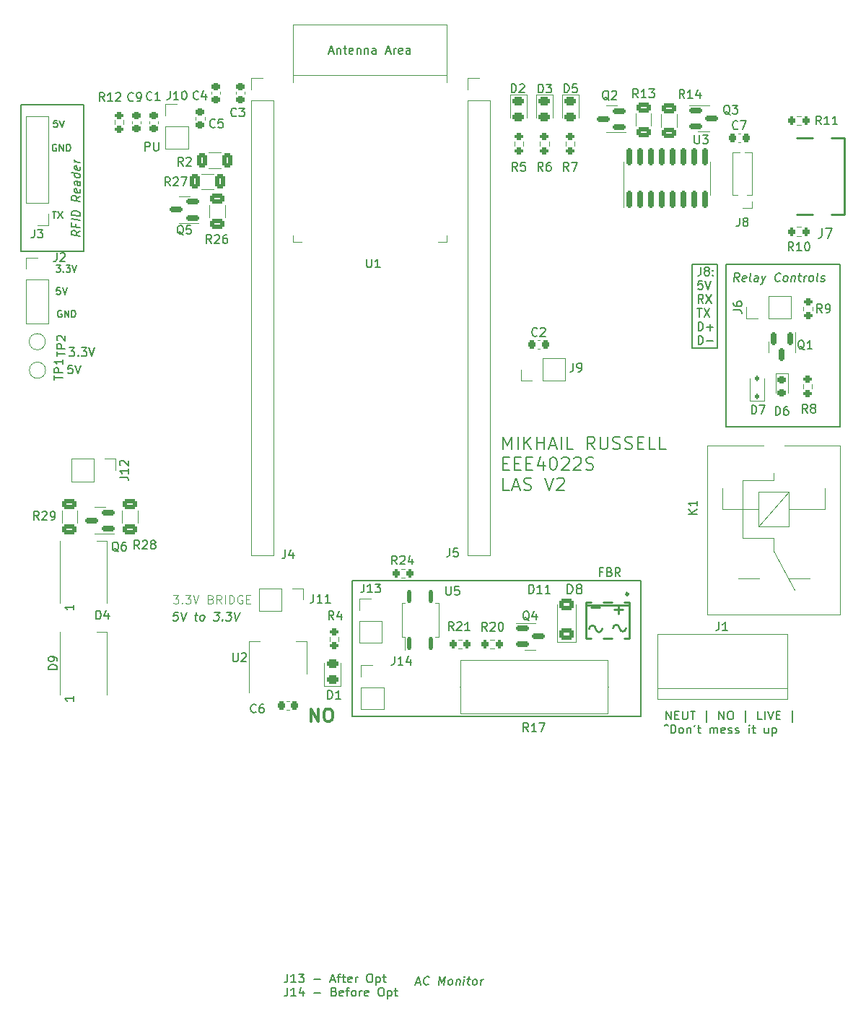
<source format=gbr>
%TF.GenerationSoftware,KiCad,Pcbnew,7.0.6*%
%TF.CreationDate,2023-09-04T20:16:31+02:00*%
%TF.ProjectId,LAS_V2,4c41535f-5632-42e6-9b69-6361645f7063,rev?*%
%TF.SameCoordinates,Original*%
%TF.FileFunction,Legend,Top*%
%TF.FilePolarity,Positive*%
%FSLAX46Y46*%
G04 Gerber Fmt 4.6, Leading zero omitted, Abs format (unit mm)*
G04 Created by KiCad (PCBNEW 7.0.6) date 2023-09-04 20:16:31*
%MOMM*%
%LPD*%
G01*
G04 APERTURE LIST*
G04 Aperture macros list*
%AMRoundRect*
0 Rectangle with rounded corners*
0 $1 Rounding radius*
0 $2 $3 $4 $5 $6 $7 $8 $9 X,Y pos of 4 corners*
0 Add a 4 corners polygon primitive as box body*
4,1,4,$2,$3,$4,$5,$6,$7,$8,$9,$2,$3,0*
0 Add four circle primitives for the rounded corners*
1,1,$1+$1,$2,$3*
1,1,$1+$1,$4,$5*
1,1,$1+$1,$6,$7*
1,1,$1+$1,$8,$9*
0 Add four rect primitives between the rounded corners*
20,1,$1+$1,$2,$3,$4,$5,0*
20,1,$1+$1,$4,$5,$6,$7,0*
20,1,$1+$1,$6,$7,$8,$9,0*
20,1,$1+$1,$8,$9,$2,$3,0*%
G04 Aperture macros list end*
%ADD10C,0.150000*%
%ADD11C,0.300000*%
%ADD12C,0.125000*%
%ADD13C,0.152000*%
%ADD14C,0.120000*%
%ADD15C,0.254000*%
%ADD16C,2.400000*%
%ADD17O,2.400000X2.400000*%
%ADD18C,0.750000*%
%ADD19O,2.000000X1.200000*%
%ADD20O,1.800000X1.200000*%
%ADD21R,1.300000X0.300000*%
%ADD22R,1.700000X1.700000*%
%ADD23O,1.700000X1.700000*%
%ADD24RoundRect,0.218750X-0.256250X0.218750X-0.256250X-0.218750X0.256250X-0.218750X0.256250X0.218750X0*%
%ADD25RoundRect,0.250000X0.625000X-0.312500X0.625000X0.312500X-0.625000X0.312500X-0.625000X-0.312500X0*%
%ADD26RoundRect,0.250000X0.312500X0.625000X-0.312500X0.625000X-0.312500X-0.625000X0.312500X-0.625000X0*%
%ADD27RoundRect,0.200000X-0.275000X0.200000X-0.275000X-0.200000X0.275000X-0.200000X0.275000X0.200000X0*%
%ADD28R,3.000000X3.000000*%
%ADD29C,3.000000*%
%ADD30RoundRect,0.150000X-0.587500X-0.150000X0.587500X-0.150000X0.587500X0.150000X-0.587500X0.150000X0*%
%ADD31RoundRect,0.225000X-0.250000X0.225000X-0.250000X-0.225000X0.250000X-0.225000X0.250000X0.225000X0*%
%ADD32RoundRect,0.250000X-0.625000X0.312500X-0.625000X-0.312500X0.625000X-0.312500X0.625000X0.312500X0*%
%ADD33RoundRect,0.243750X-0.456250X0.243750X-0.456250X-0.243750X0.456250X-0.243750X0.456250X0.243750X0*%
%ADD34RoundRect,0.200000X0.200000X0.275000X-0.200000X0.275000X-0.200000X-0.275000X0.200000X-0.275000X0*%
%ADD35R,1.000000X1.000000*%
%ADD36O,1.000000X1.000000*%
%ADD37RoundRect,0.200000X0.275000X-0.200000X0.275000X0.200000X-0.275000X0.200000X-0.275000X-0.200000X0*%
%ADD38RoundRect,0.150000X-0.150000X0.587500X-0.150000X-0.587500X0.150000X-0.587500X0.150000X0.587500X0*%
%ADD39RoundRect,0.150000X0.587500X0.150000X-0.587500X0.150000X-0.587500X-0.150000X0.587500X-0.150000X0*%
%ADD40C,1.500000*%
%ADD41RoundRect,0.243750X0.456250X-0.243750X0.456250X0.243750X-0.456250X0.243750X-0.456250X-0.243750X0*%
%ADD42RoundRect,0.225000X-0.225000X-0.250000X0.225000X-0.250000X0.225000X0.250000X-0.225000X0.250000X0*%
%ADD43R,0.900000X1.500000*%
%ADD44R,1.100000X2.000000*%
%ADD45RoundRect,0.137500X0.137500X-0.587500X0.137500X0.587500X-0.137500X0.587500X-0.137500X-0.587500X0*%
%ADD46C,2.500000*%
%ADD47RoundRect,0.250000X-0.312500X-0.625000X0.312500X-0.625000X0.312500X0.625000X-0.312500X0.625000X0*%
%ADD48RoundRect,0.112500X0.112500X-0.187500X0.112500X0.187500X-0.112500X0.187500X-0.112500X-0.187500X0*%
%ADD49RoundRect,0.200000X-0.200000X-0.275000X0.200000X-0.275000X0.200000X0.275000X-0.200000X0.275000X0*%
%ADD50RoundRect,0.250000X0.600000X-0.400000X0.600000X0.400000X-0.600000X0.400000X-0.600000X-0.400000X0*%
%ADD51R,1.500000X2.000000*%
%ADD52R,3.800000X2.000000*%
%ADD53RoundRect,0.150000X0.150000X-0.825000X0.150000X0.825000X-0.150000X0.825000X-0.150000X-0.825000X0*%
%ADD54R,1.500000X0.900000*%
%ADD55R,0.900000X0.900000*%
G04 APERTURE END LIST*
D10*
X190975000Y-91700000D02*
X204400000Y-91700000D01*
X204400000Y-110700000D01*
X190975000Y-110700000D01*
X190975000Y-91700000D01*
X147157000Y-128800000D02*
X181032000Y-128800000D01*
X181032000Y-144700000D01*
X147157000Y-144700000D01*
X147157000Y-128800000D01*
X187000000Y-91712500D02*
X189925000Y-91712500D01*
X189925000Y-101487500D01*
X187000000Y-101487500D01*
X187000000Y-91712500D01*
X108300000Y-72950000D02*
X115600000Y-72950000D01*
X115600000Y-90175000D01*
X108300000Y-90175000D01*
X108300000Y-72950000D01*
X188022493Y-92007319D02*
X188022493Y-92721604D01*
X188022493Y-92721604D02*
X187974874Y-92864461D01*
X187974874Y-92864461D02*
X187879636Y-92959700D01*
X187879636Y-92959700D02*
X187736779Y-93007319D01*
X187736779Y-93007319D02*
X187641541Y-93007319D01*
X188641541Y-92435890D02*
X188546303Y-92388271D01*
X188546303Y-92388271D02*
X188498684Y-92340652D01*
X188498684Y-92340652D02*
X188451065Y-92245414D01*
X188451065Y-92245414D02*
X188451065Y-92197795D01*
X188451065Y-92197795D02*
X188498684Y-92102557D01*
X188498684Y-92102557D02*
X188546303Y-92054938D01*
X188546303Y-92054938D02*
X188641541Y-92007319D01*
X188641541Y-92007319D02*
X188832017Y-92007319D01*
X188832017Y-92007319D02*
X188927255Y-92054938D01*
X188927255Y-92054938D02*
X188974874Y-92102557D01*
X188974874Y-92102557D02*
X189022493Y-92197795D01*
X189022493Y-92197795D02*
X189022493Y-92245414D01*
X189022493Y-92245414D02*
X188974874Y-92340652D01*
X188974874Y-92340652D02*
X188927255Y-92388271D01*
X188927255Y-92388271D02*
X188832017Y-92435890D01*
X188832017Y-92435890D02*
X188641541Y-92435890D01*
X188641541Y-92435890D02*
X188546303Y-92483509D01*
X188546303Y-92483509D02*
X188498684Y-92531128D01*
X188498684Y-92531128D02*
X188451065Y-92626366D01*
X188451065Y-92626366D02*
X188451065Y-92816842D01*
X188451065Y-92816842D02*
X188498684Y-92912080D01*
X188498684Y-92912080D02*
X188546303Y-92959700D01*
X188546303Y-92959700D02*
X188641541Y-93007319D01*
X188641541Y-93007319D02*
X188832017Y-93007319D01*
X188832017Y-93007319D02*
X188927255Y-92959700D01*
X188927255Y-92959700D02*
X188974874Y-92912080D01*
X188974874Y-92912080D02*
X189022493Y-92816842D01*
X189022493Y-92816842D02*
X189022493Y-92626366D01*
X189022493Y-92626366D02*
X188974874Y-92531128D01*
X188974874Y-92531128D02*
X188927255Y-92483509D01*
X188927255Y-92483509D02*
X188832017Y-92435890D01*
X189451065Y-92912080D02*
X189498684Y-92959700D01*
X189498684Y-92959700D02*
X189451065Y-93007319D01*
X189451065Y-93007319D02*
X189403446Y-92959700D01*
X189403446Y-92959700D02*
X189451065Y-92912080D01*
X189451065Y-92912080D02*
X189451065Y-93007319D01*
X189451065Y-92388271D02*
X189498684Y-92435890D01*
X189498684Y-92435890D02*
X189451065Y-92483509D01*
X189451065Y-92483509D02*
X189403446Y-92435890D01*
X189403446Y-92435890D02*
X189451065Y-92388271D01*
X189451065Y-92388271D02*
X189451065Y-92483509D01*
X188212969Y-93617319D02*
X187736779Y-93617319D01*
X187736779Y-93617319D02*
X187689160Y-94093509D01*
X187689160Y-94093509D02*
X187736779Y-94045890D01*
X187736779Y-94045890D02*
X187832017Y-93998271D01*
X187832017Y-93998271D02*
X188070112Y-93998271D01*
X188070112Y-93998271D02*
X188165350Y-94045890D01*
X188165350Y-94045890D02*
X188212969Y-94093509D01*
X188212969Y-94093509D02*
X188260588Y-94188747D01*
X188260588Y-94188747D02*
X188260588Y-94426842D01*
X188260588Y-94426842D02*
X188212969Y-94522080D01*
X188212969Y-94522080D02*
X188165350Y-94569700D01*
X188165350Y-94569700D02*
X188070112Y-94617319D01*
X188070112Y-94617319D02*
X187832017Y-94617319D01*
X187832017Y-94617319D02*
X187736779Y-94569700D01*
X187736779Y-94569700D02*
X187689160Y-94522080D01*
X188546303Y-93617319D02*
X188879636Y-94617319D01*
X188879636Y-94617319D02*
X189212969Y-93617319D01*
X188308207Y-96227319D02*
X187974874Y-95751128D01*
X187736779Y-96227319D02*
X187736779Y-95227319D01*
X187736779Y-95227319D02*
X188117731Y-95227319D01*
X188117731Y-95227319D02*
X188212969Y-95274938D01*
X188212969Y-95274938D02*
X188260588Y-95322557D01*
X188260588Y-95322557D02*
X188308207Y-95417795D01*
X188308207Y-95417795D02*
X188308207Y-95560652D01*
X188308207Y-95560652D02*
X188260588Y-95655890D01*
X188260588Y-95655890D02*
X188212969Y-95703509D01*
X188212969Y-95703509D02*
X188117731Y-95751128D01*
X188117731Y-95751128D02*
X187736779Y-95751128D01*
X188641541Y-95227319D02*
X189308207Y-96227319D01*
X189308207Y-95227319D02*
X188641541Y-96227319D01*
X187593922Y-96837319D02*
X188165350Y-96837319D01*
X187879636Y-97837319D02*
X187879636Y-96837319D01*
X188403446Y-96837319D02*
X189070112Y-97837319D01*
X189070112Y-96837319D02*
X188403446Y-97837319D01*
X187736779Y-99447319D02*
X187736779Y-98447319D01*
X187736779Y-98447319D02*
X187974874Y-98447319D01*
X187974874Y-98447319D02*
X188117731Y-98494938D01*
X188117731Y-98494938D02*
X188212969Y-98590176D01*
X188212969Y-98590176D02*
X188260588Y-98685414D01*
X188260588Y-98685414D02*
X188308207Y-98875890D01*
X188308207Y-98875890D02*
X188308207Y-99018747D01*
X188308207Y-99018747D02*
X188260588Y-99209223D01*
X188260588Y-99209223D02*
X188212969Y-99304461D01*
X188212969Y-99304461D02*
X188117731Y-99399700D01*
X188117731Y-99399700D02*
X187974874Y-99447319D01*
X187974874Y-99447319D02*
X187736779Y-99447319D01*
X188736779Y-99066366D02*
X189498684Y-99066366D01*
X189117731Y-99447319D02*
X189117731Y-98685414D01*
X187736779Y-101057319D02*
X187736779Y-100057319D01*
X187736779Y-100057319D02*
X187974874Y-100057319D01*
X187974874Y-100057319D02*
X188117731Y-100104938D01*
X188117731Y-100104938D02*
X188212969Y-100200176D01*
X188212969Y-100200176D02*
X188260588Y-100295414D01*
X188260588Y-100295414D02*
X188308207Y-100485890D01*
X188308207Y-100485890D02*
X188308207Y-100628747D01*
X188308207Y-100628747D02*
X188260588Y-100819223D01*
X188260588Y-100819223D02*
X188212969Y-100914461D01*
X188212969Y-100914461D02*
X188117731Y-101009700D01*
X188117731Y-101009700D02*
X187974874Y-101057319D01*
X187974874Y-101057319D02*
X187736779Y-101057319D01*
X188736779Y-100676366D02*
X189498684Y-100676366D01*
X112408207Y-77632390D02*
X112332017Y-77594295D01*
X112332017Y-77594295D02*
X112217731Y-77594295D01*
X112217731Y-77594295D02*
X112103445Y-77632390D01*
X112103445Y-77632390D02*
X112027255Y-77708580D01*
X112027255Y-77708580D02*
X111989160Y-77784771D01*
X111989160Y-77784771D02*
X111951064Y-77937152D01*
X111951064Y-77937152D02*
X111951064Y-78051438D01*
X111951064Y-78051438D02*
X111989160Y-78203819D01*
X111989160Y-78203819D02*
X112027255Y-78280009D01*
X112027255Y-78280009D02*
X112103445Y-78356200D01*
X112103445Y-78356200D02*
X112217731Y-78394295D01*
X112217731Y-78394295D02*
X112293922Y-78394295D01*
X112293922Y-78394295D02*
X112408207Y-78356200D01*
X112408207Y-78356200D02*
X112446303Y-78318104D01*
X112446303Y-78318104D02*
X112446303Y-78051438D01*
X112446303Y-78051438D02*
X112293922Y-78051438D01*
X112789160Y-78394295D02*
X112789160Y-77594295D01*
X112789160Y-77594295D02*
X113246303Y-78394295D01*
X113246303Y-78394295D02*
X113246303Y-77594295D01*
X113627255Y-78394295D02*
X113627255Y-77594295D01*
X113627255Y-77594295D02*
X113817731Y-77594295D01*
X113817731Y-77594295D02*
X113932017Y-77632390D01*
X113932017Y-77632390D02*
X114008207Y-77708580D01*
X114008207Y-77708580D02*
X114046302Y-77784771D01*
X114046302Y-77784771D02*
X114084398Y-77937152D01*
X114084398Y-77937152D02*
X114084398Y-78051438D01*
X114084398Y-78051438D02*
X114046302Y-78203819D01*
X114046302Y-78203819D02*
X114008207Y-78280009D01*
X114008207Y-78280009D02*
X113932017Y-78356200D01*
X113932017Y-78356200D02*
X113817731Y-78394295D01*
X113817731Y-78394295D02*
X113627255Y-78394295D01*
X115219819Y-87797744D02*
X114743628Y-88071554D01*
X115219819Y-88369173D02*
X114219819Y-88244173D01*
X114219819Y-88244173D02*
X114219819Y-87863220D01*
X114219819Y-87863220D02*
X114267438Y-87773935D01*
X114267438Y-87773935D02*
X114315057Y-87732268D01*
X114315057Y-87732268D02*
X114410295Y-87696554D01*
X114410295Y-87696554D02*
X114553152Y-87714411D01*
X114553152Y-87714411D02*
X114648390Y-87773935D01*
X114648390Y-87773935D02*
X114696009Y-87827506D01*
X114696009Y-87827506D02*
X114743628Y-87928696D01*
X114743628Y-87928696D02*
X114743628Y-88309649D01*
X114696009Y-86970363D02*
X114696009Y-87303696D01*
X115219819Y-87369173D02*
X114219819Y-87244173D01*
X114219819Y-87244173D02*
X114219819Y-86767982D01*
X115219819Y-86512030D02*
X114219819Y-86387030D01*
X115219819Y-86035840D02*
X114219819Y-85910840D01*
X114219819Y-85910840D02*
X114219819Y-85672744D01*
X114219819Y-85672744D02*
X114267438Y-85535840D01*
X114267438Y-85535840D02*
X114362676Y-85452506D01*
X114362676Y-85452506D02*
X114457914Y-85416792D01*
X114457914Y-85416792D02*
X114648390Y-85392983D01*
X114648390Y-85392983D02*
X114791247Y-85410840D01*
X114791247Y-85410840D02*
X114981723Y-85482268D01*
X114981723Y-85482268D02*
X115076961Y-85541792D01*
X115076961Y-85541792D02*
X115172200Y-85648935D01*
X115172200Y-85648935D02*
X115219819Y-85797744D01*
X115219819Y-85797744D02*
X115219819Y-86035840D01*
X115219819Y-83702506D02*
X114743628Y-83976316D01*
X115219819Y-84273935D02*
X114219819Y-84148935D01*
X114219819Y-84148935D02*
X114219819Y-83767982D01*
X114219819Y-83767982D02*
X114267438Y-83678697D01*
X114267438Y-83678697D02*
X114315057Y-83637030D01*
X114315057Y-83637030D02*
X114410295Y-83601316D01*
X114410295Y-83601316D02*
X114553152Y-83619173D01*
X114553152Y-83619173D02*
X114648390Y-83678697D01*
X114648390Y-83678697D02*
X114696009Y-83732268D01*
X114696009Y-83732268D02*
X114743628Y-83833458D01*
X114743628Y-83833458D02*
X114743628Y-84214411D01*
X115172200Y-82887030D02*
X115219819Y-82988220D01*
X115219819Y-82988220D02*
X115219819Y-83178697D01*
X115219819Y-83178697D02*
X115172200Y-83267982D01*
X115172200Y-83267982D02*
X115076961Y-83303697D01*
X115076961Y-83303697D02*
X114696009Y-83256078D01*
X114696009Y-83256078D02*
X114600771Y-83196554D01*
X114600771Y-83196554D02*
X114553152Y-83095363D01*
X114553152Y-83095363D02*
X114553152Y-82904887D01*
X114553152Y-82904887D02*
X114600771Y-82815601D01*
X114600771Y-82815601D02*
X114696009Y-82779887D01*
X114696009Y-82779887D02*
X114791247Y-82791792D01*
X114791247Y-82791792D02*
X114886485Y-83279887D01*
X115219819Y-81988220D02*
X114696009Y-81922744D01*
X114696009Y-81922744D02*
X114600771Y-81958458D01*
X114600771Y-81958458D02*
X114553152Y-82047744D01*
X114553152Y-82047744D02*
X114553152Y-82238220D01*
X114553152Y-82238220D02*
X114600771Y-82339411D01*
X115172200Y-81982268D02*
X115219819Y-82083458D01*
X115219819Y-82083458D02*
X115219819Y-82321554D01*
X115219819Y-82321554D02*
X115172200Y-82410839D01*
X115172200Y-82410839D02*
X115076961Y-82446554D01*
X115076961Y-82446554D02*
X114981723Y-82434649D01*
X114981723Y-82434649D02*
X114886485Y-82375125D01*
X114886485Y-82375125D02*
X114838866Y-82273935D01*
X114838866Y-82273935D02*
X114838866Y-82035839D01*
X114838866Y-82035839D02*
X114791247Y-81934649D01*
X115219819Y-81083458D02*
X114219819Y-80958458D01*
X115172200Y-81077506D02*
X115219819Y-81178696D01*
X115219819Y-81178696D02*
X115219819Y-81369173D01*
X115219819Y-81369173D02*
X115172200Y-81458458D01*
X115172200Y-81458458D02*
X115124580Y-81500125D01*
X115124580Y-81500125D02*
X115029342Y-81535839D01*
X115029342Y-81535839D02*
X114743628Y-81500125D01*
X114743628Y-81500125D02*
X114648390Y-81440601D01*
X114648390Y-81440601D02*
X114600771Y-81387030D01*
X114600771Y-81387030D02*
X114553152Y-81285839D01*
X114553152Y-81285839D02*
X114553152Y-81095363D01*
X114553152Y-81095363D02*
X114600771Y-81006077D01*
X115172200Y-80220363D02*
X115219819Y-80321553D01*
X115219819Y-80321553D02*
X115219819Y-80512030D01*
X115219819Y-80512030D02*
X115172200Y-80601315D01*
X115172200Y-80601315D02*
X115076961Y-80637030D01*
X115076961Y-80637030D02*
X114696009Y-80589411D01*
X114696009Y-80589411D02*
X114600771Y-80529887D01*
X114600771Y-80529887D02*
X114553152Y-80428696D01*
X114553152Y-80428696D02*
X114553152Y-80238220D01*
X114553152Y-80238220D02*
X114600771Y-80148934D01*
X114600771Y-80148934D02*
X114696009Y-80113220D01*
X114696009Y-80113220D02*
X114791247Y-80125125D01*
X114791247Y-80125125D02*
X114886485Y-80613220D01*
X115219819Y-79750125D02*
X114553152Y-79666791D01*
X114743628Y-79690601D02*
X114648390Y-79631077D01*
X114648390Y-79631077D02*
X114600771Y-79577506D01*
X114600771Y-79577506D02*
X114553152Y-79476315D01*
X114553152Y-79476315D02*
X114553152Y-79381077D01*
D11*
X144459774Y-145299171D02*
X144174060Y-145299171D01*
X144174060Y-145299171D02*
X144031203Y-145227742D01*
X144031203Y-145227742D02*
X143888346Y-145084885D01*
X143888346Y-145084885D02*
X143816917Y-144799171D01*
X143816917Y-144799171D02*
X143816917Y-144299171D01*
X143816917Y-144299171D02*
X143888346Y-144013457D01*
X143888346Y-144013457D02*
X144031203Y-143870600D01*
X144031203Y-143870600D02*
X144174060Y-143799171D01*
X144174060Y-143799171D02*
X144459774Y-143799171D01*
X144459774Y-143799171D02*
X144602632Y-143870600D01*
X144602632Y-143870600D02*
X144745489Y-144013457D01*
X144745489Y-144013457D02*
X144816917Y-144299171D01*
X144816917Y-144299171D02*
X144816917Y-144799171D01*
X144816917Y-144799171D02*
X144745489Y-145084885D01*
X144745489Y-145084885D02*
X144602632Y-145227742D01*
X144602632Y-145227742D02*
X144459774Y-145299171D01*
X143174060Y-143799171D02*
X143174060Y-145299171D01*
X143174060Y-145299171D02*
X142316917Y-143799171D01*
X142316917Y-143799171D02*
X142316917Y-145299171D01*
D10*
X111949874Y-85494295D02*
X112407017Y-85494295D01*
X112178445Y-86294295D02*
X112178445Y-85494295D01*
X112597493Y-85494295D02*
X113130827Y-86294295D01*
X113130827Y-85494295D02*
X112597493Y-86294295D01*
X113008207Y-97132390D02*
X112932017Y-97094295D01*
X112932017Y-97094295D02*
X112817731Y-97094295D01*
X112817731Y-97094295D02*
X112703445Y-97132390D01*
X112703445Y-97132390D02*
X112627255Y-97208580D01*
X112627255Y-97208580D02*
X112589160Y-97284771D01*
X112589160Y-97284771D02*
X112551064Y-97437152D01*
X112551064Y-97437152D02*
X112551064Y-97551438D01*
X112551064Y-97551438D02*
X112589160Y-97703819D01*
X112589160Y-97703819D02*
X112627255Y-97780009D01*
X112627255Y-97780009D02*
X112703445Y-97856200D01*
X112703445Y-97856200D02*
X112817731Y-97894295D01*
X112817731Y-97894295D02*
X112893922Y-97894295D01*
X112893922Y-97894295D02*
X113008207Y-97856200D01*
X113008207Y-97856200D02*
X113046303Y-97818104D01*
X113046303Y-97818104D02*
X113046303Y-97551438D01*
X113046303Y-97551438D02*
X112893922Y-97551438D01*
X113389160Y-97894295D02*
X113389160Y-97094295D01*
X113389160Y-97094295D02*
X113846303Y-97894295D01*
X113846303Y-97894295D02*
X113846303Y-97094295D01*
X114227255Y-97894295D02*
X114227255Y-97094295D01*
X114227255Y-97094295D02*
X114417731Y-97094295D01*
X114417731Y-97094295D02*
X114532017Y-97132390D01*
X114532017Y-97132390D02*
X114608207Y-97208580D01*
X114608207Y-97208580D02*
X114646302Y-97284771D01*
X114646302Y-97284771D02*
X114684398Y-97437152D01*
X114684398Y-97437152D02*
X114684398Y-97551438D01*
X114684398Y-97551438D02*
X114646302Y-97703819D01*
X114646302Y-97703819D02*
X114608207Y-97780009D01*
X114608207Y-97780009D02*
X114532017Y-97856200D01*
X114532017Y-97856200D02*
X114417731Y-97894295D01*
X114417731Y-97894295D02*
X114227255Y-97894295D01*
D12*
X126125093Y-130471119D02*
X126744140Y-130471119D01*
X126744140Y-130471119D02*
X126410807Y-130852071D01*
X126410807Y-130852071D02*
X126553664Y-130852071D01*
X126553664Y-130852071D02*
X126648902Y-130899690D01*
X126648902Y-130899690D02*
X126696521Y-130947309D01*
X126696521Y-130947309D02*
X126744140Y-131042547D01*
X126744140Y-131042547D02*
X126744140Y-131280642D01*
X126744140Y-131280642D02*
X126696521Y-131375880D01*
X126696521Y-131375880D02*
X126648902Y-131423500D01*
X126648902Y-131423500D02*
X126553664Y-131471119D01*
X126553664Y-131471119D02*
X126267950Y-131471119D01*
X126267950Y-131471119D02*
X126172712Y-131423500D01*
X126172712Y-131423500D02*
X126125093Y-131375880D01*
X127172712Y-131375880D02*
X127220331Y-131423500D01*
X127220331Y-131423500D02*
X127172712Y-131471119D01*
X127172712Y-131471119D02*
X127125093Y-131423500D01*
X127125093Y-131423500D02*
X127172712Y-131375880D01*
X127172712Y-131375880D02*
X127172712Y-131471119D01*
X127553664Y-130471119D02*
X128172711Y-130471119D01*
X128172711Y-130471119D02*
X127839378Y-130852071D01*
X127839378Y-130852071D02*
X127982235Y-130852071D01*
X127982235Y-130852071D02*
X128077473Y-130899690D01*
X128077473Y-130899690D02*
X128125092Y-130947309D01*
X128125092Y-130947309D02*
X128172711Y-131042547D01*
X128172711Y-131042547D02*
X128172711Y-131280642D01*
X128172711Y-131280642D02*
X128125092Y-131375880D01*
X128125092Y-131375880D02*
X128077473Y-131423500D01*
X128077473Y-131423500D02*
X127982235Y-131471119D01*
X127982235Y-131471119D02*
X127696521Y-131471119D01*
X127696521Y-131471119D02*
X127601283Y-131423500D01*
X127601283Y-131423500D02*
X127553664Y-131375880D01*
X128458426Y-130471119D02*
X128791759Y-131471119D01*
X128791759Y-131471119D02*
X129125092Y-130471119D01*
X130553664Y-130947309D02*
X130696521Y-130994928D01*
X130696521Y-130994928D02*
X130744140Y-131042547D01*
X130744140Y-131042547D02*
X130791759Y-131137785D01*
X130791759Y-131137785D02*
X130791759Y-131280642D01*
X130791759Y-131280642D02*
X130744140Y-131375880D01*
X130744140Y-131375880D02*
X130696521Y-131423500D01*
X130696521Y-131423500D02*
X130601283Y-131471119D01*
X130601283Y-131471119D02*
X130220331Y-131471119D01*
X130220331Y-131471119D02*
X130220331Y-130471119D01*
X130220331Y-130471119D02*
X130553664Y-130471119D01*
X130553664Y-130471119D02*
X130648902Y-130518738D01*
X130648902Y-130518738D02*
X130696521Y-130566357D01*
X130696521Y-130566357D02*
X130744140Y-130661595D01*
X130744140Y-130661595D02*
X130744140Y-130756833D01*
X130744140Y-130756833D02*
X130696521Y-130852071D01*
X130696521Y-130852071D02*
X130648902Y-130899690D01*
X130648902Y-130899690D02*
X130553664Y-130947309D01*
X130553664Y-130947309D02*
X130220331Y-130947309D01*
X131791759Y-131471119D02*
X131458426Y-130994928D01*
X131220331Y-131471119D02*
X131220331Y-130471119D01*
X131220331Y-130471119D02*
X131601283Y-130471119D01*
X131601283Y-130471119D02*
X131696521Y-130518738D01*
X131696521Y-130518738D02*
X131744140Y-130566357D01*
X131744140Y-130566357D02*
X131791759Y-130661595D01*
X131791759Y-130661595D02*
X131791759Y-130804452D01*
X131791759Y-130804452D02*
X131744140Y-130899690D01*
X131744140Y-130899690D02*
X131696521Y-130947309D01*
X131696521Y-130947309D02*
X131601283Y-130994928D01*
X131601283Y-130994928D02*
X131220331Y-130994928D01*
X132220331Y-131471119D02*
X132220331Y-130471119D01*
X132696521Y-131471119D02*
X132696521Y-130471119D01*
X132696521Y-130471119D02*
X132934616Y-130471119D01*
X132934616Y-130471119D02*
X133077473Y-130518738D01*
X133077473Y-130518738D02*
X133172711Y-130613976D01*
X133172711Y-130613976D02*
X133220330Y-130709214D01*
X133220330Y-130709214D02*
X133267949Y-130899690D01*
X133267949Y-130899690D02*
X133267949Y-131042547D01*
X133267949Y-131042547D02*
X133220330Y-131233023D01*
X133220330Y-131233023D02*
X133172711Y-131328261D01*
X133172711Y-131328261D02*
X133077473Y-131423500D01*
X133077473Y-131423500D02*
X132934616Y-131471119D01*
X132934616Y-131471119D02*
X132696521Y-131471119D01*
X134220330Y-130518738D02*
X134125092Y-130471119D01*
X134125092Y-130471119D02*
X133982235Y-130471119D01*
X133982235Y-130471119D02*
X133839378Y-130518738D01*
X133839378Y-130518738D02*
X133744140Y-130613976D01*
X133744140Y-130613976D02*
X133696521Y-130709214D01*
X133696521Y-130709214D02*
X133648902Y-130899690D01*
X133648902Y-130899690D02*
X133648902Y-131042547D01*
X133648902Y-131042547D02*
X133696521Y-131233023D01*
X133696521Y-131233023D02*
X133744140Y-131328261D01*
X133744140Y-131328261D02*
X133839378Y-131423500D01*
X133839378Y-131423500D02*
X133982235Y-131471119D01*
X133982235Y-131471119D02*
X134077473Y-131471119D01*
X134077473Y-131471119D02*
X134220330Y-131423500D01*
X134220330Y-131423500D02*
X134267949Y-131375880D01*
X134267949Y-131375880D02*
X134267949Y-131042547D01*
X134267949Y-131042547D02*
X134077473Y-131042547D01*
X134696521Y-130947309D02*
X135029854Y-130947309D01*
X135172711Y-131471119D02*
X134696521Y-131471119D01*
X134696521Y-131471119D02*
X134696521Y-130471119D01*
X134696521Y-130471119D02*
X135172711Y-130471119D01*
D10*
X112870112Y-94394295D02*
X112489160Y-94394295D01*
X112489160Y-94394295D02*
X112451064Y-94775247D01*
X112451064Y-94775247D02*
X112489160Y-94737152D01*
X112489160Y-94737152D02*
X112565350Y-94699057D01*
X112565350Y-94699057D02*
X112755826Y-94699057D01*
X112755826Y-94699057D02*
X112832017Y-94737152D01*
X112832017Y-94737152D02*
X112870112Y-94775247D01*
X112870112Y-94775247D02*
X112908207Y-94851438D01*
X112908207Y-94851438D02*
X112908207Y-95041914D01*
X112908207Y-95041914D02*
X112870112Y-95118104D01*
X112870112Y-95118104D02*
X112832017Y-95156200D01*
X112832017Y-95156200D02*
X112755826Y-95194295D01*
X112755826Y-95194295D02*
X112565350Y-95194295D01*
X112565350Y-95194295D02*
X112489160Y-95156200D01*
X112489160Y-95156200D02*
X112451064Y-95118104D01*
X113136779Y-94394295D02*
X113403446Y-95194295D01*
X113403446Y-95194295D02*
X113670112Y-94394295D01*
X154618922Y-175895104D02*
X155095112Y-175895104D01*
X154487969Y-176180819D02*
X154946303Y-175180819D01*
X154946303Y-175180819D02*
X155154636Y-176180819D01*
X156071303Y-176085580D02*
X156017731Y-176133200D01*
X156017731Y-176133200D02*
X155868922Y-176180819D01*
X155868922Y-176180819D02*
X155773684Y-176180819D01*
X155773684Y-176180819D02*
X155636779Y-176133200D01*
X155636779Y-176133200D02*
X155553446Y-176037961D01*
X155553446Y-176037961D02*
X155517731Y-175942723D01*
X155517731Y-175942723D02*
X155493922Y-175752247D01*
X155493922Y-175752247D02*
X155511779Y-175609390D01*
X155511779Y-175609390D02*
X155583207Y-175418914D01*
X155583207Y-175418914D02*
X155642731Y-175323676D01*
X155642731Y-175323676D02*
X155749874Y-175228438D01*
X155749874Y-175228438D02*
X155898684Y-175180819D01*
X155898684Y-175180819D02*
X155993922Y-175180819D01*
X155993922Y-175180819D02*
X156130827Y-175228438D01*
X156130827Y-175228438D02*
X156172493Y-175276057D01*
X157249874Y-176180819D02*
X157374874Y-175180819D01*
X157374874Y-175180819D02*
X157618922Y-175895104D01*
X157618922Y-175895104D02*
X158041541Y-175180819D01*
X158041541Y-175180819D02*
X157916541Y-176180819D01*
X158535589Y-176180819D02*
X158446303Y-176133200D01*
X158446303Y-176133200D02*
X158404636Y-176085580D01*
X158404636Y-176085580D02*
X158368922Y-175990342D01*
X158368922Y-175990342D02*
X158404636Y-175704628D01*
X158404636Y-175704628D02*
X158464160Y-175609390D01*
X158464160Y-175609390D02*
X158517731Y-175561771D01*
X158517731Y-175561771D02*
X158618922Y-175514152D01*
X158618922Y-175514152D02*
X158761779Y-175514152D01*
X158761779Y-175514152D02*
X158851065Y-175561771D01*
X158851065Y-175561771D02*
X158892731Y-175609390D01*
X158892731Y-175609390D02*
X158928446Y-175704628D01*
X158928446Y-175704628D02*
X158892731Y-175990342D01*
X158892731Y-175990342D02*
X158833208Y-176085580D01*
X158833208Y-176085580D02*
X158779636Y-176133200D01*
X158779636Y-176133200D02*
X158678446Y-176180819D01*
X158678446Y-176180819D02*
X158535589Y-176180819D01*
X159380827Y-175514152D02*
X159297493Y-176180819D01*
X159368922Y-175609390D02*
X159422493Y-175561771D01*
X159422493Y-175561771D02*
X159523684Y-175514152D01*
X159523684Y-175514152D02*
X159666541Y-175514152D01*
X159666541Y-175514152D02*
X159755827Y-175561771D01*
X159755827Y-175561771D02*
X159791541Y-175657009D01*
X159791541Y-175657009D02*
X159726065Y-176180819D01*
X160202255Y-176180819D02*
X160285589Y-175514152D01*
X160327255Y-175180819D02*
X160273684Y-175228438D01*
X160273684Y-175228438D02*
X160315351Y-175276057D01*
X160315351Y-175276057D02*
X160368922Y-175228438D01*
X160368922Y-175228438D02*
X160327255Y-175180819D01*
X160327255Y-175180819D02*
X160315351Y-175276057D01*
X160618922Y-175514152D02*
X160999874Y-175514152D01*
X160803445Y-175180819D02*
X160696303Y-176037961D01*
X160696303Y-176037961D02*
X160732017Y-176133200D01*
X160732017Y-176133200D02*
X160821303Y-176180819D01*
X160821303Y-176180819D02*
X160916541Y-176180819D01*
X161392732Y-176180819D02*
X161303446Y-176133200D01*
X161303446Y-176133200D02*
X161261779Y-176085580D01*
X161261779Y-176085580D02*
X161226065Y-175990342D01*
X161226065Y-175990342D02*
X161261779Y-175704628D01*
X161261779Y-175704628D02*
X161321303Y-175609390D01*
X161321303Y-175609390D02*
X161374874Y-175561771D01*
X161374874Y-175561771D02*
X161476065Y-175514152D01*
X161476065Y-175514152D02*
X161618922Y-175514152D01*
X161618922Y-175514152D02*
X161708208Y-175561771D01*
X161708208Y-175561771D02*
X161749874Y-175609390D01*
X161749874Y-175609390D02*
X161785589Y-175704628D01*
X161785589Y-175704628D02*
X161749874Y-175990342D01*
X161749874Y-175990342D02*
X161690351Y-176085580D01*
X161690351Y-176085580D02*
X161636779Y-176133200D01*
X161636779Y-176133200D02*
X161535589Y-176180819D01*
X161535589Y-176180819D02*
X161392732Y-176180819D01*
X162154636Y-176180819D02*
X162237970Y-175514152D01*
X162214160Y-175704628D02*
X162273684Y-175609390D01*
X162273684Y-175609390D02*
X162327255Y-175561771D01*
X162327255Y-175561771D02*
X162428446Y-175514152D01*
X162428446Y-175514152D02*
X162523684Y-175514152D01*
X139522493Y-174870819D02*
X139522493Y-175585104D01*
X139522493Y-175585104D02*
X139474874Y-175727961D01*
X139474874Y-175727961D02*
X139379636Y-175823200D01*
X139379636Y-175823200D02*
X139236779Y-175870819D01*
X139236779Y-175870819D02*
X139141541Y-175870819D01*
X140522493Y-175870819D02*
X139951065Y-175870819D01*
X140236779Y-175870819D02*
X140236779Y-174870819D01*
X140236779Y-174870819D02*
X140141541Y-175013676D01*
X140141541Y-175013676D02*
X140046303Y-175108914D01*
X140046303Y-175108914D02*
X139951065Y-175156533D01*
X140855827Y-174870819D02*
X141474874Y-174870819D01*
X141474874Y-174870819D02*
X141141541Y-175251771D01*
X141141541Y-175251771D02*
X141284398Y-175251771D01*
X141284398Y-175251771D02*
X141379636Y-175299390D01*
X141379636Y-175299390D02*
X141427255Y-175347009D01*
X141427255Y-175347009D02*
X141474874Y-175442247D01*
X141474874Y-175442247D02*
X141474874Y-175680342D01*
X141474874Y-175680342D02*
X141427255Y-175775580D01*
X141427255Y-175775580D02*
X141379636Y-175823200D01*
X141379636Y-175823200D02*
X141284398Y-175870819D01*
X141284398Y-175870819D02*
X140998684Y-175870819D01*
X140998684Y-175870819D02*
X140903446Y-175823200D01*
X140903446Y-175823200D02*
X140855827Y-175775580D01*
X142665351Y-175489866D02*
X143427256Y-175489866D01*
X144617732Y-175585104D02*
X145093922Y-175585104D01*
X144522494Y-175870819D02*
X144855827Y-174870819D01*
X144855827Y-174870819D02*
X145189160Y-175870819D01*
X145379637Y-175204152D02*
X145760589Y-175204152D01*
X145522494Y-175870819D02*
X145522494Y-175013676D01*
X145522494Y-175013676D02*
X145570113Y-174918438D01*
X145570113Y-174918438D02*
X145665351Y-174870819D01*
X145665351Y-174870819D02*
X145760589Y-174870819D01*
X145951066Y-175204152D02*
X146332018Y-175204152D01*
X146093923Y-174870819D02*
X146093923Y-175727961D01*
X146093923Y-175727961D02*
X146141542Y-175823200D01*
X146141542Y-175823200D02*
X146236780Y-175870819D01*
X146236780Y-175870819D02*
X146332018Y-175870819D01*
X147046304Y-175823200D02*
X146951066Y-175870819D01*
X146951066Y-175870819D02*
X146760590Y-175870819D01*
X146760590Y-175870819D02*
X146665352Y-175823200D01*
X146665352Y-175823200D02*
X146617733Y-175727961D01*
X146617733Y-175727961D02*
X146617733Y-175347009D01*
X146617733Y-175347009D02*
X146665352Y-175251771D01*
X146665352Y-175251771D02*
X146760590Y-175204152D01*
X146760590Y-175204152D02*
X146951066Y-175204152D01*
X146951066Y-175204152D02*
X147046304Y-175251771D01*
X147046304Y-175251771D02*
X147093923Y-175347009D01*
X147093923Y-175347009D02*
X147093923Y-175442247D01*
X147093923Y-175442247D02*
X146617733Y-175537485D01*
X147522495Y-175870819D02*
X147522495Y-175204152D01*
X147522495Y-175394628D02*
X147570114Y-175299390D01*
X147570114Y-175299390D02*
X147617733Y-175251771D01*
X147617733Y-175251771D02*
X147712971Y-175204152D01*
X147712971Y-175204152D02*
X147808209Y-175204152D01*
X149093924Y-174870819D02*
X149284400Y-174870819D01*
X149284400Y-174870819D02*
X149379638Y-174918438D01*
X149379638Y-174918438D02*
X149474876Y-175013676D01*
X149474876Y-175013676D02*
X149522495Y-175204152D01*
X149522495Y-175204152D02*
X149522495Y-175537485D01*
X149522495Y-175537485D02*
X149474876Y-175727961D01*
X149474876Y-175727961D02*
X149379638Y-175823200D01*
X149379638Y-175823200D02*
X149284400Y-175870819D01*
X149284400Y-175870819D02*
X149093924Y-175870819D01*
X149093924Y-175870819D02*
X148998686Y-175823200D01*
X148998686Y-175823200D02*
X148903448Y-175727961D01*
X148903448Y-175727961D02*
X148855829Y-175537485D01*
X148855829Y-175537485D02*
X148855829Y-175204152D01*
X148855829Y-175204152D02*
X148903448Y-175013676D01*
X148903448Y-175013676D02*
X148998686Y-174918438D01*
X148998686Y-174918438D02*
X149093924Y-174870819D01*
X149951067Y-175204152D02*
X149951067Y-176204152D01*
X149951067Y-175251771D02*
X150046305Y-175204152D01*
X150046305Y-175204152D02*
X150236781Y-175204152D01*
X150236781Y-175204152D02*
X150332019Y-175251771D01*
X150332019Y-175251771D02*
X150379638Y-175299390D01*
X150379638Y-175299390D02*
X150427257Y-175394628D01*
X150427257Y-175394628D02*
X150427257Y-175680342D01*
X150427257Y-175680342D02*
X150379638Y-175775580D01*
X150379638Y-175775580D02*
X150332019Y-175823200D01*
X150332019Y-175823200D02*
X150236781Y-175870819D01*
X150236781Y-175870819D02*
X150046305Y-175870819D01*
X150046305Y-175870819D02*
X149951067Y-175823200D01*
X150712972Y-175204152D02*
X151093924Y-175204152D01*
X150855829Y-174870819D02*
X150855829Y-175727961D01*
X150855829Y-175727961D02*
X150903448Y-175823200D01*
X150903448Y-175823200D02*
X150998686Y-175870819D01*
X150998686Y-175870819D02*
X151093924Y-175870819D01*
X139522493Y-176480819D02*
X139522493Y-177195104D01*
X139522493Y-177195104D02*
X139474874Y-177337961D01*
X139474874Y-177337961D02*
X139379636Y-177433200D01*
X139379636Y-177433200D02*
X139236779Y-177480819D01*
X139236779Y-177480819D02*
X139141541Y-177480819D01*
X140522493Y-177480819D02*
X139951065Y-177480819D01*
X140236779Y-177480819D02*
X140236779Y-176480819D01*
X140236779Y-176480819D02*
X140141541Y-176623676D01*
X140141541Y-176623676D02*
X140046303Y-176718914D01*
X140046303Y-176718914D02*
X139951065Y-176766533D01*
X141379636Y-176814152D02*
X141379636Y-177480819D01*
X141141541Y-176433200D02*
X140903446Y-177147485D01*
X140903446Y-177147485D02*
X141522493Y-177147485D01*
X142665351Y-177099866D02*
X143427256Y-177099866D01*
X144998684Y-176957009D02*
X145141541Y-177004628D01*
X145141541Y-177004628D02*
X145189160Y-177052247D01*
X145189160Y-177052247D02*
X145236779Y-177147485D01*
X145236779Y-177147485D02*
X145236779Y-177290342D01*
X145236779Y-177290342D02*
X145189160Y-177385580D01*
X145189160Y-177385580D02*
X145141541Y-177433200D01*
X145141541Y-177433200D02*
X145046303Y-177480819D01*
X145046303Y-177480819D02*
X144665351Y-177480819D01*
X144665351Y-177480819D02*
X144665351Y-176480819D01*
X144665351Y-176480819D02*
X144998684Y-176480819D01*
X144998684Y-176480819D02*
X145093922Y-176528438D01*
X145093922Y-176528438D02*
X145141541Y-176576057D01*
X145141541Y-176576057D02*
X145189160Y-176671295D01*
X145189160Y-176671295D02*
X145189160Y-176766533D01*
X145189160Y-176766533D02*
X145141541Y-176861771D01*
X145141541Y-176861771D02*
X145093922Y-176909390D01*
X145093922Y-176909390D02*
X144998684Y-176957009D01*
X144998684Y-176957009D02*
X144665351Y-176957009D01*
X146046303Y-177433200D02*
X145951065Y-177480819D01*
X145951065Y-177480819D02*
X145760589Y-177480819D01*
X145760589Y-177480819D02*
X145665351Y-177433200D01*
X145665351Y-177433200D02*
X145617732Y-177337961D01*
X145617732Y-177337961D02*
X145617732Y-176957009D01*
X145617732Y-176957009D02*
X145665351Y-176861771D01*
X145665351Y-176861771D02*
X145760589Y-176814152D01*
X145760589Y-176814152D02*
X145951065Y-176814152D01*
X145951065Y-176814152D02*
X146046303Y-176861771D01*
X146046303Y-176861771D02*
X146093922Y-176957009D01*
X146093922Y-176957009D02*
X146093922Y-177052247D01*
X146093922Y-177052247D02*
X145617732Y-177147485D01*
X146379637Y-176814152D02*
X146760589Y-176814152D01*
X146522494Y-177480819D02*
X146522494Y-176623676D01*
X146522494Y-176623676D02*
X146570113Y-176528438D01*
X146570113Y-176528438D02*
X146665351Y-176480819D01*
X146665351Y-176480819D02*
X146760589Y-176480819D01*
X147236780Y-177480819D02*
X147141542Y-177433200D01*
X147141542Y-177433200D02*
X147093923Y-177385580D01*
X147093923Y-177385580D02*
X147046304Y-177290342D01*
X147046304Y-177290342D02*
X147046304Y-177004628D01*
X147046304Y-177004628D02*
X147093923Y-176909390D01*
X147093923Y-176909390D02*
X147141542Y-176861771D01*
X147141542Y-176861771D02*
X147236780Y-176814152D01*
X147236780Y-176814152D02*
X147379637Y-176814152D01*
X147379637Y-176814152D02*
X147474875Y-176861771D01*
X147474875Y-176861771D02*
X147522494Y-176909390D01*
X147522494Y-176909390D02*
X147570113Y-177004628D01*
X147570113Y-177004628D02*
X147570113Y-177290342D01*
X147570113Y-177290342D02*
X147522494Y-177385580D01*
X147522494Y-177385580D02*
X147474875Y-177433200D01*
X147474875Y-177433200D02*
X147379637Y-177480819D01*
X147379637Y-177480819D02*
X147236780Y-177480819D01*
X147998685Y-177480819D02*
X147998685Y-176814152D01*
X147998685Y-177004628D02*
X148046304Y-176909390D01*
X148046304Y-176909390D02*
X148093923Y-176861771D01*
X148093923Y-176861771D02*
X148189161Y-176814152D01*
X148189161Y-176814152D02*
X148284399Y-176814152D01*
X148998685Y-177433200D02*
X148903447Y-177480819D01*
X148903447Y-177480819D02*
X148712971Y-177480819D01*
X148712971Y-177480819D02*
X148617733Y-177433200D01*
X148617733Y-177433200D02*
X148570114Y-177337961D01*
X148570114Y-177337961D02*
X148570114Y-176957009D01*
X148570114Y-176957009D02*
X148617733Y-176861771D01*
X148617733Y-176861771D02*
X148712971Y-176814152D01*
X148712971Y-176814152D02*
X148903447Y-176814152D01*
X148903447Y-176814152D02*
X148998685Y-176861771D01*
X148998685Y-176861771D02*
X149046304Y-176957009D01*
X149046304Y-176957009D02*
X149046304Y-177052247D01*
X149046304Y-177052247D02*
X148570114Y-177147485D01*
X150427257Y-176480819D02*
X150617733Y-176480819D01*
X150617733Y-176480819D02*
X150712971Y-176528438D01*
X150712971Y-176528438D02*
X150808209Y-176623676D01*
X150808209Y-176623676D02*
X150855828Y-176814152D01*
X150855828Y-176814152D02*
X150855828Y-177147485D01*
X150855828Y-177147485D02*
X150808209Y-177337961D01*
X150808209Y-177337961D02*
X150712971Y-177433200D01*
X150712971Y-177433200D02*
X150617733Y-177480819D01*
X150617733Y-177480819D02*
X150427257Y-177480819D01*
X150427257Y-177480819D02*
X150332019Y-177433200D01*
X150332019Y-177433200D02*
X150236781Y-177337961D01*
X150236781Y-177337961D02*
X150189162Y-177147485D01*
X150189162Y-177147485D02*
X150189162Y-176814152D01*
X150189162Y-176814152D02*
X150236781Y-176623676D01*
X150236781Y-176623676D02*
X150332019Y-176528438D01*
X150332019Y-176528438D02*
X150427257Y-176480819D01*
X151284400Y-176814152D02*
X151284400Y-177814152D01*
X151284400Y-176861771D02*
X151379638Y-176814152D01*
X151379638Y-176814152D02*
X151570114Y-176814152D01*
X151570114Y-176814152D02*
X151665352Y-176861771D01*
X151665352Y-176861771D02*
X151712971Y-176909390D01*
X151712971Y-176909390D02*
X151760590Y-177004628D01*
X151760590Y-177004628D02*
X151760590Y-177290342D01*
X151760590Y-177290342D02*
X151712971Y-177385580D01*
X151712971Y-177385580D02*
X151665352Y-177433200D01*
X151665352Y-177433200D02*
X151570114Y-177480819D01*
X151570114Y-177480819D02*
X151379638Y-177480819D01*
X151379638Y-177480819D02*
X151284400Y-177433200D01*
X152046305Y-176814152D02*
X152427257Y-176814152D01*
X152189162Y-176480819D02*
X152189162Y-177337961D01*
X152189162Y-177337961D02*
X152236781Y-177433200D01*
X152236781Y-177433200D02*
X152332019Y-177480819D01*
X152332019Y-177480819D02*
X152427257Y-177480819D01*
X176470112Y-127746009D02*
X176136779Y-127746009D01*
X176136779Y-128269819D02*
X176136779Y-127269819D01*
X176136779Y-127269819D02*
X176612969Y-127269819D01*
X177327255Y-127746009D02*
X177470112Y-127793628D01*
X177470112Y-127793628D02*
X177517731Y-127841247D01*
X177517731Y-127841247D02*
X177565350Y-127936485D01*
X177565350Y-127936485D02*
X177565350Y-128079342D01*
X177565350Y-128079342D02*
X177517731Y-128174580D01*
X177517731Y-128174580D02*
X177470112Y-128222200D01*
X177470112Y-128222200D02*
X177374874Y-128269819D01*
X177374874Y-128269819D02*
X176993922Y-128269819D01*
X176993922Y-128269819D02*
X176993922Y-127269819D01*
X176993922Y-127269819D02*
X177327255Y-127269819D01*
X177327255Y-127269819D02*
X177422493Y-127317438D01*
X177422493Y-127317438D02*
X177470112Y-127365057D01*
X177470112Y-127365057D02*
X177517731Y-127460295D01*
X177517731Y-127460295D02*
X177517731Y-127555533D01*
X177517731Y-127555533D02*
X177470112Y-127650771D01*
X177470112Y-127650771D02*
X177422493Y-127698390D01*
X177422493Y-127698390D02*
X177327255Y-127746009D01*
X177327255Y-127746009D02*
X176993922Y-127746009D01*
X178565350Y-128269819D02*
X178232017Y-127793628D01*
X177993922Y-128269819D02*
X177993922Y-127269819D01*
X177993922Y-127269819D02*
X178374874Y-127269819D01*
X178374874Y-127269819D02*
X178470112Y-127317438D01*
X178470112Y-127317438D02*
X178517731Y-127365057D01*
X178517731Y-127365057D02*
X178565350Y-127460295D01*
X178565350Y-127460295D02*
X178565350Y-127603152D01*
X178565350Y-127603152D02*
X178517731Y-127698390D01*
X178517731Y-127698390D02*
X178470112Y-127746009D01*
X178470112Y-127746009D02*
X178374874Y-127793628D01*
X178374874Y-127793628D02*
X177993922Y-127793628D01*
X164855826Y-113378628D02*
X164855826Y-111878628D01*
X164855826Y-111878628D02*
X165355826Y-112950057D01*
X165355826Y-112950057D02*
X165855826Y-111878628D01*
X165855826Y-111878628D02*
X165855826Y-113378628D01*
X166570112Y-113378628D02*
X166570112Y-111878628D01*
X167284398Y-113378628D02*
X167284398Y-111878628D01*
X168141541Y-113378628D02*
X167498684Y-112521485D01*
X168141541Y-111878628D02*
X167284398Y-112735771D01*
X168784398Y-113378628D02*
X168784398Y-111878628D01*
X168784398Y-112592914D02*
X169641541Y-112592914D01*
X169641541Y-113378628D02*
X169641541Y-111878628D01*
X170284399Y-112950057D02*
X170998685Y-112950057D01*
X170141542Y-113378628D02*
X170641542Y-111878628D01*
X170641542Y-111878628D02*
X171141542Y-113378628D01*
X171641541Y-113378628D02*
X171641541Y-111878628D01*
X173070113Y-113378628D02*
X172355827Y-113378628D01*
X172355827Y-113378628D02*
X172355827Y-111878628D01*
X175570113Y-113378628D02*
X175070113Y-112664342D01*
X174712970Y-113378628D02*
X174712970Y-111878628D01*
X174712970Y-111878628D02*
X175284399Y-111878628D01*
X175284399Y-111878628D02*
X175427256Y-111950057D01*
X175427256Y-111950057D02*
X175498685Y-112021485D01*
X175498685Y-112021485D02*
X175570113Y-112164342D01*
X175570113Y-112164342D02*
X175570113Y-112378628D01*
X175570113Y-112378628D02*
X175498685Y-112521485D01*
X175498685Y-112521485D02*
X175427256Y-112592914D01*
X175427256Y-112592914D02*
X175284399Y-112664342D01*
X175284399Y-112664342D02*
X174712970Y-112664342D01*
X176212970Y-111878628D02*
X176212970Y-113092914D01*
X176212970Y-113092914D02*
X176284399Y-113235771D01*
X176284399Y-113235771D02*
X176355828Y-113307200D01*
X176355828Y-113307200D02*
X176498685Y-113378628D01*
X176498685Y-113378628D02*
X176784399Y-113378628D01*
X176784399Y-113378628D02*
X176927256Y-113307200D01*
X176927256Y-113307200D02*
X176998685Y-113235771D01*
X176998685Y-113235771D02*
X177070113Y-113092914D01*
X177070113Y-113092914D02*
X177070113Y-111878628D01*
X177712971Y-113307200D02*
X177927257Y-113378628D01*
X177927257Y-113378628D02*
X178284399Y-113378628D01*
X178284399Y-113378628D02*
X178427257Y-113307200D01*
X178427257Y-113307200D02*
X178498685Y-113235771D01*
X178498685Y-113235771D02*
X178570114Y-113092914D01*
X178570114Y-113092914D02*
X178570114Y-112950057D01*
X178570114Y-112950057D02*
X178498685Y-112807200D01*
X178498685Y-112807200D02*
X178427257Y-112735771D01*
X178427257Y-112735771D02*
X178284399Y-112664342D01*
X178284399Y-112664342D02*
X177998685Y-112592914D01*
X177998685Y-112592914D02*
X177855828Y-112521485D01*
X177855828Y-112521485D02*
X177784399Y-112450057D01*
X177784399Y-112450057D02*
X177712971Y-112307200D01*
X177712971Y-112307200D02*
X177712971Y-112164342D01*
X177712971Y-112164342D02*
X177784399Y-112021485D01*
X177784399Y-112021485D02*
X177855828Y-111950057D01*
X177855828Y-111950057D02*
X177998685Y-111878628D01*
X177998685Y-111878628D02*
X178355828Y-111878628D01*
X178355828Y-111878628D02*
X178570114Y-111950057D01*
X179141542Y-113307200D02*
X179355828Y-113378628D01*
X179355828Y-113378628D02*
X179712970Y-113378628D01*
X179712970Y-113378628D02*
X179855828Y-113307200D01*
X179855828Y-113307200D02*
X179927256Y-113235771D01*
X179927256Y-113235771D02*
X179998685Y-113092914D01*
X179998685Y-113092914D02*
X179998685Y-112950057D01*
X179998685Y-112950057D02*
X179927256Y-112807200D01*
X179927256Y-112807200D02*
X179855828Y-112735771D01*
X179855828Y-112735771D02*
X179712970Y-112664342D01*
X179712970Y-112664342D02*
X179427256Y-112592914D01*
X179427256Y-112592914D02*
X179284399Y-112521485D01*
X179284399Y-112521485D02*
X179212970Y-112450057D01*
X179212970Y-112450057D02*
X179141542Y-112307200D01*
X179141542Y-112307200D02*
X179141542Y-112164342D01*
X179141542Y-112164342D02*
X179212970Y-112021485D01*
X179212970Y-112021485D02*
X179284399Y-111950057D01*
X179284399Y-111950057D02*
X179427256Y-111878628D01*
X179427256Y-111878628D02*
X179784399Y-111878628D01*
X179784399Y-111878628D02*
X179998685Y-111950057D01*
X180641541Y-112592914D02*
X181141541Y-112592914D01*
X181355827Y-113378628D02*
X180641541Y-113378628D01*
X180641541Y-113378628D02*
X180641541Y-111878628D01*
X180641541Y-111878628D02*
X181355827Y-111878628D01*
X182712970Y-113378628D02*
X181998684Y-113378628D01*
X181998684Y-113378628D02*
X181998684Y-111878628D01*
X183927256Y-113378628D02*
X183212970Y-113378628D01*
X183212970Y-113378628D02*
X183212970Y-111878628D01*
X164855826Y-115007914D02*
X165355826Y-115007914D01*
X165570112Y-115793628D02*
X164855826Y-115793628D01*
X164855826Y-115793628D02*
X164855826Y-114293628D01*
X164855826Y-114293628D02*
X165570112Y-114293628D01*
X166212969Y-115007914D02*
X166712969Y-115007914D01*
X166927255Y-115793628D02*
X166212969Y-115793628D01*
X166212969Y-115793628D02*
X166212969Y-114293628D01*
X166212969Y-114293628D02*
X166927255Y-114293628D01*
X167570112Y-115007914D02*
X168070112Y-115007914D01*
X168284398Y-115793628D02*
X167570112Y-115793628D01*
X167570112Y-115793628D02*
X167570112Y-114293628D01*
X167570112Y-114293628D02*
X168284398Y-114293628D01*
X169570113Y-114793628D02*
X169570113Y-115793628D01*
X169212970Y-114222200D02*
X168855827Y-115293628D01*
X168855827Y-115293628D02*
X169784398Y-115293628D01*
X170641541Y-114293628D02*
X170784398Y-114293628D01*
X170784398Y-114293628D02*
X170927255Y-114365057D01*
X170927255Y-114365057D02*
X170998684Y-114436485D01*
X170998684Y-114436485D02*
X171070112Y-114579342D01*
X171070112Y-114579342D02*
X171141541Y-114865057D01*
X171141541Y-114865057D02*
X171141541Y-115222200D01*
X171141541Y-115222200D02*
X171070112Y-115507914D01*
X171070112Y-115507914D02*
X170998684Y-115650771D01*
X170998684Y-115650771D02*
X170927255Y-115722200D01*
X170927255Y-115722200D02*
X170784398Y-115793628D01*
X170784398Y-115793628D02*
X170641541Y-115793628D01*
X170641541Y-115793628D02*
X170498684Y-115722200D01*
X170498684Y-115722200D02*
X170427255Y-115650771D01*
X170427255Y-115650771D02*
X170355826Y-115507914D01*
X170355826Y-115507914D02*
X170284398Y-115222200D01*
X170284398Y-115222200D02*
X170284398Y-114865057D01*
X170284398Y-114865057D02*
X170355826Y-114579342D01*
X170355826Y-114579342D02*
X170427255Y-114436485D01*
X170427255Y-114436485D02*
X170498684Y-114365057D01*
X170498684Y-114365057D02*
X170641541Y-114293628D01*
X171712969Y-114436485D02*
X171784397Y-114365057D01*
X171784397Y-114365057D02*
X171927255Y-114293628D01*
X171927255Y-114293628D02*
X172284397Y-114293628D01*
X172284397Y-114293628D02*
X172427255Y-114365057D01*
X172427255Y-114365057D02*
X172498683Y-114436485D01*
X172498683Y-114436485D02*
X172570112Y-114579342D01*
X172570112Y-114579342D02*
X172570112Y-114722200D01*
X172570112Y-114722200D02*
X172498683Y-114936485D01*
X172498683Y-114936485D02*
X171641540Y-115793628D01*
X171641540Y-115793628D02*
X172570112Y-115793628D01*
X173141540Y-114436485D02*
X173212968Y-114365057D01*
X173212968Y-114365057D02*
X173355826Y-114293628D01*
X173355826Y-114293628D02*
X173712968Y-114293628D01*
X173712968Y-114293628D02*
X173855826Y-114365057D01*
X173855826Y-114365057D02*
X173927254Y-114436485D01*
X173927254Y-114436485D02*
X173998683Y-114579342D01*
X173998683Y-114579342D02*
X173998683Y-114722200D01*
X173998683Y-114722200D02*
X173927254Y-114936485D01*
X173927254Y-114936485D02*
X173070111Y-115793628D01*
X173070111Y-115793628D02*
X173998683Y-115793628D01*
X174570111Y-115722200D02*
X174784397Y-115793628D01*
X174784397Y-115793628D02*
X175141539Y-115793628D01*
X175141539Y-115793628D02*
X175284397Y-115722200D01*
X175284397Y-115722200D02*
X175355825Y-115650771D01*
X175355825Y-115650771D02*
X175427254Y-115507914D01*
X175427254Y-115507914D02*
X175427254Y-115365057D01*
X175427254Y-115365057D02*
X175355825Y-115222200D01*
X175355825Y-115222200D02*
X175284397Y-115150771D01*
X175284397Y-115150771D02*
X175141539Y-115079342D01*
X175141539Y-115079342D02*
X174855825Y-115007914D01*
X174855825Y-115007914D02*
X174712968Y-114936485D01*
X174712968Y-114936485D02*
X174641539Y-114865057D01*
X174641539Y-114865057D02*
X174570111Y-114722200D01*
X174570111Y-114722200D02*
X174570111Y-114579342D01*
X174570111Y-114579342D02*
X174641539Y-114436485D01*
X174641539Y-114436485D02*
X174712968Y-114365057D01*
X174712968Y-114365057D02*
X174855825Y-114293628D01*
X174855825Y-114293628D02*
X175212968Y-114293628D01*
X175212968Y-114293628D02*
X175427254Y-114365057D01*
X165570112Y-118208628D02*
X164855826Y-118208628D01*
X164855826Y-118208628D02*
X164855826Y-116708628D01*
X165998684Y-117780057D02*
X166712970Y-117780057D01*
X165855827Y-118208628D02*
X166355827Y-116708628D01*
X166355827Y-116708628D02*
X166855827Y-118208628D01*
X167284398Y-118137200D02*
X167498684Y-118208628D01*
X167498684Y-118208628D02*
X167855826Y-118208628D01*
X167855826Y-118208628D02*
X167998684Y-118137200D01*
X167998684Y-118137200D02*
X168070112Y-118065771D01*
X168070112Y-118065771D02*
X168141541Y-117922914D01*
X168141541Y-117922914D02*
X168141541Y-117780057D01*
X168141541Y-117780057D02*
X168070112Y-117637200D01*
X168070112Y-117637200D02*
X167998684Y-117565771D01*
X167998684Y-117565771D02*
X167855826Y-117494342D01*
X167855826Y-117494342D02*
X167570112Y-117422914D01*
X167570112Y-117422914D02*
X167427255Y-117351485D01*
X167427255Y-117351485D02*
X167355826Y-117280057D01*
X167355826Y-117280057D02*
X167284398Y-117137200D01*
X167284398Y-117137200D02*
X167284398Y-116994342D01*
X167284398Y-116994342D02*
X167355826Y-116851485D01*
X167355826Y-116851485D02*
X167427255Y-116780057D01*
X167427255Y-116780057D02*
X167570112Y-116708628D01*
X167570112Y-116708628D02*
X167927255Y-116708628D01*
X167927255Y-116708628D02*
X168141541Y-116780057D01*
X169712969Y-116708628D02*
X170212969Y-118208628D01*
X170212969Y-118208628D02*
X170712969Y-116708628D01*
X171141540Y-116851485D02*
X171212968Y-116780057D01*
X171212968Y-116780057D02*
X171355826Y-116708628D01*
X171355826Y-116708628D02*
X171712968Y-116708628D01*
X171712968Y-116708628D02*
X171855826Y-116780057D01*
X171855826Y-116780057D02*
X171927254Y-116851485D01*
X171927254Y-116851485D02*
X171998683Y-116994342D01*
X171998683Y-116994342D02*
X171998683Y-117137200D01*
X171998683Y-117137200D02*
X171927254Y-117351485D01*
X171927254Y-117351485D02*
X171070111Y-118208628D01*
X171070111Y-118208628D02*
X171998683Y-118208628D01*
X122836779Y-78369819D02*
X122836779Y-77369819D01*
X122836779Y-77369819D02*
X123217731Y-77369819D01*
X123217731Y-77369819D02*
X123312969Y-77417438D01*
X123312969Y-77417438D02*
X123360588Y-77465057D01*
X123360588Y-77465057D02*
X123408207Y-77560295D01*
X123408207Y-77560295D02*
X123408207Y-77703152D01*
X123408207Y-77703152D02*
X123360588Y-77798390D01*
X123360588Y-77798390D02*
X123312969Y-77846009D01*
X123312969Y-77846009D02*
X123217731Y-77893628D01*
X123217731Y-77893628D02*
X122836779Y-77893628D01*
X123836779Y-77369819D02*
X123836779Y-78179342D01*
X123836779Y-78179342D02*
X123884398Y-78274580D01*
X123884398Y-78274580D02*
X123932017Y-78322200D01*
X123932017Y-78322200D02*
X124027255Y-78369819D01*
X124027255Y-78369819D02*
X124217731Y-78369819D01*
X124217731Y-78369819D02*
X124312969Y-78322200D01*
X124312969Y-78322200D02*
X124360588Y-78274580D01*
X124360588Y-78274580D02*
X124408207Y-78179342D01*
X124408207Y-78179342D02*
X124408207Y-77369819D01*
X192477255Y-93694819D02*
X192203445Y-93218628D01*
X191905826Y-93694819D02*
X192030826Y-92694819D01*
X192030826Y-92694819D02*
X192411779Y-92694819D01*
X192411779Y-92694819D02*
X192501064Y-92742438D01*
X192501064Y-92742438D02*
X192542731Y-92790057D01*
X192542731Y-92790057D02*
X192578445Y-92885295D01*
X192578445Y-92885295D02*
X192560588Y-93028152D01*
X192560588Y-93028152D02*
X192501064Y-93123390D01*
X192501064Y-93123390D02*
X192447493Y-93171009D01*
X192447493Y-93171009D02*
X192346303Y-93218628D01*
X192346303Y-93218628D02*
X191965350Y-93218628D01*
X193292731Y-93647200D02*
X193191541Y-93694819D01*
X193191541Y-93694819D02*
X193001064Y-93694819D01*
X193001064Y-93694819D02*
X192911779Y-93647200D01*
X192911779Y-93647200D02*
X192876064Y-93551961D01*
X192876064Y-93551961D02*
X192923684Y-93171009D01*
X192923684Y-93171009D02*
X192983207Y-93075771D01*
X192983207Y-93075771D02*
X193084398Y-93028152D01*
X193084398Y-93028152D02*
X193274874Y-93028152D01*
X193274874Y-93028152D02*
X193364160Y-93075771D01*
X193364160Y-93075771D02*
X193399874Y-93171009D01*
X193399874Y-93171009D02*
X193387969Y-93266247D01*
X193387969Y-93266247D02*
X192899874Y-93361485D01*
X193905827Y-93694819D02*
X193816541Y-93647200D01*
X193816541Y-93647200D02*
X193780827Y-93551961D01*
X193780827Y-93551961D02*
X193887969Y-92694819D01*
X194715351Y-93694819D02*
X194780827Y-93171009D01*
X194780827Y-93171009D02*
X194745113Y-93075771D01*
X194745113Y-93075771D02*
X194655827Y-93028152D01*
X194655827Y-93028152D02*
X194465351Y-93028152D01*
X194465351Y-93028152D02*
X194364160Y-93075771D01*
X194721303Y-93647200D02*
X194620113Y-93694819D01*
X194620113Y-93694819D02*
X194382017Y-93694819D01*
X194382017Y-93694819D02*
X194292732Y-93647200D01*
X194292732Y-93647200D02*
X194257017Y-93551961D01*
X194257017Y-93551961D02*
X194268922Y-93456723D01*
X194268922Y-93456723D02*
X194328446Y-93361485D01*
X194328446Y-93361485D02*
X194429637Y-93313866D01*
X194429637Y-93313866D02*
X194667732Y-93313866D01*
X194667732Y-93313866D02*
X194768922Y-93266247D01*
X195179637Y-93028152D02*
X195334399Y-93694819D01*
X195655827Y-93028152D02*
X195334399Y-93694819D01*
X195334399Y-93694819D02*
X195209399Y-93932914D01*
X195209399Y-93932914D02*
X195155827Y-93980533D01*
X195155827Y-93980533D02*
X195054637Y-94028152D01*
X197298685Y-93599580D02*
X197245113Y-93647200D01*
X197245113Y-93647200D02*
X197096304Y-93694819D01*
X197096304Y-93694819D02*
X197001066Y-93694819D01*
X197001066Y-93694819D02*
X196864161Y-93647200D01*
X196864161Y-93647200D02*
X196780828Y-93551961D01*
X196780828Y-93551961D02*
X196745113Y-93456723D01*
X196745113Y-93456723D02*
X196721304Y-93266247D01*
X196721304Y-93266247D02*
X196739161Y-93123390D01*
X196739161Y-93123390D02*
X196810589Y-92932914D01*
X196810589Y-92932914D02*
X196870113Y-92837676D01*
X196870113Y-92837676D02*
X196977256Y-92742438D01*
X196977256Y-92742438D02*
X197126066Y-92694819D01*
X197126066Y-92694819D02*
X197221304Y-92694819D01*
X197221304Y-92694819D02*
X197358209Y-92742438D01*
X197358209Y-92742438D02*
X197399875Y-92790057D01*
X197858209Y-93694819D02*
X197768923Y-93647200D01*
X197768923Y-93647200D02*
X197727256Y-93599580D01*
X197727256Y-93599580D02*
X197691542Y-93504342D01*
X197691542Y-93504342D02*
X197727256Y-93218628D01*
X197727256Y-93218628D02*
X197786780Y-93123390D01*
X197786780Y-93123390D02*
X197840351Y-93075771D01*
X197840351Y-93075771D02*
X197941542Y-93028152D01*
X197941542Y-93028152D02*
X198084399Y-93028152D01*
X198084399Y-93028152D02*
X198173685Y-93075771D01*
X198173685Y-93075771D02*
X198215351Y-93123390D01*
X198215351Y-93123390D02*
X198251066Y-93218628D01*
X198251066Y-93218628D02*
X198215351Y-93504342D01*
X198215351Y-93504342D02*
X198155828Y-93599580D01*
X198155828Y-93599580D02*
X198102256Y-93647200D01*
X198102256Y-93647200D02*
X198001066Y-93694819D01*
X198001066Y-93694819D02*
X197858209Y-93694819D01*
X198703447Y-93028152D02*
X198620113Y-93694819D01*
X198691542Y-93123390D02*
X198745113Y-93075771D01*
X198745113Y-93075771D02*
X198846304Y-93028152D01*
X198846304Y-93028152D02*
X198989161Y-93028152D01*
X198989161Y-93028152D02*
X199078447Y-93075771D01*
X199078447Y-93075771D02*
X199114161Y-93171009D01*
X199114161Y-93171009D02*
X199048685Y-93694819D01*
X199465352Y-93028152D02*
X199846304Y-93028152D01*
X199649875Y-92694819D02*
X199542733Y-93551961D01*
X199542733Y-93551961D02*
X199578447Y-93647200D01*
X199578447Y-93647200D02*
X199667733Y-93694819D01*
X199667733Y-93694819D02*
X199762971Y-93694819D01*
X200096304Y-93694819D02*
X200179638Y-93028152D01*
X200155828Y-93218628D02*
X200215352Y-93123390D01*
X200215352Y-93123390D02*
X200268923Y-93075771D01*
X200268923Y-93075771D02*
X200370114Y-93028152D01*
X200370114Y-93028152D02*
X200465352Y-93028152D01*
X200858210Y-93694819D02*
X200768924Y-93647200D01*
X200768924Y-93647200D02*
X200727257Y-93599580D01*
X200727257Y-93599580D02*
X200691543Y-93504342D01*
X200691543Y-93504342D02*
X200727257Y-93218628D01*
X200727257Y-93218628D02*
X200786781Y-93123390D01*
X200786781Y-93123390D02*
X200840352Y-93075771D01*
X200840352Y-93075771D02*
X200941543Y-93028152D01*
X200941543Y-93028152D02*
X201084400Y-93028152D01*
X201084400Y-93028152D02*
X201173686Y-93075771D01*
X201173686Y-93075771D02*
X201215352Y-93123390D01*
X201215352Y-93123390D02*
X201251067Y-93218628D01*
X201251067Y-93218628D02*
X201215352Y-93504342D01*
X201215352Y-93504342D02*
X201155829Y-93599580D01*
X201155829Y-93599580D02*
X201102257Y-93647200D01*
X201102257Y-93647200D02*
X201001067Y-93694819D01*
X201001067Y-93694819D02*
X200858210Y-93694819D01*
X201762972Y-93694819D02*
X201673686Y-93647200D01*
X201673686Y-93647200D02*
X201637972Y-93551961D01*
X201637972Y-93551961D02*
X201745114Y-92694819D01*
X202102258Y-93647200D02*
X202191543Y-93694819D01*
X202191543Y-93694819D02*
X202382020Y-93694819D01*
X202382020Y-93694819D02*
X202483210Y-93647200D01*
X202483210Y-93647200D02*
X202542734Y-93551961D01*
X202542734Y-93551961D02*
X202548686Y-93504342D01*
X202548686Y-93504342D02*
X202512972Y-93409104D01*
X202512972Y-93409104D02*
X202423686Y-93361485D01*
X202423686Y-93361485D02*
X202280829Y-93361485D01*
X202280829Y-93361485D02*
X202191543Y-93313866D01*
X202191543Y-93313866D02*
X202155829Y-93218628D01*
X202155829Y-93218628D02*
X202161782Y-93171009D01*
X202161782Y-93171009D02*
X202221305Y-93075771D01*
X202221305Y-93075771D02*
X202322496Y-93028152D01*
X202322496Y-93028152D02*
X202465353Y-93028152D01*
X202465353Y-93028152D02*
X202554639Y-93075771D01*
X112412969Y-91769295D02*
X112908207Y-91769295D01*
X112908207Y-91769295D02*
X112641541Y-92074057D01*
X112641541Y-92074057D02*
X112755826Y-92074057D01*
X112755826Y-92074057D02*
X112832017Y-92112152D01*
X112832017Y-92112152D02*
X112870112Y-92150247D01*
X112870112Y-92150247D02*
X112908207Y-92226438D01*
X112908207Y-92226438D02*
X112908207Y-92416914D01*
X112908207Y-92416914D02*
X112870112Y-92493104D01*
X112870112Y-92493104D02*
X112832017Y-92531200D01*
X112832017Y-92531200D02*
X112755826Y-92569295D01*
X112755826Y-92569295D02*
X112527255Y-92569295D01*
X112527255Y-92569295D02*
X112451064Y-92531200D01*
X112451064Y-92531200D02*
X112412969Y-92493104D01*
X113251065Y-92493104D02*
X113289160Y-92531200D01*
X113289160Y-92531200D02*
X113251065Y-92569295D01*
X113251065Y-92569295D02*
X113212969Y-92531200D01*
X113212969Y-92531200D02*
X113251065Y-92493104D01*
X113251065Y-92493104D02*
X113251065Y-92569295D01*
X113555826Y-91769295D02*
X114051064Y-91769295D01*
X114051064Y-91769295D02*
X113784398Y-92074057D01*
X113784398Y-92074057D02*
X113898683Y-92074057D01*
X113898683Y-92074057D02*
X113974874Y-92112152D01*
X113974874Y-92112152D02*
X114012969Y-92150247D01*
X114012969Y-92150247D02*
X114051064Y-92226438D01*
X114051064Y-92226438D02*
X114051064Y-92416914D01*
X114051064Y-92416914D02*
X114012969Y-92493104D01*
X114012969Y-92493104D02*
X113974874Y-92531200D01*
X113974874Y-92531200D02*
X113898683Y-92569295D01*
X113898683Y-92569295D02*
X113670112Y-92569295D01*
X113670112Y-92569295D02*
X113593921Y-92531200D01*
X113593921Y-92531200D02*
X113555826Y-92493104D01*
X114279636Y-91769295D02*
X114546303Y-92569295D01*
X114546303Y-92569295D02*
X114812969Y-91769295D01*
X183936779Y-145059819D02*
X183936779Y-144059819D01*
X183936779Y-144059819D02*
X184508207Y-145059819D01*
X184508207Y-145059819D02*
X184508207Y-144059819D01*
X184984398Y-144536009D02*
X185317731Y-144536009D01*
X185460588Y-145059819D02*
X184984398Y-145059819D01*
X184984398Y-145059819D02*
X184984398Y-144059819D01*
X184984398Y-144059819D02*
X185460588Y-144059819D01*
X185889160Y-144059819D02*
X185889160Y-144869342D01*
X185889160Y-144869342D02*
X185936779Y-144964580D01*
X185936779Y-144964580D02*
X185984398Y-145012200D01*
X185984398Y-145012200D02*
X186079636Y-145059819D01*
X186079636Y-145059819D02*
X186270112Y-145059819D01*
X186270112Y-145059819D02*
X186365350Y-145012200D01*
X186365350Y-145012200D02*
X186412969Y-144964580D01*
X186412969Y-144964580D02*
X186460588Y-144869342D01*
X186460588Y-144869342D02*
X186460588Y-144059819D01*
X186793922Y-144059819D02*
X187365350Y-144059819D01*
X187079636Y-145059819D02*
X187079636Y-144059819D01*
X188698684Y-145393152D02*
X188698684Y-143964580D01*
X190174875Y-145059819D02*
X190174875Y-144059819D01*
X190174875Y-144059819D02*
X190746303Y-145059819D01*
X190746303Y-145059819D02*
X190746303Y-144059819D01*
X191412970Y-144059819D02*
X191603446Y-144059819D01*
X191603446Y-144059819D02*
X191698684Y-144107438D01*
X191698684Y-144107438D02*
X191793922Y-144202676D01*
X191793922Y-144202676D02*
X191841541Y-144393152D01*
X191841541Y-144393152D02*
X191841541Y-144726485D01*
X191841541Y-144726485D02*
X191793922Y-144916961D01*
X191793922Y-144916961D02*
X191698684Y-145012200D01*
X191698684Y-145012200D02*
X191603446Y-145059819D01*
X191603446Y-145059819D02*
X191412970Y-145059819D01*
X191412970Y-145059819D02*
X191317732Y-145012200D01*
X191317732Y-145012200D02*
X191222494Y-144916961D01*
X191222494Y-144916961D02*
X191174875Y-144726485D01*
X191174875Y-144726485D02*
X191174875Y-144393152D01*
X191174875Y-144393152D02*
X191222494Y-144202676D01*
X191222494Y-144202676D02*
X191317732Y-144107438D01*
X191317732Y-144107438D02*
X191412970Y-144059819D01*
X193270113Y-145393152D02*
X193270113Y-143964580D01*
X195222494Y-145059819D02*
X194746304Y-145059819D01*
X194746304Y-145059819D02*
X194746304Y-144059819D01*
X195555828Y-145059819D02*
X195555828Y-144059819D01*
X195889161Y-144059819D02*
X196222494Y-145059819D01*
X196222494Y-145059819D02*
X196555827Y-144059819D01*
X196889161Y-144536009D02*
X197222494Y-144536009D01*
X197365351Y-145059819D02*
X196889161Y-145059819D01*
X196889161Y-145059819D02*
X196889161Y-144059819D01*
X196889161Y-144059819D02*
X197365351Y-144059819D01*
X198793923Y-145393152D02*
X198793923Y-143964580D01*
X183793922Y-145765057D02*
X183984398Y-145622200D01*
X183984398Y-145622200D02*
X184174874Y-145765057D01*
X184508208Y-146669819D02*
X184508208Y-145669819D01*
X184508208Y-145669819D02*
X184746303Y-145669819D01*
X184746303Y-145669819D02*
X184889160Y-145717438D01*
X184889160Y-145717438D02*
X184984398Y-145812676D01*
X184984398Y-145812676D02*
X185032017Y-145907914D01*
X185032017Y-145907914D02*
X185079636Y-146098390D01*
X185079636Y-146098390D02*
X185079636Y-146241247D01*
X185079636Y-146241247D02*
X185032017Y-146431723D01*
X185032017Y-146431723D02*
X184984398Y-146526961D01*
X184984398Y-146526961D02*
X184889160Y-146622200D01*
X184889160Y-146622200D02*
X184746303Y-146669819D01*
X184746303Y-146669819D02*
X184508208Y-146669819D01*
X185651065Y-146669819D02*
X185555827Y-146622200D01*
X185555827Y-146622200D02*
X185508208Y-146574580D01*
X185508208Y-146574580D02*
X185460589Y-146479342D01*
X185460589Y-146479342D02*
X185460589Y-146193628D01*
X185460589Y-146193628D02*
X185508208Y-146098390D01*
X185508208Y-146098390D02*
X185555827Y-146050771D01*
X185555827Y-146050771D02*
X185651065Y-146003152D01*
X185651065Y-146003152D02*
X185793922Y-146003152D01*
X185793922Y-146003152D02*
X185889160Y-146050771D01*
X185889160Y-146050771D02*
X185936779Y-146098390D01*
X185936779Y-146098390D02*
X185984398Y-146193628D01*
X185984398Y-146193628D02*
X185984398Y-146479342D01*
X185984398Y-146479342D02*
X185936779Y-146574580D01*
X185936779Y-146574580D02*
X185889160Y-146622200D01*
X185889160Y-146622200D02*
X185793922Y-146669819D01*
X185793922Y-146669819D02*
X185651065Y-146669819D01*
X186412970Y-146003152D02*
X186412970Y-146669819D01*
X186412970Y-146098390D02*
X186460589Y-146050771D01*
X186460589Y-146050771D02*
X186555827Y-146003152D01*
X186555827Y-146003152D02*
X186698684Y-146003152D01*
X186698684Y-146003152D02*
X186793922Y-146050771D01*
X186793922Y-146050771D02*
X186841541Y-146146009D01*
X186841541Y-146146009D02*
X186841541Y-146669819D01*
X187365351Y-145669819D02*
X187270113Y-145860295D01*
X187651065Y-146003152D02*
X188032017Y-146003152D01*
X187793922Y-145669819D02*
X187793922Y-146526961D01*
X187793922Y-146526961D02*
X187841541Y-146622200D01*
X187841541Y-146622200D02*
X187936779Y-146669819D01*
X187936779Y-146669819D02*
X188032017Y-146669819D01*
X189127256Y-146669819D02*
X189127256Y-146003152D01*
X189127256Y-146098390D02*
X189174875Y-146050771D01*
X189174875Y-146050771D02*
X189270113Y-146003152D01*
X189270113Y-146003152D02*
X189412970Y-146003152D01*
X189412970Y-146003152D02*
X189508208Y-146050771D01*
X189508208Y-146050771D02*
X189555827Y-146146009D01*
X189555827Y-146146009D02*
X189555827Y-146669819D01*
X189555827Y-146146009D02*
X189603446Y-146050771D01*
X189603446Y-146050771D02*
X189698684Y-146003152D01*
X189698684Y-146003152D02*
X189841541Y-146003152D01*
X189841541Y-146003152D02*
X189936780Y-146050771D01*
X189936780Y-146050771D02*
X189984399Y-146146009D01*
X189984399Y-146146009D02*
X189984399Y-146669819D01*
X190841541Y-146622200D02*
X190746303Y-146669819D01*
X190746303Y-146669819D02*
X190555827Y-146669819D01*
X190555827Y-146669819D02*
X190460589Y-146622200D01*
X190460589Y-146622200D02*
X190412970Y-146526961D01*
X190412970Y-146526961D02*
X190412970Y-146146009D01*
X190412970Y-146146009D02*
X190460589Y-146050771D01*
X190460589Y-146050771D02*
X190555827Y-146003152D01*
X190555827Y-146003152D02*
X190746303Y-146003152D01*
X190746303Y-146003152D02*
X190841541Y-146050771D01*
X190841541Y-146050771D02*
X190889160Y-146146009D01*
X190889160Y-146146009D02*
X190889160Y-146241247D01*
X190889160Y-146241247D02*
X190412970Y-146336485D01*
X191270113Y-146622200D02*
X191365351Y-146669819D01*
X191365351Y-146669819D02*
X191555827Y-146669819D01*
X191555827Y-146669819D02*
X191651065Y-146622200D01*
X191651065Y-146622200D02*
X191698684Y-146526961D01*
X191698684Y-146526961D02*
X191698684Y-146479342D01*
X191698684Y-146479342D02*
X191651065Y-146384104D01*
X191651065Y-146384104D02*
X191555827Y-146336485D01*
X191555827Y-146336485D02*
X191412970Y-146336485D01*
X191412970Y-146336485D02*
X191317732Y-146288866D01*
X191317732Y-146288866D02*
X191270113Y-146193628D01*
X191270113Y-146193628D02*
X191270113Y-146146009D01*
X191270113Y-146146009D02*
X191317732Y-146050771D01*
X191317732Y-146050771D02*
X191412970Y-146003152D01*
X191412970Y-146003152D02*
X191555827Y-146003152D01*
X191555827Y-146003152D02*
X191651065Y-146050771D01*
X192079637Y-146622200D02*
X192174875Y-146669819D01*
X192174875Y-146669819D02*
X192365351Y-146669819D01*
X192365351Y-146669819D02*
X192460589Y-146622200D01*
X192460589Y-146622200D02*
X192508208Y-146526961D01*
X192508208Y-146526961D02*
X192508208Y-146479342D01*
X192508208Y-146479342D02*
X192460589Y-146384104D01*
X192460589Y-146384104D02*
X192365351Y-146336485D01*
X192365351Y-146336485D02*
X192222494Y-146336485D01*
X192222494Y-146336485D02*
X192127256Y-146288866D01*
X192127256Y-146288866D02*
X192079637Y-146193628D01*
X192079637Y-146193628D02*
X192079637Y-146146009D01*
X192079637Y-146146009D02*
X192127256Y-146050771D01*
X192127256Y-146050771D02*
X192222494Y-146003152D01*
X192222494Y-146003152D02*
X192365351Y-146003152D01*
X192365351Y-146003152D02*
X192460589Y-146050771D01*
X193698685Y-146669819D02*
X193698685Y-146003152D01*
X193698685Y-145669819D02*
X193651066Y-145717438D01*
X193651066Y-145717438D02*
X193698685Y-145765057D01*
X193698685Y-145765057D02*
X193746304Y-145717438D01*
X193746304Y-145717438D02*
X193698685Y-145669819D01*
X193698685Y-145669819D02*
X193698685Y-145765057D01*
X194032018Y-146003152D02*
X194412970Y-146003152D01*
X194174875Y-145669819D02*
X194174875Y-146526961D01*
X194174875Y-146526961D02*
X194222494Y-146622200D01*
X194222494Y-146622200D02*
X194317732Y-146669819D01*
X194317732Y-146669819D02*
X194412970Y-146669819D01*
X195936780Y-146003152D02*
X195936780Y-146669819D01*
X195508209Y-146003152D02*
X195508209Y-146526961D01*
X195508209Y-146526961D02*
X195555828Y-146622200D01*
X195555828Y-146622200D02*
X195651066Y-146669819D01*
X195651066Y-146669819D02*
X195793923Y-146669819D01*
X195793923Y-146669819D02*
X195889161Y-146622200D01*
X195889161Y-146622200D02*
X195936780Y-146574580D01*
X196412971Y-146003152D02*
X196412971Y-147003152D01*
X196412971Y-146050771D02*
X196508209Y-146003152D01*
X196508209Y-146003152D02*
X196698685Y-146003152D01*
X196698685Y-146003152D02*
X196793923Y-146050771D01*
X196793923Y-146050771D02*
X196841542Y-146098390D01*
X196841542Y-146098390D02*
X196889161Y-146193628D01*
X196889161Y-146193628D02*
X196889161Y-146479342D01*
X196889161Y-146479342D02*
X196841542Y-146574580D01*
X196841542Y-146574580D02*
X196793923Y-146622200D01*
X196793923Y-146622200D02*
X196698685Y-146669819D01*
X196698685Y-146669819D02*
X196508209Y-146669819D01*
X196508209Y-146669819D02*
X196412971Y-146622200D01*
X126732017Y-132469819D02*
X126255826Y-132469819D01*
X126255826Y-132469819D02*
X126148684Y-132946009D01*
X126148684Y-132946009D02*
X126202255Y-132898390D01*
X126202255Y-132898390D02*
X126303445Y-132850771D01*
X126303445Y-132850771D02*
X126541541Y-132850771D01*
X126541541Y-132850771D02*
X126630826Y-132898390D01*
X126630826Y-132898390D02*
X126672493Y-132946009D01*
X126672493Y-132946009D02*
X126708207Y-133041247D01*
X126708207Y-133041247D02*
X126678445Y-133279342D01*
X126678445Y-133279342D02*
X126618922Y-133374580D01*
X126618922Y-133374580D02*
X126565350Y-133422200D01*
X126565350Y-133422200D02*
X126464160Y-133469819D01*
X126464160Y-133469819D02*
X126226064Y-133469819D01*
X126226064Y-133469819D02*
X126136779Y-133422200D01*
X126136779Y-133422200D02*
X126095112Y-133374580D01*
X127065350Y-132469819D02*
X127273684Y-133469819D01*
X127273684Y-133469819D02*
X127732017Y-132469819D01*
X128642732Y-132803152D02*
X129023684Y-132803152D01*
X128827255Y-132469819D02*
X128720113Y-133326961D01*
X128720113Y-133326961D02*
X128755827Y-133422200D01*
X128755827Y-133422200D02*
X128845113Y-133469819D01*
X128845113Y-133469819D02*
X128940351Y-133469819D01*
X129416542Y-133469819D02*
X129327256Y-133422200D01*
X129327256Y-133422200D02*
X129285589Y-133374580D01*
X129285589Y-133374580D02*
X129249875Y-133279342D01*
X129249875Y-133279342D02*
X129285589Y-132993628D01*
X129285589Y-132993628D02*
X129345113Y-132898390D01*
X129345113Y-132898390D02*
X129398684Y-132850771D01*
X129398684Y-132850771D02*
X129499875Y-132803152D01*
X129499875Y-132803152D02*
X129642732Y-132803152D01*
X129642732Y-132803152D02*
X129732018Y-132850771D01*
X129732018Y-132850771D02*
X129773684Y-132898390D01*
X129773684Y-132898390D02*
X129809399Y-132993628D01*
X129809399Y-132993628D02*
X129773684Y-133279342D01*
X129773684Y-133279342D02*
X129714161Y-133374580D01*
X129714161Y-133374580D02*
X129660589Y-133422200D01*
X129660589Y-133422200D02*
X129559399Y-133469819D01*
X129559399Y-133469819D02*
X129416542Y-133469819D01*
X130970113Y-132469819D02*
X131589161Y-132469819D01*
X131589161Y-132469819D02*
X131208209Y-132850771D01*
X131208209Y-132850771D02*
X131351066Y-132850771D01*
X131351066Y-132850771D02*
X131440351Y-132898390D01*
X131440351Y-132898390D02*
X131482018Y-132946009D01*
X131482018Y-132946009D02*
X131517732Y-133041247D01*
X131517732Y-133041247D02*
X131487970Y-133279342D01*
X131487970Y-133279342D02*
X131428447Y-133374580D01*
X131428447Y-133374580D02*
X131374875Y-133422200D01*
X131374875Y-133422200D02*
X131273685Y-133469819D01*
X131273685Y-133469819D02*
X130987970Y-133469819D01*
X130987970Y-133469819D02*
X130898685Y-133422200D01*
X130898685Y-133422200D02*
X130857018Y-133374580D01*
X131904637Y-133374580D02*
X131946304Y-133422200D01*
X131946304Y-133422200D02*
X131892732Y-133469819D01*
X131892732Y-133469819D02*
X131851066Y-133422200D01*
X131851066Y-133422200D02*
X131904637Y-133374580D01*
X131904637Y-133374580D02*
X131892732Y-133469819D01*
X132398684Y-132469819D02*
X133017732Y-132469819D01*
X133017732Y-132469819D02*
X132636780Y-132850771D01*
X132636780Y-132850771D02*
X132779637Y-132850771D01*
X132779637Y-132850771D02*
X132868922Y-132898390D01*
X132868922Y-132898390D02*
X132910589Y-132946009D01*
X132910589Y-132946009D02*
X132946303Y-133041247D01*
X132946303Y-133041247D02*
X132916541Y-133279342D01*
X132916541Y-133279342D02*
X132857018Y-133374580D01*
X132857018Y-133374580D02*
X132803446Y-133422200D01*
X132803446Y-133422200D02*
X132702256Y-133469819D01*
X132702256Y-133469819D02*
X132416541Y-133469819D01*
X132416541Y-133469819D02*
X132327256Y-133422200D01*
X132327256Y-133422200D02*
X132285589Y-133374580D01*
X133303446Y-132469819D02*
X133511780Y-133469819D01*
X133511780Y-133469819D02*
X133970113Y-132469819D01*
X112520112Y-74794295D02*
X112139160Y-74794295D01*
X112139160Y-74794295D02*
X112101064Y-75175247D01*
X112101064Y-75175247D02*
X112139160Y-75137152D01*
X112139160Y-75137152D02*
X112215350Y-75099057D01*
X112215350Y-75099057D02*
X112405826Y-75099057D01*
X112405826Y-75099057D02*
X112482017Y-75137152D01*
X112482017Y-75137152D02*
X112520112Y-75175247D01*
X112520112Y-75175247D02*
X112558207Y-75251438D01*
X112558207Y-75251438D02*
X112558207Y-75441914D01*
X112558207Y-75441914D02*
X112520112Y-75518104D01*
X112520112Y-75518104D02*
X112482017Y-75556200D01*
X112482017Y-75556200D02*
X112405826Y-75594295D01*
X112405826Y-75594295D02*
X112215350Y-75594295D01*
X112215350Y-75594295D02*
X112139160Y-75556200D01*
X112139160Y-75556200D02*
X112101064Y-75518104D01*
X112786779Y-74794295D02*
X113053446Y-75594295D01*
X113053446Y-75594295D02*
X113320112Y-74794295D01*
X167791642Y-146454819D02*
X167458309Y-145978628D01*
X167220214Y-146454819D02*
X167220214Y-145454819D01*
X167220214Y-145454819D02*
X167601166Y-145454819D01*
X167601166Y-145454819D02*
X167696404Y-145502438D01*
X167696404Y-145502438D02*
X167744023Y-145550057D01*
X167744023Y-145550057D02*
X167791642Y-145645295D01*
X167791642Y-145645295D02*
X167791642Y-145788152D01*
X167791642Y-145788152D02*
X167744023Y-145883390D01*
X167744023Y-145883390D02*
X167696404Y-145931009D01*
X167696404Y-145931009D02*
X167601166Y-145978628D01*
X167601166Y-145978628D02*
X167220214Y-145978628D01*
X168744023Y-146454819D02*
X168172595Y-146454819D01*
X168458309Y-146454819D02*
X168458309Y-145454819D01*
X168458309Y-145454819D02*
X168363071Y-145597676D01*
X168363071Y-145597676D02*
X168267833Y-145692914D01*
X168267833Y-145692914D02*
X168172595Y-145740533D01*
X169077357Y-145454819D02*
X169744023Y-145454819D01*
X169744023Y-145454819D02*
X169315452Y-146454819D01*
D13*
X202242464Y-87459119D02*
X202242464Y-88275548D01*
X202242464Y-88275548D02*
X202188035Y-88438833D01*
X202188035Y-88438833D02*
X202079178Y-88547691D01*
X202079178Y-88547691D02*
X201915892Y-88602119D01*
X201915892Y-88602119D02*
X201807035Y-88602119D01*
X202677892Y-87459119D02*
X203439892Y-87459119D01*
X203439892Y-87459119D02*
X202950035Y-88602119D01*
D10*
X173066666Y-103254819D02*
X173066666Y-103969104D01*
X173066666Y-103969104D02*
X173019047Y-104111961D01*
X173019047Y-104111961D02*
X172923809Y-104207200D01*
X172923809Y-104207200D02*
X172780952Y-104254819D01*
X172780952Y-104254819D02*
X172685714Y-104254819D01*
X173590476Y-104254819D02*
X173780952Y-104254819D01*
X173780952Y-104254819D02*
X173876190Y-104207200D01*
X173876190Y-104207200D02*
X173923809Y-104159580D01*
X173923809Y-104159580D02*
X174019047Y-104016723D01*
X174019047Y-104016723D02*
X174066666Y-103826247D01*
X174066666Y-103826247D02*
X174066666Y-103445295D01*
X174066666Y-103445295D02*
X174019047Y-103350057D01*
X174019047Y-103350057D02*
X173971428Y-103302438D01*
X173971428Y-103302438D02*
X173876190Y-103254819D01*
X173876190Y-103254819D02*
X173685714Y-103254819D01*
X173685714Y-103254819D02*
X173590476Y-103302438D01*
X173590476Y-103302438D02*
X173542857Y-103350057D01*
X173542857Y-103350057D02*
X173495238Y-103445295D01*
X173495238Y-103445295D02*
X173495238Y-103683390D01*
X173495238Y-103683390D02*
X173542857Y-103778628D01*
X173542857Y-103778628D02*
X173590476Y-103826247D01*
X173590476Y-103826247D02*
X173685714Y-103873866D01*
X173685714Y-103873866D02*
X173876190Y-103873866D01*
X173876190Y-103873866D02*
X173971428Y-103826247D01*
X173971428Y-103826247D02*
X174019047Y-103778628D01*
X174019047Y-103778628D02*
X174066666Y-103683390D01*
X196788905Y-109350819D02*
X196788905Y-108350819D01*
X196788905Y-108350819D02*
X197027000Y-108350819D01*
X197027000Y-108350819D02*
X197169857Y-108398438D01*
X197169857Y-108398438D02*
X197265095Y-108493676D01*
X197265095Y-108493676D02*
X197312714Y-108588914D01*
X197312714Y-108588914D02*
X197360333Y-108779390D01*
X197360333Y-108779390D02*
X197360333Y-108922247D01*
X197360333Y-108922247D02*
X197312714Y-109112723D01*
X197312714Y-109112723D02*
X197265095Y-109207961D01*
X197265095Y-109207961D02*
X197169857Y-109303200D01*
X197169857Y-109303200D02*
X197027000Y-109350819D01*
X197027000Y-109350819D02*
X196788905Y-109350819D01*
X198217476Y-108350819D02*
X198027000Y-108350819D01*
X198027000Y-108350819D02*
X197931762Y-108398438D01*
X197931762Y-108398438D02*
X197884143Y-108446057D01*
X197884143Y-108446057D02*
X197788905Y-108588914D01*
X197788905Y-108588914D02*
X197741286Y-108779390D01*
X197741286Y-108779390D02*
X197741286Y-109160342D01*
X197741286Y-109160342D02*
X197788905Y-109255580D01*
X197788905Y-109255580D02*
X197836524Y-109303200D01*
X197836524Y-109303200D02*
X197931762Y-109350819D01*
X197931762Y-109350819D02*
X198122238Y-109350819D01*
X198122238Y-109350819D02*
X198217476Y-109303200D01*
X198217476Y-109303200D02*
X198265095Y-109255580D01*
X198265095Y-109255580D02*
X198312714Y-109160342D01*
X198312714Y-109160342D02*
X198312714Y-108922247D01*
X198312714Y-108922247D02*
X198265095Y-108827009D01*
X198265095Y-108827009D02*
X198217476Y-108779390D01*
X198217476Y-108779390D02*
X198122238Y-108731771D01*
X198122238Y-108731771D02*
X197931762Y-108731771D01*
X197931762Y-108731771D02*
X197836524Y-108779390D01*
X197836524Y-108779390D02*
X197788905Y-108827009D01*
X197788905Y-108827009D02*
X197741286Y-108922247D01*
X130607142Y-89224819D02*
X130273809Y-88748628D01*
X130035714Y-89224819D02*
X130035714Y-88224819D01*
X130035714Y-88224819D02*
X130416666Y-88224819D01*
X130416666Y-88224819D02*
X130511904Y-88272438D01*
X130511904Y-88272438D02*
X130559523Y-88320057D01*
X130559523Y-88320057D02*
X130607142Y-88415295D01*
X130607142Y-88415295D02*
X130607142Y-88558152D01*
X130607142Y-88558152D02*
X130559523Y-88653390D01*
X130559523Y-88653390D02*
X130511904Y-88701009D01*
X130511904Y-88701009D02*
X130416666Y-88748628D01*
X130416666Y-88748628D02*
X130035714Y-88748628D01*
X130988095Y-88320057D02*
X131035714Y-88272438D01*
X131035714Y-88272438D02*
X131130952Y-88224819D01*
X131130952Y-88224819D02*
X131369047Y-88224819D01*
X131369047Y-88224819D02*
X131464285Y-88272438D01*
X131464285Y-88272438D02*
X131511904Y-88320057D01*
X131511904Y-88320057D02*
X131559523Y-88415295D01*
X131559523Y-88415295D02*
X131559523Y-88510533D01*
X131559523Y-88510533D02*
X131511904Y-88653390D01*
X131511904Y-88653390D02*
X130940476Y-89224819D01*
X130940476Y-89224819D02*
X131559523Y-89224819D01*
X132416666Y-88224819D02*
X132226190Y-88224819D01*
X132226190Y-88224819D02*
X132130952Y-88272438D01*
X132130952Y-88272438D02*
X132083333Y-88320057D01*
X132083333Y-88320057D02*
X131988095Y-88462914D01*
X131988095Y-88462914D02*
X131940476Y-88653390D01*
X131940476Y-88653390D02*
X131940476Y-89034342D01*
X131940476Y-89034342D02*
X131988095Y-89129580D01*
X131988095Y-89129580D02*
X132035714Y-89177200D01*
X132035714Y-89177200D02*
X132130952Y-89224819D01*
X132130952Y-89224819D02*
X132321428Y-89224819D01*
X132321428Y-89224819D02*
X132416666Y-89177200D01*
X132416666Y-89177200D02*
X132464285Y-89129580D01*
X132464285Y-89129580D02*
X132511904Y-89034342D01*
X132511904Y-89034342D02*
X132511904Y-88796247D01*
X132511904Y-88796247D02*
X132464285Y-88701009D01*
X132464285Y-88701009D02*
X132416666Y-88653390D01*
X132416666Y-88653390D02*
X132321428Y-88605771D01*
X132321428Y-88605771D02*
X132130952Y-88605771D01*
X132130952Y-88605771D02*
X132035714Y-88653390D01*
X132035714Y-88653390D02*
X131988095Y-88701009D01*
X131988095Y-88701009D02*
X131940476Y-88796247D01*
X125757142Y-82474819D02*
X125423809Y-81998628D01*
X125185714Y-82474819D02*
X125185714Y-81474819D01*
X125185714Y-81474819D02*
X125566666Y-81474819D01*
X125566666Y-81474819D02*
X125661904Y-81522438D01*
X125661904Y-81522438D02*
X125709523Y-81570057D01*
X125709523Y-81570057D02*
X125757142Y-81665295D01*
X125757142Y-81665295D02*
X125757142Y-81808152D01*
X125757142Y-81808152D02*
X125709523Y-81903390D01*
X125709523Y-81903390D02*
X125661904Y-81951009D01*
X125661904Y-81951009D02*
X125566666Y-81998628D01*
X125566666Y-81998628D02*
X125185714Y-81998628D01*
X126138095Y-81570057D02*
X126185714Y-81522438D01*
X126185714Y-81522438D02*
X126280952Y-81474819D01*
X126280952Y-81474819D02*
X126519047Y-81474819D01*
X126519047Y-81474819D02*
X126614285Y-81522438D01*
X126614285Y-81522438D02*
X126661904Y-81570057D01*
X126661904Y-81570057D02*
X126709523Y-81665295D01*
X126709523Y-81665295D02*
X126709523Y-81760533D01*
X126709523Y-81760533D02*
X126661904Y-81903390D01*
X126661904Y-81903390D02*
X126090476Y-82474819D01*
X126090476Y-82474819D02*
X126709523Y-82474819D01*
X127042857Y-81474819D02*
X127709523Y-81474819D01*
X127709523Y-81474819D02*
X127280952Y-82474819D01*
X118057142Y-72554819D02*
X117723809Y-72078628D01*
X117485714Y-72554819D02*
X117485714Y-71554819D01*
X117485714Y-71554819D02*
X117866666Y-71554819D01*
X117866666Y-71554819D02*
X117961904Y-71602438D01*
X117961904Y-71602438D02*
X118009523Y-71650057D01*
X118009523Y-71650057D02*
X118057142Y-71745295D01*
X118057142Y-71745295D02*
X118057142Y-71888152D01*
X118057142Y-71888152D02*
X118009523Y-71983390D01*
X118009523Y-71983390D02*
X117961904Y-72031009D01*
X117961904Y-72031009D02*
X117866666Y-72078628D01*
X117866666Y-72078628D02*
X117485714Y-72078628D01*
X119009523Y-72554819D02*
X118438095Y-72554819D01*
X118723809Y-72554819D02*
X118723809Y-71554819D01*
X118723809Y-71554819D02*
X118628571Y-71697676D01*
X118628571Y-71697676D02*
X118533333Y-71792914D01*
X118533333Y-71792914D02*
X118438095Y-71840533D01*
X119390476Y-71650057D02*
X119438095Y-71602438D01*
X119438095Y-71602438D02*
X119533333Y-71554819D01*
X119533333Y-71554819D02*
X119771428Y-71554819D01*
X119771428Y-71554819D02*
X119866666Y-71602438D01*
X119866666Y-71602438D02*
X119914285Y-71650057D01*
X119914285Y-71650057D02*
X119961904Y-71745295D01*
X119961904Y-71745295D02*
X119961904Y-71840533D01*
X119961904Y-71840533D02*
X119914285Y-71983390D01*
X119914285Y-71983390D02*
X119342857Y-72554819D01*
X119342857Y-72554819D02*
X119961904Y-72554819D01*
X190156666Y-133604819D02*
X190156666Y-134319104D01*
X190156666Y-134319104D02*
X190109047Y-134461961D01*
X190109047Y-134461961D02*
X190013809Y-134557200D01*
X190013809Y-134557200D02*
X189870952Y-134604819D01*
X189870952Y-134604819D02*
X189775714Y-134604819D01*
X191156666Y-134604819D02*
X190585238Y-134604819D01*
X190870952Y-134604819D02*
X190870952Y-133604819D01*
X190870952Y-133604819D02*
X190775714Y-133747676D01*
X190775714Y-133747676D02*
X190680476Y-133842914D01*
X190680476Y-133842914D02*
X190585238Y-133890533D01*
X158566666Y-124954819D02*
X158566666Y-125669104D01*
X158566666Y-125669104D02*
X158519047Y-125811961D01*
X158519047Y-125811961D02*
X158423809Y-125907200D01*
X158423809Y-125907200D02*
X158280952Y-125954819D01*
X158280952Y-125954819D02*
X158185714Y-125954819D01*
X159519047Y-124954819D02*
X159042857Y-124954819D01*
X159042857Y-124954819D02*
X158995238Y-125431009D01*
X158995238Y-125431009D02*
X159042857Y-125383390D01*
X159042857Y-125383390D02*
X159138095Y-125335771D01*
X159138095Y-125335771D02*
X159376190Y-125335771D01*
X159376190Y-125335771D02*
X159471428Y-125383390D01*
X159471428Y-125383390D02*
X159519047Y-125431009D01*
X159519047Y-125431009D02*
X159566666Y-125526247D01*
X159566666Y-125526247D02*
X159566666Y-125764342D01*
X159566666Y-125764342D02*
X159519047Y-125859580D01*
X159519047Y-125859580D02*
X159471428Y-125907200D01*
X159471428Y-125907200D02*
X159376190Y-125954819D01*
X159376190Y-125954819D02*
X159138095Y-125954819D01*
X159138095Y-125954819D02*
X159042857Y-125907200D01*
X159042857Y-125907200D02*
X158995238Y-125859580D01*
X167904761Y-133450057D02*
X167809523Y-133402438D01*
X167809523Y-133402438D02*
X167714285Y-133307200D01*
X167714285Y-133307200D02*
X167571428Y-133164342D01*
X167571428Y-133164342D02*
X167476190Y-133116723D01*
X167476190Y-133116723D02*
X167380952Y-133116723D01*
X167428571Y-133354819D02*
X167333333Y-133307200D01*
X167333333Y-133307200D02*
X167238095Y-133211961D01*
X167238095Y-133211961D02*
X167190476Y-133021485D01*
X167190476Y-133021485D02*
X167190476Y-132688152D01*
X167190476Y-132688152D02*
X167238095Y-132497676D01*
X167238095Y-132497676D02*
X167333333Y-132402438D01*
X167333333Y-132402438D02*
X167428571Y-132354819D01*
X167428571Y-132354819D02*
X167619047Y-132354819D01*
X167619047Y-132354819D02*
X167714285Y-132402438D01*
X167714285Y-132402438D02*
X167809523Y-132497676D01*
X167809523Y-132497676D02*
X167857142Y-132688152D01*
X167857142Y-132688152D02*
X167857142Y-133021485D01*
X167857142Y-133021485D02*
X167809523Y-133211961D01*
X167809523Y-133211961D02*
X167714285Y-133307200D01*
X167714285Y-133307200D02*
X167619047Y-133354819D01*
X167619047Y-133354819D02*
X167428571Y-133354819D01*
X168714285Y-132688152D02*
X168714285Y-133354819D01*
X168476190Y-132307200D02*
X168238095Y-133021485D01*
X168238095Y-133021485D02*
X168857142Y-133021485D01*
X123613333Y-72359580D02*
X123565714Y-72407200D01*
X123565714Y-72407200D02*
X123422857Y-72454819D01*
X123422857Y-72454819D02*
X123327619Y-72454819D01*
X123327619Y-72454819D02*
X123184762Y-72407200D01*
X123184762Y-72407200D02*
X123089524Y-72311961D01*
X123089524Y-72311961D02*
X123041905Y-72216723D01*
X123041905Y-72216723D02*
X122994286Y-72026247D01*
X122994286Y-72026247D02*
X122994286Y-71883390D01*
X122994286Y-71883390D02*
X123041905Y-71692914D01*
X123041905Y-71692914D02*
X123089524Y-71597676D01*
X123089524Y-71597676D02*
X123184762Y-71502438D01*
X123184762Y-71502438D02*
X123327619Y-71454819D01*
X123327619Y-71454819D02*
X123422857Y-71454819D01*
X123422857Y-71454819D02*
X123565714Y-71502438D01*
X123565714Y-71502438D02*
X123613333Y-71550057D01*
X124565714Y-72454819D02*
X123994286Y-72454819D01*
X124280000Y-72454819D02*
X124280000Y-71454819D01*
X124280000Y-71454819D02*
X124184762Y-71597676D01*
X124184762Y-71597676D02*
X124089524Y-71692914D01*
X124089524Y-71692914D02*
X123994286Y-71740533D01*
X180667142Y-72144819D02*
X180333809Y-71668628D01*
X180095714Y-72144819D02*
X180095714Y-71144819D01*
X180095714Y-71144819D02*
X180476666Y-71144819D01*
X180476666Y-71144819D02*
X180571904Y-71192438D01*
X180571904Y-71192438D02*
X180619523Y-71240057D01*
X180619523Y-71240057D02*
X180667142Y-71335295D01*
X180667142Y-71335295D02*
X180667142Y-71478152D01*
X180667142Y-71478152D02*
X180619523Y-71573390D01*
X180619523Y-71573390D02*
X180571904Y-71621009D01*
X180571904Y-71621009D02*
X180476666Y-71668628D01*
X180476666Y-71668628D02*
X180095714Y-71668628D01*
X181619523Y-72144819D02*
X181048095Y-72144819D01*
X181333809Y-72144819D02*
X181333809Y-71144819D01*
X181333809Y-71144819D02*
X181238571Y-71287676D01*
X181238571Y-71287676D02*
X181143333Y-71382914D01*
X181143333Y-71382914D02*
X181048095Y-71430533D01*
X181952857Y-71144819D02*
X182571904Y-71144819D01*
X182571904Y-71144819D02*
X182238571Y-71525771D01*
X182238571Y-71525771D02*
X182381428Y-71525771D01*
X182381428Y-71525771D02*
X182476666Y-71573390D01*
X182476666Y-71573390D02*
X182524285Y-71621009D01*
X182524285Y-71621009D02*
X182571904Y-71716247D01*
X182571904Y-71716247D02*
X182571904Y-71954342D01*
X182571904Y-71954342D02*
X182524285Y-72049580D01*
X182524285Y-72049580D02*
X182476666Y-72097200D01*
X182476666Y-72097200D02*
X182381428Y-72144819D01*
X182381428Y-72144819D02*
X182095714Y-72144819D01*
X182095714Y-72144819D02*
X182000476Y-72097200D01*
X182000476Y-72097200D02*
X181952857Y-72049580D01*
X131033333Y-75559580D02*
X130985714Y-75607200D01*
X130985714Y-75607200D02*
X130842857Y-75654819D01*
X130842857Y-75654819D02*
X130747619Y-75654819D01*
X130747619Y-75654819D02*
X130604762Y-75607200D01*
X130604762Y-75607200D02*
X130509524Y-75511961D01*
X130509524Y-75511961D02*
X130461905Y-75416723D01*
X130461905Y-75416723D02*
X130414286Y-75226247D01*
X130414286Y-75226247D02*
X130414286Y-75083390D01*
X130414286Y-75083390D02*
X130461905Y-74892914D01*
X130461905Y-74892914D02*
X130509524Y-74797676D01*
X130509524Y-74797676D02*
X130604762Y-74702438D01*
X130604762Y-74702438D02*
X130747619Y-74654819D01*
X130747619Y-74654819D02*
X130842857Y-74654819D01*
X130842857Y-74654819D02*
X130985714Y-74702438D01*
X130985714Y-74702438D02*
X131033333Y-74750057D01*
X131938095Y-74654819D02*
X131461905Y-74654819D01*
X131461905Y-74654819D02*
X131414286Y-75131009D01*
X131414286Y-75131009D02*
X131461905Y-75083390D01*
X131461905Y-75083390D02*
X131557143Y-75035771D01*
X131557143Y-75035771D02*
X131795238Y-75035771D01*
X131795238Y-75035771D02*
X131890476Y-75083390D01*
X131890476Y-75083390D02*
X131938095Y-75131009D01*
X131938095Y-75131009D02*
X131985714Y-75226247D01*
X131985714Y-75226247D02*
X131985714Y-75464342D01*
X131985714Y-75464342D02*
X131938095Y-75559580D01*
X131938095Y-75559580D02*
X131890476Y-75607200D01*
X131890476Y-75607200D02*
X131795238Y-75654819D01*
X131795238Y-75654819D02*
X131557143Y-75654819D01*
X131557143Y-75654819D02*
X131461905Y-75607200D01*
X131461905Y-75607200D02*
X131414286Y-75559580D01*
X110357142Y-121654819D02*
X110023809Y-121178628D01*
X109785714Y-121654819D02*
X109785714Y-120654819D01*
X109785714Y-120654819D02*
X110166666Y-120654819D01*
X110166666Y-120654819D02*
X110261904Y-120702438D01*
X110261904Y-120702438D02*
X110309523Y-120750057D01*
X110309523Y-120750057D02*
X110357142Y-120845295D01*
X110357142Y-120845295D02*
X110357142Y-120988152D01*
X110357142Y-120988152D02*
X110309523Y-121083390D01*
X110309523Y-121083390D02*
X110261904Y-121131009D01*
X110261904Y-121131009D02*
X110166666Y-121178628D01*
X110166666Y-121178628D02*
X109785714Y-121178628D01*
X110738095Y-120750057D02*
X110785714Y-120702438D01*
X110785714Y-120702438D02*
X110880952Y-120654819D01*
X110880952Y-120654819D02*
X111119047Y-120654819D01*
X111119047Y-120654819D02*
X111214285Y-120702438D01*
X111214285Y-120702438D02*
X111261904Y-120750057D01*
X111261904Y-120750057D02*
X111309523Y-120845295D01*
X111309523Y-120845295D02*
X111309523Y-120940533D01*
X111309523Y-120940533D02*
X111261904Y-121083390D01*
X111261904Y-121083390D02*
X110690476Y-121654819D01*
X110690476Y-121654819D02*
X111309523Y-121654819D01*
X111785714Y-121654819D02*
X111976190Y-121654819D01*
X111976190Y-121654819D02*
X112071428Y-121607200D01*
X112071428Y-121607200D02*
X112119047Y-121559580D01*
X112119047Y-121559580D02*
X112214285Y-121416723D01*
X112214285Y-121416723D02*
X112261904Y-121226247D01*
X112261904Y-121226247D02*
X112261904Y-120845295D01*
X112261904Y-120845295D02*
X112214285Y-120750057D01*
X112214285Y-120750057D02*
X112166666Y-120702438D01*
X112166666Y-120702438D02*
X112071428Y-120654819D01*
X112071428Y-120654819D02*
X111880952Y-120654819D01*
X111880952Y-120654819D02*
X111785714Y-120702438D01*
X111785714Y-120702438D02*
X111738095Y-120750057D01*
X111738095Y-120750057D02*
X111690476Y-120845295D01*
X111690476Y-120845295D02*
X111690476Y-121083390D01*
X111690476Y-121083390D02*
X111738095Y-121178628D01*
X111738095Y-121178628D02*
X111785714Y-121226247D01*
X111785714Y-121226247D02*
X111880952Y-121273866D01*
X111880952Y-121273866D02*
X112071428Y-121273866D01*
X112071428Y-121273866D02*
X112166666Y-121226247D01*
X112166666Y-121226247D02*
X112214285Y-121178628D01*
X112214285Y-121178628D02*
X112261904Y-121083390D01*
X168981905Y-71564819D02*
X168981905Y-70564819D01*
X168981905Y-70564819D02*
X169220000Y-70564819D01*
X169220000Y-70564819D02*
X169362857Y-70612438D01*
X169362857Y-70612438D02*
X169458095Y-70707676D01*
X169458095Y-70707676D02*
X169505714Y-70802914D01*
X169505714Y-70802914D02*
X169553333Y-70993390D01*
X169553333Y-70993390D02*
X169553333Y-71136247D01*
X169553333Y-71136247D02*
X169505714Y-71326723D01*
X169505714Y-71326723D02*
X169458095Y-71421961D01*
X169458095Y-71421961D02*
X169362857Y-71517200D01*
X169362857Y-71517200D02*
X169220000Y-71564819D01*
X169220000Y-71564819D02*
X168981905Y-71564819D01*
X169886667Y-70564819D02*
X170505714Y-70564819D01*
X170505714Y-70564819D02*
X170172381Y-70945771D01*
X170172381Y-70945771D02*
X170315238Y-70945771D01*
X170315238Y-70945771D02*
X170410476Y-70993390D01*
X170410476Y-70993390D02*
X170458095Y-71041009D01*
X170458095Y-71041009D02*
X170505714Y-71136247D01*
X170505714Y-71136247D02*
X170505714Y-71374342D01*
X170505714Y-71374342D02*
X170458095Y-71469580D01*
X170458095Y-71469580D02*
X170410476Y-71517200D01*
X170410476Y-71517200D02*
X170315238Y-71564819D01*
X170315238Y-71564819D02*
X170029524Y-71564819D01*
X170029524Y-71564819D02*
X169934286Y-71517200D01*
X169934286Y-71517200D02*
X169886667Y-71469580D01*
X191842819Y-97037333D02*
X192557104Y-97037333D01*
X192557104Y-97037333D02*
X192699961Y-97084952D01*
X192699961Y-97084952D02*
X192795200Y-97180190D01*
X192795200Y-97180190D02*
X192842819Y-97323047D01*
X192842819Y-97323047D02*
X192842819Y-97418285D01*
X191842819Y-96132571D02*
X191842819Y-96323047D01*
X191842819Y-96323047D02*
X191890438Y-96418285D01*
X191890438Y-96418285D02*
X191938057Y-96465904D01*
X191938057Y-96465904D02*
X192080914Y-96561142D01*
X192080914Y-96561142D02*
X192271390Y-96608761D01*
X192271390Y-96608761D02*
X192652342Y-96608761D01*
X192652342Y-96608761D02*
X192747580Y-96561142D01*
X192747580Y-96561142D02*
X192795200Y-96513523D01*
X192795200Y-96513523D02*
X192842819Y-96418285D01*
X192842819Y-96418285D02*
X192842819Y-96227809D01*
X192842819Y-96227809D02*
X192795200Y-96132571D01*
X192795200Y-96132571D02*
X192747580Y-96084952D01*
X192747580Y-96084952D02*
X192652342Y-96037333D01*
X192652342Y-96037333D02*
X192414247Y-96037333D01*
X192414247Y-96037333D02*
X192319009Y-96084952D01*
X192319009Y-96084952D02*
X192271390Y-96132571D01*
X192271390Y-96132571D02*
X192223771Y-96227809D01*
X192223771Y-96227809D02*
X192223771Y-96418285D01*
X192223771Y-96418285D02*
X192271390Y-96513523D01*
X192271390Y-96513523D02*
X192319009Y-96561142D01*
X192319009Y-96561142D02*
X192414247Y-96608761D01*
X148490476Y-129154819D02*
X148490476Y-129869104D01*
X148490476Y-129869104D02*
X148442857Y-130011961D01*
X148442857Y-130011961D02*
X148347619Y-130107200D01*
X148347619Y-130107200D02*
X148204762Y-130154819D01*
X148204762Y-130154819D02*
X148109524Y-130154819D01*
X149490476Y-130154819D02*
X148919048Y-130154819D01*
X149204762Y-130154819D02*
X149204762Y-129154819D01*
X149204762Y-129154819D02*
X149109524Y-129297676D01*
X149109524Y-129297676D02*
X149014286Y-129392914D01*
X149014286Y-129392914D02*
X148919048Y-129440533D01*
X149823810Y-129154819D02*
X150442857Y-129154819D01*
X150442857Y-129154819D02*
X150109524Y-129535771D01*
X150109524Y-129535771D02*
X150252381Y-129535771D01*
X150252381Y-129535771D02*
X150347619Y-129583390D01*
X150347619Y-129583390D02*
X150395238Y-129631009D01*
X150395238Y-129631009D02*
X150442857Y-129726247D01*
X150442857Y-129726247D02*
X150442857Y-129964342D01*
X150442857Y-129964342D02*
X150395238Y-130059580D01*
X150395238Y-130059580D02*
X150347619Y-130107200D01*
X150347619Y-130107200D02*
X150252381Y-130154819D01*
X150252381Y-130154819D02*
X149966667Y-130154819D01*
X149966667Y-130154819D02*
X149871429Y-130107200D01*
X149871429Y-130107200D02*
X149823810Y-130059580D01*
X142590476Y-130354819D02*
X142590476Y-131069104D01*
X142590476Y-131069104D02*
X142542857Y-131211961D01*
X142542857Y-131211961D02*
X142447619Y-131307200D01*
X142447619Y-131307200D02*
X142304762Y-131354819D01*
X142304762Y-131354819D02*
X142209524Y-131354819D01*
X143590476Y-131354819D02*
X143019048Y-131354819D01*
X143304762Y-131354819D02*
X143304762Y-130354819D01*
X143304762Y-130354819D02*
X143209524Y-130497676D01*
X143209524Y-130497676D02*
X143114286Y-130592914D01*
X143114286Y-130592914D02*
X143019048Y-130640533D01*
X144542857Y-131354819D02*
X143971429Y-131354819D01*
X144257143Y-131354819D02*
X144257143Y-130354819D01*
X144257143Y-130354819D02*
X144161905Y-130497676D01*
X144161905Y-130497676D02*
X144066667Y-130592914D01*
X144066667Y-130592914D02*
X143971429Y-130640533D01*
X172001905Y-71534819D02*
X172001905Y-70534819D01*
X172001905Y-70534819D02*
X172240000Y-70534819D01*
X172240000Y-70534819D02*
X172382857Y-70582438D01*
X172382857Y-70582438D02*
X172478095Y-70677676D01*
X172478095Y-70677676D02*
X172525714Y-70772914D01*
X172525714Y-70772914D02*
X172573333Y-70963390D01*
X172573333Y-70963390D02*
X172573333Y-71106247D01*
X172573333Y-71106247D02*
X172525714Y-71296723D01*
X172525714Y-71296723D02*
X172478095Y-71391961D01*
X172478095Y-71391961D02*
X172382857Y-71487200D01*
X172382857Y-71487200D02*
X172240000Y-71534819D01*
X172240000Y-71534819D02*
X172001905Y-71534819D01*
X173478095Y-70534819D02*
X173001905Y-70534819D01*
X173001905Y-70534819D02*
X172954286Y-71011009D01*
X172954286Y-71011009D02*
X173001905Y-70963390D01*
X173001905Y-70963390D02*
X173097143Y-70915771D01*
X173097143Y-70915771D02*
X173335238Y-70915771D01*
X173335238Y-70915771D02*
X173430476Y-70963390D01*
X173430476Y-70963390D02*
X173478095Y-71011009D01*
X173478095Y-71011009D02*
X173525714Y-71106247D01*
X173525714Y-71106247D02*
X173525714Y-71344342D01*
X173525714Y-71344342D02*
X173478095Y-71439580D01*
X173478095Y-71439580D02*
X173430476Y-71487200D01*
X173430476Y-71487200D02*
X173335238Y-71534819D01*
X173335238Y-71534819D02*
X173097143Y-71534819D01*
X173097143Y-71534819D02*
X173001905Y-71487200D01*
X173001905Y-71487200D02*
X172954286Y-71439580D01*
X152357142Y-126854819D02*
X152023809Y-126378628D01*
X151785714Y-126854819D02*
X151785714Y-125854819D01*
X151785714Y-125854819D02*
X152166666Y-125854819D01*
X152166666Y-125854819D02*
X152261904Y-125902438D01*
X152261904Y-125902438D02*
X152309523Y-125950057D01*
X152309523Y-125950057D02*
X152357142Y-126045295D01*
X152357142Y-126045295D02*
X152357142Y-126188152D01*
X152357142Y-126188152D02*
X152309523Y-126283390D01*
X152309523Y-126283390D02*
X152261904Y-126331009D01*
X152261904Y-126331009D02*
X152166666Y-126378628D01*
X152166666Y-126378628D02*
X151785714Y-126378628D01*
X152738095Y-125950057D02*
X152785714Y-125902438D01*
X152785714Y-125902438D02*
X152880952Y-125854819D01*
X152880952Y-125854819D02*
X153119047Y-125854819D01*
X153119047Y-125854819D02*
X153214285Y-125902438D01*
X153214285Y-125902438D02*
X153261904Y-125950057D01*
X153261904Y-125950057D02*
X153309523Y-126045295D01*
X153309523Y-126045295D02*
X153309523Y-126140533D01*
X153309523Y-126140533D02*
X153261904Y-126283390D01*
X153261904Y-126283390D02*
X152690476Y-126854819D01*
X152690476Y-126854819D02*
X153309523Y-126854819D01*
X154166666Y-126188152D02*
X154166666Y-126854819D01*
X153928571Y-125807200D02*
X153690476Y-126521485D01*
X153690476Y-126521485D02*
X154309523Y-126521485D01*
X112466666Y-90354819D02*
X112466666Y-91069104D01*
X112466666Y-91069104D02*
X112419047Y-91211961D01*
X112419047Y-91211961D02*
X112323809Y-91307200D01*
X112323809Y-91307200D02*
X112180952Y-91354819D01*
X112180952Y-91354819D02*
X112085714Y-91354819D01*
X112895238Y-90450057D02*
X112942857Y-90402438D01*
X112942857Y-90402438D02*
X113038095Y-90354819D01*
X113038095Y-90354819D02*
X113276190Y-90354819D01*
X113276190Y-90354819D02*
X113371428Y-90402438D01*
X113371428Y-90402438D02*
X113419047Y-90450057D01*
X113419047Y-90450057D02*
X113466666Y-90545295D01*
X113466666Y-90545295D02*
X113466666Y-90640533D01*
X113466666Y-90640533D02*
X113419047Y-90783390D01*
X113419047Y-90783390D02*
X112847619Y-91354819D01*
X112847619Y-91354819D02*
X113466666Y-91354819D01*
X192560416Y-86221069D02*
X192560416Y-86935354D01*
X192560416Y-86935354D02*
X192512797Y-87078211D01*
X192512797Y-87078211D02*
X192417559Y-87173450D01*
X192417559Y-87173450D02*
X192274702Y-87221069D01*
X192274702Y-87221069D02*
X192179464Y-87221069D01*
X193179464Y-86649640D02*
X193084226Y-86602021D01*
X193084226Y-86602021D02*
X193036607Y-86554402D01*
X193036607Y-86554402D02*
X192988988Y-86459164D01*
X192988988Y-86459164D02*
X192988988Y-86411545D01*
X192988988Y-86411545D02*
X193036607Y-86316307D01*
X193036607Y-86316307D02*
X193084226Y-86268688D01*
X193084226Y-86268688D02*
X193179464Y-86221069D01*
X193179464Y-86221069D02*
X193369940Y-86221069D01*
X193369940Y-86221069D02*
X193465178Y-86268688D01*
X193465178Y-86268688D02*
X193512797Y-86316307D01*
X193512797Y-86316307D02*
X193560416Y-86411545D01*
X193560416Y-86411545D02*
X193560416Y-86459164D01*
X193560416Y-86459164D02*
X193512797Y-86554402D01*
X193512797Y-86554402D02*
X193465178Y-86602021D01*
X193465178Y-86602021D02*
X193369940Y-86649640D01*
X193369940Y-86649640D02*
X193179464Y-86649640D01*
X193179464Y-86649640D02*
X193084226Y-86697259D01*
X193084226Y-86697259D02*
X193036607Y-86744878D01*
X193036607Y-86744878D02*
X192988988Y-86840116D01*
X192988988Y-86840116D02*
X192988988Y-87030592D01*
X192988988Y-87030592D02*
X193036607Y-87125830D01*
X193036607Y-87125830D02*
X193084226Y-87173450D01*
X193084226Y-87173450D02*
X193179464Y-87221069D01*
X193179464Y-87221069D02*
X193369940Y-87221069D01*
X193369940Y-87221069D02*
X193465178Y-87173450D01*
X193465178Y-87173450D02*
X193512797Y-87125830D01*
X193512797Y-87125830D02*
X193560416Y-87030592D01*
X193560416Y-87030592D02*
X193560416Y-86840116D01*
X193560416Y-86840116D02*
X193512797Y-86744878D01*
X193512797Y-86744878D02*
X193465178Y-86697259D01*
X193465178Y-86697259D02*
X193369940Y-86649640D01*
X166508333Y-80729819D02*
X166175000Y-80253628D01*
X165936905Y-80729819D02*
X165936905Y-79729819D01*
X165936905Y-79729819D02*
X166317857Y-79729819D01*
X166317857Y-79729819D02*
X166413095Y-79777438D01*
X166413095Y-79777438D02*
X166460714Y-79825057D01*
X166460714Y-79825057D02*
X166508333Y-79920295D01*
X166508333Y-79920295D02*
X166508333Y-80063152D01*
X166508333Y-80063152D02*
X166460714Y-80158390D01*
X166460714Y-80158390D02*
X166413095Y-80206009D01*
X166413095Y-80206009D02*
X166317857Y-80253628D01*
X166317857Y-80253628D02*
X165936905Y-80253628D01*
X167413095Y-79729819D02*
X166936905Y-79729819D01*
X166936905Y-79729819D02*
X166889286Y-80206009D01*
X166889286Y-80206009D02*
X166936905Y-80158390D01*
X166936905Y-80158390D02*
X167032143Y-80110771D01*
X167032143Y-80110771D02*
X167270238Y-80110771D01*
X167270238Y-80110771D02*
X167365476Y-80158390D01*
X167365476Y-80158390D02*
X167413095Y-80206009D01*
X167413095Y-80206009D02*
X167460714Y-80301247D01*
X167460714Y-80301247D02*
X167460714Y-80539342D01*
X167460714Y-80539342D02*
X167413095Y-80634580D01*
X167413095Y-80634580D02*
X167365476Y-80682200D01*
X167365476Y-80682200D02*
X167270238Y-80729819D01*
X167270238Y-80729819D02*
X167032143Y-80729819D01*
X167032143Y-80729819D02*
X166936905Y-80682200D01*
X166936905Y-80682200D02*
X166889286Y-80634580D01*
X198875892Y-90086069D02*
X198542559Y-89609878D01*
X198304464Y-90086069D02*
X198304464Y-89086069D01*
X198304464Y-89086069D02*
X198685416Y-89086069D01*
X198685416Y-89086069D02*
X198780654Y-89133688D01*
X198780654Y-89133688D02*
X198828273Y-89181307D01*
X198828273Y-89181307D02*
X198875892Y-89276545D01*
X198875892Y-89276545D02*
X198875892Y-89419402D01*
X198875892Y-89419402D02*
X198828273Y-89514640D01*
X198828273Y-89514640D02*
X198780654Y-89562259D01*
X198780654Y-89562259D02*
X198685416Y-89609878D01*
X198685416Y-89609878D02*
X198304464Y-89609878D01*
X199828273Y-90086069D02*
X199256845Y-90086069D01*
X199542559Y-90086069D02*
X199542559Y-89086069D01*
X199542559Y-89086069D02*
X199447321Y-89228926D01*
X199447321Y-89228926D02*
X199352083Y-89324164D01*
X199352083Y-89324164D02*
X199256845Y-89371783D01*
X200447321Y-89086069D02*
X200542559Y-89086069D01*
X200542559Y-89086069D02*
X200637797Y-89133688D01*
X200637797Y-89133688D02*
X200685416Y-89181307D01*
X200685416Y-89181307D02*
X200733035Y-89276545D01*
X200733035Y-89276545D02*
X200780654Y-89467021D01*
X200780654Y-89467021D02*
X200780654Y-89705116D01*
X200780654Y-89705116D02*
X200733035Y-89895592D01*
X200733035Y-89895592D02*
X200685416Y-89990830D01*
X200685416Y-89990830D02*
X200637797Y-90038450D01*
X200637797Y-90038450D02*
X200542559Y-90086069D01*
X200542559Y-90086069D02*
X200447321Y-90086069D01*
X200447321Y-90086069D02*
X200352083Y-90038450D01*
X200352083Y-90038450D02*
X200304464Y-89990830D01*
X200304464Y-89990830D02*
X200256845Y-89895592D01*
X200256845Y-89895592D02*
X200209226Y-89705116D01*
X200209226Y-89705116D02*
X200209226Y-89467021D01*
X200209226Y-89467021D02*
X200256845Y-89276545D01*
X200256845Y-89276545D02*
X200304464Y-89181307D01*
X200304464Y-89181307D02*
X200352083Y-89133688D01*
X200352083Y-89133688D02*
X200447321Y-89086069D01*
X200174761Y-101690057D02*
X200079523Y-101642438D01*
X200079523Y-101642438D02*
X199984285Y-101547200D01*
X199984285Y-101547200D02*
X199841428Y-101404342D01*
X199841428Y-101404342D02*
X199746190Y-101356723D01*
X199746190Y-101356723D02*
X199650952Y-101356723D01*
X199698571Y-101594819D02*
X199603333Y-101547200D01*
X199603333Y-101547200D02*
X199508095Y-101451961D01*
X199508095Y-101451961D02*
X199460476Y-101261485D01*
X199460476Y-101261485D02*
X199460476Y-100928152D01*
X199460476Y-100928152D02*
X199508095Y-100737676D01*
X199508095Y-100737676D02*
X199603333Y-100642438D01*
X199603333Y-100642438D02*
X199698571Y-100594819D01*
X199698571Y-100594819D02*
X199889047Y-100594819D01*
X199889047Y-100594819D02*
X199984285Y-100642438D01*
X199984285Y-100642438D02*
X200079523Y-100737676D01*
X200079523Y-100737676D02*
X200127142Y-100928152D01*
X200127142Y-100928152D02*
X200127142Y-101261485D01*
X200127142Y-101261485D02*
X200079523Y-101451961D01*
X200079523Y-101451961D02*
X199984285Y-101547200D01*
X199984285Y-101547200D02*
X199889047Y-101594819D01*
X199889047Y-101594819D02*
X199698571Y-101594819D01*
X201079523Y-101594819D02*
X200508095Y-101594819D01*
X200793809Y-101594819D02*
X200793809Y-100594819D01*
X200793809Y-100594819D02*
X200698571Y-100737676D01*
X200698571Y-100737676D02*
X200603333Y-100832914D01*
X200603333Y-100832914D02*
X200508095Y-100880533D01*
X177248511Y-72431307D02*
X177153273Y-72383688D01*
X177153273Y-72383688D02*
X177058035Y-72288450D01*
X177058035Y-72288450D02*
X176915178Y-72145592D01*
X176915178Y-72145592D02*
X176819940Y-72097973D01*
X176819940Y-72097973D02*
X176724702Y-72097973D01*
X176772321Y-72336069D02*
X176677083Y-72288450D01*
X176677083Y-72288450D02*
X176581845Y-72193211D01*
X176581845Y-72193211D02*
X176534226Y-72002735D01*
X176534226Y-72002735D02*
X176534226Y-71669402D01*
X176534226Y-71669402D02*
X176581845Y-71478926D01*
X176581845Y-71478926D02*
X176677083Y-71383688D01*
X176677083Y-71383688D02*
X176772321Y-71336069D01*
X176772321Y-71336069D02*
X176962797Y-71336069D01*
X176962797Y-71336069D02*
X177058035Y-71383688D01*
X177058035Y-71383688D02*
X177153273Y-71478926D01*
X177153273Y-71478926D02*
X177200892Y-71669402D01*
X177200892Y-71669402D02*
X177200892Y-72002735D01*
X177200892Y-72002735D02*
X177153273Y-72193211D01*
X177153273Y-72193211D02*
X177058035Y-72288450D01*
X177058035Y-72288450D02*
X176962797Y-72336069D01*
X176962797Y-72336069D02*
X176772321Y-72336069D01*
X177581845Y-71431307D02*
X177629464Y-71383688D01*
X177629464Y-71383688D02*
X177724702Y-71336069D01*
X177724702Y-71336069D02*
X177962797Y-71336069D01*
X177962797Y-71336069D02*
X178058035Y-71383688D01*
X178058035Y-71383688D02*
X178105654Y-71431307D01*
X178105654Y-71431307D02*
X178153273Y-71526545D01*
X178153273Y-71526545D02*
X178153273Y-71621783D01*
X178153273Y-71621783D02*
X178105654Y-71764640D01*
X178105654Y-71764640D02*
X177534226Y-72336069D01*
X177534226Y-72336069D02*
X178153273Y-72336069D01*
X121433333Y-72459580D02*
X121385714Y-72507200D01*
X121385714Y-72507200D02*
X121242857Y-72554819D01*
X121242857Y-72554819D02*
X121147619Y-72554819D01*
X121147619Y-72554819D02*
X121004762Y-72507200D01*
X121004762Y-72507200D02*
X120909524Y-72411961D01*
X120909524Y-72411961D02*
X120861905Y-72316723D01*
X120861905Y-72316723D02*
X120814286Y-72126247D01*
X120814286Y-72126247D02*
X120814286Y-71983390D01*
X120814286Y-71983390D02*
X120861905Y-71792914D01*
X120861905Y-71792914D02*
X120909524Y-71697676D01*
X120909524Y-71697676D02*
X121004762Y-71602438D01*
X121004762Y-71602438D02*
X121147619Y-71554819D01*
X121147619Y-71554819D02*
X121242857Y-71554819D01*
X121242857Y-71554819D02*
X121385714Y-71602438D01*
X121385714Y-71602438D02*
X121433333Y-71650057D01*
X121909524Y-72554819D02*
X122100000Y-72554819D01*
X122100000Y-72554819D02*
X122195238Y-72507200D01*
X122195238Y-72507200D02*
X122242857Y-72459580D01*
X122242857Y-72459580D02*
X122338095Y-72316723D01*
X122338095Y-72316723D02*
X122385714Y-72126247D01*
X122385714Y-72126247D02*
X122385714Y-71745295D01*
X122385714Y-71745295D02*
X122338095Y-71650057D01*
X122338095Y-71650057D02*
X122290476Y-71602438D01*
X122290476Y-71602438D02*
X122195238Y-71554819D01*
X122195238Y-71554819D02*
X122004762Y-71554819D01*
X122004762Y-71554819D02*
X121909524Y-71602438D01*
X121909524Y-71602438D02*
X121861905Y-71650057D01*
X121861905Y-71650057D02*
X121814286Y-71745295D01*
X121814286Y-71745295D02*
X121814286Y-71983390D01*
X121814286Y-71983390D02*
X121861905Y-72078628D01*
X121861905Y-72078628D02*
X121909524Y-72126247D01*
X121909524Y-72126247D02*
X122004762Y-72173866D01*
X122004762Y-72173866D02*
X122195238Y-72173866D01*
X122195238Y-72173866D02*
X122290476Y-72126247D01*
X122290476Y-72126247D02*
X122338095Y-72078628D01*
X122338095Y-72078628D02*
X122385714Y-71983390D01*
X112179819Y-105261904D02*
X112179819Y-104690476D01*
X113179819Y-104976190D02*
X112179819Y-104976190D01*
X113179819Y-104357142D02*
X112179819Y-104357142D01*
X112179819Y-104357142D02*
X112179819Y-103976190D01*
X112179819Y-103976190D02*
X112227438Y-103880952D01*
X112227438Y-103880952D02*
X112275057Y-103833333D01*
X112275057Y-103833333D02*
X112370295Y-103785714D01*
X112370295Y-103785714D02*
X112513152Y-103785714D01*
X112513152Y-103785714D02*
X112608390Y-103833333D01*
X112608390Y-103833333D02*
X112656009Y-103880952D01*
X112656009Y-103880952D02*
X112703628Y-103976190D01*
X112703628Y-103976190D02*
X112703628Y-104357142D01*
X113179819Y-102833333D02*
X113179819Y-103404761D01*
X113179819Y-103119047D02*
X112179819Y-103119047D01*
X112179819Y-103119047D02*
X112322676Y-103214285D01*
X112322676Y-103214285D02*
X112417914Y-103309523D01*
X112417914Y-103309523D02*
X112465533Y-103404761D01*
X114284523Y-103504819D02*
X113808333Y-103504819D01*
X113808333Y-103504819D02*
X113760714Y-103981009D01*
X113760714Y-103981009D02*
X113808333Y-103933390D01*
X113808333Y-103933390D02*
X113903571Y-103885771D01*
X113903571Y-103885771D02*
X114141666Y-103885771D01*
X114141666Y-103885771D02*
X114236904Y-103933390D01*
X114236904Y-103933390D02*
X114284523Y-103981009D01*
X114284523Y-103981009D02*
X114332142Y-104076247D01*
X114332142Y-104076247D02*
X114332142Y-104314342D01*
X114332142Y-104314342D02*
X114284523Y-104409580D01*
X114284523Y-104409580D02*
X114236904Y-104457200D01*
X114236904Y-104457200D02*
X114141666Y-104504819D01*
X114141666Y-104504819D02*
X113903571Y-104504819D01*
X113903571Y-104504819D02*
X113808333Y-104457200D01*
X113808333Y-104457200D02*
X113760714Y-104409580D01*
X114617857Y-103504819D02*
X114951190Y-104504819D01*
X114951190Y-104504819D02*
X115284523Y-103504819D01*
X144260237Y-142629819D02*
X144260237Y-141629819D01*
X144260237Y-141629819D02*
X144498332Y-141629819D01*
X144498332Y-141629819D02*
X144641189Y-141677438D01*
X144641189Y-141677438D02*
X144736427Y-141772676D01*
X144736427Y-141772676D02*
X144784046Y-141867914D01*
X144784046Y-141867914D02*
X144831665Y-142058390D01*
X144831665Y-142058390D02*
X144831665Y-142201247D01*
X144831665Y-142201247D02*
X144784046Y-142391723D01*
X144784046Y-142391723D02*
X144736427Y-142486961D01*
X144736427Y-142486961D02*
X144641189Y-142582200D01*
X144641189Y-142582200D02*
X144498332Y-142629819D01*
X144498332Y-142629819D02*
X144260237Y-142629819D01*
X145784046Y-142629819D02*
X145212618Y-142629819D01*
X145498332Y-142629819D02*
X145498332Y-141629819D01*
X145498332Y-141629819D02*
X145403094Y-141772676D01*
X145403094Y-141772676D02*
X145307856Y-141867914D01*
X145307856Y-141867914D02*
X145212618Y-141915533D01*
X109841666Y-87574819D02*
X109841666Y-88289104D01*
X109841666Y-88289104D02*
X109794047Y-88431961D01*
X109794047Y-88431961D02*
X109698809Y-88527200D01*
X109698809Y-88527200D02*
X109555952Y-88574819D01*
X109555952Y-88574819D02*
X109460714Y-88574819D01*
X110222619Y-87574819D02*
X110841666Y-87574819D01*
X110841666Y-87574819D02*
X110508333Y-87955771D01*
X110508333Y-87955771D02*
X110651190Y-87955771D01*
X110651190Y-87955771D02*
X110746428Y-88003390D01*
X110746428Y-88003390D02*
X110794047Y-88051009D01*
X110794047Y-88051009D02*
X110841666Y-88146247D01*
X110841666Y-88146247D02*
X110841666Y-88384342D01*
X110841666Y-88384342D02*
X110794047Y-88479580D01*
X110794047Y-88479580D02*
X110746428Y-88527200D01*
X110746428Y-88527200D02*
X110651190Y-88574819D01*
X110651190Y-88574819D02*
X110365476Y-88574819D01*
X110365476Y-88574819D02*
X110270238Y-88527200D01*
X110270238Y-88527200D02*
X110222619Y-88479580D01*
X159023642Y-134611819D02*
X158690309Y-134135628D01*
X158452214Y-134611819D02*
X158452214Y-133611819D01*
X158452214Y-133611819D02*
X158833166Y-133611819D01*
X158833166Y-133611819D02*
X158928404Y-133659438D01*
X158928404Y-133659438D02*
X158976023Y-133707057D01*
X158976023Y-133707057D02*
X159023642Y-133802295D01*
X159023642Y-133802295D02*
X159023642Y-133945152D01*
X159023642Y-133945152D02*
X158976023Y-134040390D01*
X158976023Y-134040390D02*
X158928404Y-134088009D01*
X158928404Y-134088009D02*
X158833166Y-134135628D01*
X158833166Y-134135628D02*
X158452214Y-134135628D01*
X159404595Y-133707057D02*
X159452214Y-133659438D01*
X159452214Y-133659438D02*
X159547452Y-133611819D01*
X159547452Y-133611819D02*
X159785547Y-133611819D01*
X159785547Y-133611819D02*
X159880785Y-133659438D01*
X159880785Y-133659438D02*
X159928404Y-133707057D01*
X159928404Y-133707057D02*
X159976023Y-133802295D01*
X159976023Y-133802295D02*
X159976023Y-133897533D01*
X159976023Y-133897533D02*
X159928404Y-134040390D01*
X159928404Y-134040390D02*
X159356976Y-134611819D01*
X159356976Y-134611819D02*
X159976023Y-134611819D01*
X160928404Y-134611819D02*
X160356976Y-134611819D01*
X160642690Y-134611819D02*
X160642690Y-133611819D01*
X160642690Y-133611819D02*
X160547452Y-133754676D01*
X160547452Y-133754676D02*
X160452214Y-133849914D01*
X160452214Y-133849914D02*
X160356976Y-133897533D01*
X168833333Y-100029580D02*
X168785714Y-100077200D01*
X168785714Y-100077200D02*
X168642857Y-100124819D01*
X168642857Y-100124819D02*
X168547619Y-100124819D01*
X168547619Y-100124819D02*
X168404762Y-100077200D01*
X168404762Y-100077200D02*
X168309524Y-99981961D01*
X168309524Y-99981961D02*
X168261905Y-99886723D01*
X168261905Y-99886723D02*
X168214286Y-99696247D01*
X168214286Y-99696247D02*
X168214286Y-99553390D01*
X168214286Y-99553390D02*
X168261905Y-99362914D01*
X168261905Y-99362914D02*
X168309524Y-99267676D01*
X168309524Y-99267676D02*
X168404762Y-99172438D01*
X168404762Y-99172438D02*
X168547619Y-99124819D01*
X168547619Y-99124819D02*
X168642857Y-99124819D01*
X168642857Y-99124819D02*
X168785714Y-99172438D01*
X168785714Y-99172438D02*
X168833333Y-99220057D01*
X169214286Y-99220057D02*
X169261905Y-99172438D01*
X169261905Y-99172438D02*
X169357143Y-99124819D01*
X169357143Y-99124819D02*
X169595238Y-99124819D01*
X169595238Y-99124819D02*
X169690476Y-99172438D01*
X169690476Y-99172438D02*
X169738095Y-99220057D01*
X169738095Y-99220057D02*
X169785714Y-99315295D01*
X169785714Y-99315295D02*
X169785714Y-99410533D01*
X169785714Y-99410533D02*
X169738095Y-99553390D01*
X169738095Y-99553390D02*
X169166667Y-100124819D01*
X169166667Y-100124819D02*
X169785714Y-100124819D01*
X200535333Y-109096819D02*
X200202000Y-108620628D01*
X199963905Y-109096819D02*
X199963905Y-108096819D01*
X199963905Y-108096819D02*
X200344857Y-108096819D01*
X200344857Y-108096819D02*
X200440095Y-108144438D01*
X200440095Y-108144438D02*
X200487714Y-108192057D01*
X200487714Y-108192057D02*
X200535333Y-108287295D01*
X200535333Y-108287295D02*
X200535333Y-108430152D01*
X200535333Y-108430152D02*
X200487714Y-108525390D01*
X200487714Y-108525390D02*
X200440095Y-108573009D01*
X200440095Y-108573009D02*
X200344857Y-108620628D01*
X200344857Y-108620628D02*
X199963905Y-108620628D01*
X201106762Y-108525390D02*
X201011524Y-108477771D01*
X201011524Y-108477771D02*
X200963905Y-108430152D01*
X200963905Y-108430152D02*
X200916286Y-108334914D01*
X200916286Y-108334914D02*
X200916286Y-108287295D01*
X200916286Y-108287295D02*
X200963905Y-108192057D01*
X200963905Y-108192057D02*
X201011524Y-108144438D01*
X201011524Y-108144438D02*
X201106762Y-108096819D01*
X201106762Y-108096819D02*
X201297238Y-108096819D01*
X201297238Y-108096819D02*
X201392476Y-108144438D01*
X201392476Y-108144438D02*
X201440095Y-108192057D01*
X201440095Y-108192057D02*
X201487714Y-108287295D01*
X201487714Y-108287295D02*
X201487714Y-108334914D01*
X201487714Y-108334914D02*
X201440095Y-108430152D01*
X201440095Y-108430152D02*
X201392476Y-108477771D01*
X201392476Y-108477771D02*
X201297238Y-108525390D01*
X201297238Y-108525390D02*
X201106762Y-108525390D01*
X201106762Y-108525390D02*
X201011524Y-108573009D01*
X201011524Y-108573009D02*
X200963905Y-108620628D01*
X200963905Y-108620628D02*
X200916286Y-108715866D01*
X200916286Y-108715866D02*
X200916286Y-108906342D01*
X200916286Y-108906342D02*
X200963905Y-109001580D01*
X200963905Y-109001580D02*
X201011524Y-109049200D01*
X201011524Y-109049200D02*
X201106762Y-109096819D01*
X201106762Y-109096819D02*
X201297238Y-109096819D01*
X201297238Y-109096819D02*
X201392476Y-109049200D01*
X201392476Y-109049200D02*
X201440095Y-109001580D01*
X201440095Y-109001580D02*
X201487714Y-108906342D01*
X201487714Y-108906342D02*
X201487714Y-108715866D01*
X201487714Y-108715866D02*
X201440095Y-108620628D01*
X201440095Y-108620628D02*
X201392476Y-108573009D01*
X201392476Y-108573009D02*
X201297238Y-108525390D01*
X117086905Y-133279819D02*
X117086905Y-132279819D01*
X117086905Y-132279819D02*
X117325000Y-132279819D01*
X117325000Y-132279819D02*
X117467857Y-132327438D01*
X117467857Y-132327438D02*
X117563095Y-132422676D01*
X117563095Y-132422676D02*
X117610714Y-132517914D01*
X117610714Y-132517914D02*
X117658333Y-132708390D01*
X117658333Y-132708390D02*
X117658333Y-132851247D01*
X117658333Y-132851247D02*
X117610714Y-133041723D01*
X117610714Y-133041723D02*
X117563095Y-133136961D01*
X117563095Y-133136961D02*
X117467857Y-133232200D01*
X117467857Y-133232200D02*
X117325000Y-133279819D01*
X117325000Y-133279819D02*
X117086905Y-133279819D01*
X118515476Y-132613152D02*
X118515476Y-133279819D01*
X118277381Y-132232200D02*
X118039286Y-132946485D01*
X118039286Y-132946485D02*
X118658333Y-132946485D01*
X114404819Y-131614285D02*
X114404819Y-132185713D01*
X114404819Y-131899999D02*
X113404819Y-131899999D01*
X113404819Y-131899999D02*
X113547676Y-131995237D01*
X113547676Y-131995237D02*
X113642914Y-132090475D01*
X113642914Y-132090475D02*
X113690533Y-132185713D01*
X202150892Y-75286069D02*
X201817559Y-74809878D01*
X201579464Y-75286069D02*
X201579464Y-74286069D01*
X201579464Y-74286069D02*
X201960416Y-74286069D01*
X201960416Y-74286069D02*
X202055654Y-74333688D01*
X202055654Y-74333688D02*
X202103273Y-74381307D01*
X202103273Y-74381307D02*
X202150892Y-74476545D01*
X202150892Y-74476545D02*
X202150892Y-74619402D01*
X202150892Y-74619402D02*
X202103273Y-74714640D01*
X202103273Y-74714640D02*
X202055654Y-74762259D01*
X202055654Y-74762259D02*
X201960416Y-74809878D01*
X201960416Y-74809878D02*
X201579464Y-74809878D01*
X203103273Y-75286069D02*
X202531845Y-75286069D01*
X202817559Y-75286069D02*
X202817559Y-74286069D01*
X202817559Y-74286069D02*
X202722321Y-74428926D01*
X202722321Y-74428926D02*
X202627083Y-74524164D01*
X202627083Y-74524164D02*
X202531845Y-74571783D01*
X204055654Y-75286069D02*
X203484226Y-75286069D01*
X203769940Y-75286069D02*
X203769940Y-74286069D01*
X203769940Y-74286069D02*
X203674702Y-74428926D01*
X203674702Y-74428926D02*
X203579464Y-74524164D01*
X203579464Y-74524164D02*
X203484226Y-74571783D01*
X202260333Y-97348819D02*
X201927000Y-96872628D01*
X201688905Y-97348819D02*
X201688905Y-96348819D01*
X201688905Y-96348819D02*
X202069857Y-96348819D01*
X202069857Y-96348819D02*
X202165095Y-96396438D01*
X202165095Y-96396438D02*
X202212714Y-96444057D01*
X202212714Y-96444057D02*
X202260333Y-96539295D01*
X202260333Y-96539295D02*
X202260333Y-96682152D01*
X202260333Y-96682152D02*
X202212714Y-96777390D01*
X202212714Y-96777390D02*
X202165095Y-96825009D01*
X202165095Y-96825009D02*
X202069857Y-96872628D01*
X202069857Y-96872628D02*
X201688905Y-96872628D01*
X202736524Y-97348819D02*
X202927000Y-97348819D01*
X202927000Y-97348819D02*
X203022238Y-97301200D01*
X203022238Y-97301200D02*
X203069857Y-97253580D01*
X203069857Y-97253580D02*
X203165095Y-97110723D01*
X203165095Y-97110723D02*
X203212714Y-96920247D01*
X203212714Y-96920247D02*
X203212714Y-96539295D01*
X203212714Y-96539295D02*
X203165095Y-96444057D01*
X203165095Y-96444057D02*
X203117476Y-96396438D01*
X203117476Y-96396438D02*
X203022238Y-96348819D01*
X203022238Y-96348819D02*
X202831762Y-96348819D01*
X202831762Y-96348819D02*
X202736524Y-96396438D01*
X202736524Y-96396438D02*
X202688905Y-96444057D01*
X202688905Y-96444057D02*
X202641286Y-96539295D01*
X202641286Y-96539295D02*
X202641286Y-96777390D01*
X202641286Y-96777390D02*
X202688905Y-96872628D01*
X202688905Y-96872628D02*
X202736524Y-96920247D01*
X202736524Y-96920247D02*
X202831762Y-96967866D01*
X202831762Y-96967866D02*
X203022238Y-96967866D01*
X203022238Y-96967866D02*
X203117476Y-96920247D01*
X203117476Y-96920247D02*
X203165095Y-96872628D01*
X203165095Y-96872628D02*
X203212714Y-96777390D01*
D13*
X172340571Y-130320869D02*
X172340571Y-129177869D01*
X172340571Y-129177869D02*
X172612714Y-129177869D01*
X172612714Y-129177869D02*
X172776000Y-129232298D01*
X172776000Y-129232298D02*
X172884857Y-129341155D01*
X172884857Y-129341155D02*
X172939286Y-129450012D01*
X172939286Y-129450012D02*
X172993714Y-129667726D01*
X172993714Y-129667726D02*
X172993714Y-129831012D01*
X172993714Y-129831012D02*
X172939286Y-130048726D01*
X172939286Y-130048726D02*
X172884857Y-130157583D01*
X172884857Y-130157583D02*
X172776000Y-130266441D01*
X172776000Y-130266441D02*
X172612714Y-130320869D01*
X172612714Y-130320869D02*
X172340571Y-130320869D01*
X173646857Y-129667726D02*
X173538000Y-129613298D01*
X173538000Y-129613298D02*
X173483571Y-129558869D01*
X173483571Y-129558869D02*
X173429143Y-129450012D01*
X173429143Y-129450012D02*
X173429143Y-129395583D01*
X173429143Y-129395583D02*
X173483571Y-129286726D01*
X173483571Y-129286726D02*
X173538000Y-129232298D01*
X173538000Y-129232298D02*
X173646857Y-129177869D01*
X173646857Y-129177869D02*
X173864571Y-129177869D01*
X173864571Y-129177869D02*
X173973429Y-129232298D01*
X173973429Y-129232298D02*
X174027857Y-129286726D01*
X174027857Y-129286726D02*
X174082286Y-129395583D01*
X174082286Y-129395583D02*
X174082286Y-129450012D01*
X174082286Y-129450012D02*
X174027857Y-129558869D01*
X174027857Y-129558869D02*
X173973429Y-129613298D01*
X173973429Y-129613298D02*
X173864571Y-129667726D01*
X173864571Y-129667726D02*
X173646857Y-129667726D01*
X173646857Y-129667726D02*
X173538000Y-129722155D01*
X173538000Y-129722155D02*
X173483571Y-129776583D01*
X173483571Y-129776583D02*
X173429143Y-129885441D01*
X173429143Y-129885441D02*
X173429143Y-130103155D01*
X173429143Y-130103155D02*
X173483571Y-130212012D01*
X173483571Y-130212012D02*
X173538000Y-130266441D01*
X173538000Y-130266441D02*
X173646857Y-130320869D01*
X173646857Y-130320869D02*
X173864571Y-130320869D01*
X173864571Y-130320869D02*
X173973429Y-130266441D01*
X173973429Y-130266441D02*
X174027857Y-130212012D01*
X174027857Y-130212012D02*
X174082286Y-130103155D01*
X174082286Y-130103155D02*
X174082286Y-129885441D01*
X174082286Y-129885441D02*
X174027857Y-129776583D01*
X174027857Y-129776583D02*
X173973429Y-129722155D01*
X173973429Y-129722155D02*
X173864571Y-129667726D01*
D10*
X158132595Y-129449819D02*
X158132595Y-130259342D01*
X158132595Y-130259342D02*
X158180214Y-130354580D01*
X158180214Y-130354580D02*
X158227833Y-130402200D01*
X158227833Y-130402200D02*
X158323071Y-130449819D01*
X158323071Y-130449819D02*
X158513547Y-130449819D01*
X158513547Y-130449819D02*
X158608785Y-130402200D01*
X158608785Y-130402200D02*
X158656404Y-130354580D01*
X158656404Y-130354580D02*
X158704023Y-130259342D01*
X158704023Y-130259342D02*
X158704023Y-129449819D01*
X159656404Y-129449819D02*
X159180214Y-129449819D01*
X159180214Y-129449819D02*
X159132595Y-129926009D01*
X159132595Y-129926009D02*
X159180214Y-129878390D01*
X159180214Y-129878390D02*
X159275452Y-129830771D01*
X159275452Y-129830771D02*
X159513547Y-129830771D01*
X159513547Y-129830771D02*
X159608785Y-129878390D01*
X159608785Y-129878390D02*
X159656404Y-129926009D01*
X159656404Y-129926009D02*
X159704023Y-130021247D01*
X159704023Y-130021247D02*
X159704023Y-130259342D01*
X159704023Y-130259342D02*
X159656404Y-130354580D01*
X159656404Y-130354580D02*
X159608785Y-130402200D01*
X159608785Y-130402200D02*
X159513547Y-130449819D01*
X159513547Y-130449819D02*
X159275452Y-130449819D01*
X159275452Y-130449819D02*
X159180214Y-130402200D01*
X159180214Y-130402200D02*
X159132595Y-130354580D01*
X187554819Y-120938094D02*
X186554819Y-120938094D01*
X187554819Y-120366666D02*
X186983390Y-120795237D01*
X186554819Y-120366666D02*
X187126247Y-120938094D01*
X187554819Y-119414285D02*
X187554819Y-119985713D01*
X187554819Y-119699999D02*
X186554819Y-119699999D01*
X186554819Y-119699999D02*
X186697676Y-119795237D01*
X186697676Y-119795237D02*
X186792914Y-119890475D01*
X186792914Y-119890475D02*
X186840533Y-119985713D01*
X122157142Y-125054819D02*
X121823809Y-124578628D01*
X121585714Y-125054819D02*
X121585714Y-124054819D01*
X121585714Y-124054819D02*
X121966666Y-124054819D01*
X121966666Y-124054819D02*
X122061904Y-124102438D01*
X122061904Y-124102438D02*
X122109523Y-124150057D01*
X122109523Y-124150057D02*
X122157142Y-124245295D01*
X122157142Y-124245295D02*
X122157142Y-124388152D01*
X122157142Y-124388152D02*
X122109523Y-124483390D01*
X122109523Y-124483390D02*
X122061904Y-124531009D01*
X122061904Y-124531009D02*
X121966666Y-124578628D01*
X121966666Y-124578628D02*
X121585714Y-124578628D01*
X122538095Y-124150057D02*
X122585714Y-124102438D01*
X122585714Y-124102438D02*
X122680952Y-124054819D01*
X122680952Y-124054819D02*
X122919047Y-124054819D01*
X122919047Y-124054819D02*
X123014285Y-124102438D01*
X123014285Y-124102438D02*
X123061904Y-124150057D01*
X123061904Y-124150057D02*
X123109523Y-124245295D01*
X123109523Y-124245295D02*
X123109523Y-124340533D01*
X123109523Y-124340533D02*
X123061904Y-124483390D01*
X123061904Y-124483390D02*
X122490476Y-125054819D01*
X122490476Y-125054819D02*
X123109523Y-125054819D01*
X123680952Y-124483390D02*
X123585714Y-124435771D01*
X123585714Y-124435771D02*
X123538095Y-124388152D01*
X123538095Y-124388152D02*
X123490476Y-124292914D01*
X123490476Y-124292914D02*
X123490476Y-124245295D01*
X123490476Y-124245295D02*
X123538095Y-124150057D01*
X123538095Y-124150057D02*
X123585714Y-124102438D01*
X123585714Y-124102438D02*
X123680952Y-124054819D01*
X123680952Y-124054819D02*
X123871428Y-124054819D01*
X123871428Y-124054819D02*
X123966666Y-124102438D01*
X123966666Y-124102438D02*
X124014285Y-124150057D01*
X124014285Y-124150057D02*
X124061904Y-124245295D01*
X124061904Y-124245295D02*
X124061904Y-124292914D01*
X124061904Y-124292914D02*
X124014285Y-124388152D01*
X124014285Y-124388152D02*
X123966666Y-124435771D01*
X123966666Y-124435771D02*
X123871428Y-124483390D01*
X123871428Y-124483390D02*
X123680952Y-124483390D01*
X123680952Y-124483390D02*
X123585714Y-124531009D01*
X123585714Y-124531009D02*
X123538095Y-124578628D01*
X123538095Y-124578628D02*
X123490476Y-124673866D01*
X123490476Y-124673866D02*
X123490476Y-124864342D01*
X123490476Y-124864342D02*
X123538095Y-124959580D01*
X123538095Y-124959580D02*
X123585714Y-125007200D01*
X123585714Y-125007200D02*
X123680952Y-125054819D01*
X123680952Y-125054819D02*
X123871428Y-125054819D01*
X123871428Y-125054819D02*
X123966666Y-125007200D01*
X123966666Y-125007200D02*
X124014285Y-124959580D01*
X124014285Y-124959580D02*
X124061904Y-124864342D01*
X124061904Y-124864342D02*
X124061904Y-124673866D01*
X124061904Y-124673866D02*
X124014285Y-124578628D01*
X124014285Y-124578628D02*
X123966666Y-124531009D01*
X123966666Y-124531009D02*
X123871428Y-124483390D01*
X127283333Y-80134819D02*
X126950000Y-79658628D01*
X126711905Y-80134819D02*
X126711905Y-79134819D01*
X126711905Y-79134819D02*
X127092857Y-79134819D01*
X127092857Y-79134819D02*
X127188095Y-79182438D01*
X127188095Y-79182438D02*
X127235714Y-79230057D01*
X127235714Y-79230057D02*
X127283333Y-79325295D01*
X127283333Y-79325295D02*
X127283333Y-79468152D01*
X127283333Y-79468152D02*
X127235714Y-79563390D01*
X127235714Y-79563390D02*
X127188095Y-79611009D01*
X127188095Y-79611009D02*
X127092857Y-79658628D01*
X127092857Y-79658628D02*
X126711905Y-79658628D01*
X127664286Y-79230057D02*
X127711905Y-79182438D01*
X127711905Y-79182438D02*
X127807143Y-79134819D01*
X127807143Y-79134819D02*
X128045238Y-79134819D01*
X128045238Y-79134819D02*
X128140476Y-79182438D01*
X128140476Y-79182438D02*
X128188095Y-79230057D01*
X128188095Y-79230057D02*
X128235714Y-79325295D01*
X128235714Y-79325295D02*
X128235714Y-79420533D01*
X128235714Y-79420533D02*
X128188095Y-79563390D01*
X128188095Y-79563390D02*
X127616667Y-80134819D01*
X127616667Y-80134819D02*
X128235714Y-80134819D01*
X112504819Y-139188094D02*
X111504819Y-139188094D01*
X111504819Y-139188094D02*
X111504819Y-138949999D01*
X111504819Y-138949999D02*
X111552438Y-138807142D01*
X111552438Y-138807142D02*
X111647676Y-138711904D01*
X111647676Y-138711904D02*
X111742914Y-138664285D01*
X111742914Y-138664285D02*
X111933390Y-138616666D01*
X111933390Y-138616666D02*
X112076247Y-138616666D01*
X112076247Y-138616666D02*
X112266723Y-138664285D01*
X112266723Y-138664285D02*
X112361961Y-138711904D01*
X112361961Y-138711904D02*
X112457200Y-138807142D01*
X112457200Y-138807142D02*
X112504819Y-138949999D01*
X112504819Y-138949999D02*
X112504819Y-139188094D01*
X112504819Y-138140475D02*
X112504819Y-137949999D01*
X112504819Y-137949999D02*
X112457200Y-137854761D01*
X112457200Y-137854761D02*
X112409580Y-137807142D01*
X112409580Y-137807142D02*
X112266723Y-137711904D01*
X112266723Y-137711904D02*
X112076247Y-137664285D01*
X112076247Y-137664285D02*
X111695295Y-137664285D01*
X111695295Y-137664285D02*
X111600057Y-137711904D01*
X111600057Y-137711904D02*
X111552438Y-137759523D01*
X111552438Y-137759523D02*
X111504819Y-137854761D01*
X111504819Y-137854761D02*
X111504819Y-138045237D01*
X111504819Y-138045237D02*
X111552438Y-138140475D01*
X111552438Y-138140475D02*
X111600057Y-138188094D01*
X111600057Y-138188094D02*
X111695295Y-138235713D01*
X111695295Y-138235713D02*
X111933390Y-138235713D01*
X111933390Y-138235713D02*
X112028628Y-138188094D01*
X112028628Y-138188094D02*
X112076247Y-138140475D01*
X112076247Y-138140475D02*
X112123866Y-138045237D01*
X112123866Y-138045237D02*
X112123866Y-137854761D01*
X112123866Y-137854761D02*
X112076247Y-137759523D01*
X112076247Y-137759523D02*
X112028628Y-137711904D01*
X112028628Y-137711904D02*
X111933390Y-137664285D01*
X114404819Y-142314285D02*
X114404819Y-142885713D01*
X114404819Y-142599999D02*
X113404819Y-142599999D01*
X113404819Y-142599999D02*
X113547676Y-142695237D01*
X113547676Y-142695237D02*
X113642914Y-142790475D01*
X113642914Y-142790475D02*
X113690533Y-142885713D01*
X139266666Y-125154819D02*
X139266666Y-125869104D01*
X139266666Y-125869104D02*
X139219047Y-126011961D01*
X139219047Y-126011961D02*
X139123809Y-126107200D01*
X139123809Y-126107200D02*
X138980952Y-126154819D01*
X138980952Y-126154819D02*
X138885714Y-126154819D01*
X140171428Y-125488152D02*
X140171428Y-126154819D01*
X139933333Y-125107200D02*
X139695238Y-125821485D01*
X139695238Y-125821485D02*
X140314285Y-125821485D01*
X144958333Y-133329819D02*
X144625000Y-132853628D01*
X144386905Y-133329819D02*
X144386905Y-132329819D01*
X144386905Y-132329819D02*
X144767857Y-132329819D01*
X144767857Y-132329819D02*
X144863095Y-132377438D01*
X144863095Y-132377438D02*
X144910714Y-132425057D01*
X144910714Y-132425057D02*
X144958333Y-132520295D01*
X144958333Y-132520295D02*
X144958333Y-132663152D01*
X144958333Y-132663152D02*
X144910714Y-132758390D01*
X144910714Y-132758390D02*
X144863095Y-132806009D01*
X144863095Y-132806009D02*
X144767857Y-132853628D01*
X144767857Y-132853628D02*
X144386905Y-132853628D01*
X145815476Y-132663152D02*
X145815476Y-133329819D01*
X145577381Y-132282200D02*
X145339286Y-132996485D01*
X145339286Y-132996485D02*
X145958333Y-132996485D01*
X193994905Y-109216819D02*
X193994905Y-108216819D01*
X193994905Y-108216819D02*
X194233000Y-108216819D01*
X194233000Y-108216819D02*
X194375857Y-108264438D01*
X194375857Y-108264438D02*
X194471095Y-108359676D01*
X194471095Y-108359676D02*
X194518714Y-108454914D01*
X194518714Y-108454914D02*
X194566333Y-108645390D01*
X194566333Y-108645390D02*
X194566333Y-108788247D01*
X194566333Y-108788247D02*
X194518714Y-108978723D01*
X194518714Y-108978723D02*
X194471095Y-109073961D01*
X194471095Y-109073961D02*
X194375857Y-109169200D01*
X194375857Y-109169200D02*
X194233000Y-109216819D01*
X194233000Y-109216819D02*
X193994905Y-109216819D01*
X194899667Y-108216819D02*
X195566333Y-108216819D01*
X195566333Y-108216819D02*
X195137762Y-109216819D01*
X191448511Y-74131307D02*
X191353273Y-74083688D01*
X191353273Y-74083688D02*
X191258035Y-73988450D01*
X191258035Y-73988450D02*
X191115178Y-73845592D01*
X191115178Y-73845592D02*
X191019940Y-73797973D01*
X191019940Y-73797973D02*
X190924702Y-73797973D01*
X190972321Y-74036069D02*
X190877083Y-73988450D01*
X190877083Y-73988450D02*
X190781845Y-73893211D01*
X190781845Y-73893211D02*
X190734226Y-73702735D01*
X190734226Y-73702735D02*
X190734226Y-73369402D01*
X190734226Y-73369402D02*
X190781845Y-73178926D01*
X190781845Y-73178926D02*
X190877083Y-73083688D01*
X190877083Y-73083688D02*
X190972321Y-73036069D01*
X190972321Y-73036069D02*
X191162797Y-73036069D01*
X191162797Y-73036069D02*
X191258035Y-73083688D01*
X191258035Y-73083688D02*
X191353273Y-73178926D01*
X191353273Y-73178926D02*
X191400892Y-73369402D01*
X191400892Y-73369402D02*
X191400892Y-73702735D01*
X191400892Y-73702735D02*
X191353273Y-73893211D01*
X191353273Y-73893211D02*
X191258035Y-73988450D01*
X191258035Y-73988450D02*
X191162797Y-74036069D01*
X191162797Y-74036069D02*
X190972321Y-74036069D01*
X191734226Y-73036069D02*
X192353273Y-73036069D01*
X192353273Y-73036069D02*
X192019940Y-73417021D01*
X192019940Y-73417021D02*
X192162797Y-73417021D01*
X192162797Y-73417021D02*
X192258035Y-73464640D01*
X192258035Y-73464640D02*
X192305654Y-73512259D01*
X192305654Y-73512259D02*
X192353273Y-73607497D01*
X192353273Y-73607497D02*
X192353273Y-73845592D01*
X192353273Y-73845592D02*
X192305654Y-73940830D01*
X192305654Y-73940830D02*
X192258035Y-73988450D01*
X192258035Y-73988450D02*
X192162797Y-74036069D01*
X192162797Y-74036069D02*
X191877083Y-74036069D01*
X191877083Y-74036069D02*
X191781845Y-73988450D01*
X191781845Y-73988450D02*
X191734226Y-73940830D01*
X119704761Y-125350057D02*
X119609523Y-125302438D01*
X119609523Y-125302438D02*
X119514285Y-125207200D01*
X119514285Y-125207200D02*
X119371428Y-125064342D01*
X119371428Y-125064342D02*
X119276190Y-125016723D01*
X119276190Y-125016723D02*
X119180952Y-125016723D01*
X119228571Y-125254819D02*
X119133333Y-125207200D01*
X119133333Y-125207200D02*
X119038095Y-125111961D01*
X119038095Y-125111961D02*
X118990476Y-124921485D01*
X118990476Y-124921485D02*
X118990476Y-124588152D01*
X118990476Y-124588152D02*
X119038095Y-124397676D01*
X119038095Y-124397676D02*
X119133333Y-124302438D01*
X119133333Y-124302438D02*
X119228571Y-124254819D01*
X119228571Y-124254819D02*
X119419047Y-124254819D01*
X119419047Y-124254819D02*
X119514285Y-124302438D01*
X119514285Y-124302438D02*
X119609523Y-124397676D01*
X119609523Y-124397676D02*
X119657142Y-124588152D01*
X119657142Y-124588152D02*
X119657142Y-124921485D01*
X119657142Y-124921485D02*
X119609523Y-125111961D01*
X119609523Y-125111961D02*
X119514285Y-125207200D01*
X119514285Y-125207200D02*
X119419047Y-125254819D01*
X119419047Y-125254819D02*
X119228571Y-125254819D01*
X120514285Y-124254819D02*
X120323809Y-124254819D01*
X120323809Y-124254819D02*
X120228571Y-124302438D01*
X120228571Y-124302438D02*
X120180952Y-124350057D01*
X120180952Y-124350057D02*
X120085714Y-124492914D01*
X120085714Y-124492914D02*
X120038095Y-124683390D01*
X120038095Y-124683390D02*
X120038095Y-125064342D01*
X120038095Y-125064342D02*
X120085714Y-125159580D01*
X120085714Y-125159580D02*
X120133333Y-125207200D01*
X120133333Y-125207200D02*
X120228571Y-125254819D01*
X120228571Y-125254819D02*
X120419047Y-125254819D01*
X120419047Y-125254819D02*
X120514285Y-125207200D01*
X120514285Y-125207200D02*
X120561904Y-125159580D01*
X120561904Y-125159580D02*
X120609523Y-125064342D01*
X120609523Y-125064342D02*
X120609523Y-124826247D01*
X120609523Y-124826247D02*
X120561904Y-124731009D01*
X120561904Y-124731009D02*
X120514285Y-124683390D01*
X120514285Y-124683390D02*
X120419047Y-124635771D01*
X120419047Y-124635771D02*
X120228571Y-124635771D01*
X120228571Y-124635771D02*
X120133333Y-124683390D01*
X120133333Y-124683390D02*
X120085714Y-124731009D01*
X120085714Y-124731009D02*
X120038095Y-124826247D01*
X162949642Y-134653819D02*
X162616309Y-134177628D01*
X162378214Y-134653819D02*
X162378214Y-133653819D01*
X162378214Y-133653819D02*
X162759166Y-133653819D01*
X162759166Y-133653819D02*
X162854404Y-133701438D01*
X162854404Y-133701438D02*
X162902023Y-133749057D01*
X162902023Y-133749057D02*
X162949642Y-133844295D01*
X162949642Y-133844295D02*
X162949642Y-133987152D01*
X162949642Y-133987152D02*
X162902023Y-134082390D01*
X162902023Y-134082390D02*
X162854404Y-134130009D01*
X162854404Y-134130009D02*
X162759166Y-134177628D01*
X162759166Y-134177628D02*
X162378214Y-134177628D01*
X163330595Y-133749057D02*
X163378214Y-133701438D01*
X163378214Y-133701438D02*
X163473452Y-133653819D01*
X163473452Y-133653819D02*
X163711547Y-133653819D01*
X163711547Y-133653819D02*
X163806785Y-133701438D01*
X163806785Y-133701438D02*
X163854404Y-133749057D01*
X163854404Y-133749057D02*
X163902023Y-133844295D01*
X163902023Y-133844295D02*
X163902023Y-133939533D01*
X163902023Y-133939533D02*
X163854404Y-134082390D01*
X163854404Y-134082390D02*
X163282976Y-134653819D01*
X163282976Y-134653819D02*
X163902023Y-134653819D01*
X164521071Y-133653819D02*
X164616309Y-133653819D01*
X164616309Y-133653819D02*
X164711547Y-133701438D01*
X164711547Y-133701438D02*
X164759166Y-133749057D01*
X164759166Y-133749057D02*
X164806785Y-133844295D01*
X164806785Y-133844295D02*
X164854404Y-134034771D01*
X164854404Y-134034771D02*
X164854404Y-134272866D01*
X164854404Y-134272866D02*
X164806785Y-134463342D01*
X164806785Y-134463342D02*
X164759166Y-134558580D01*
X164759166Y-134558580D02*
X164711547Y-134606200D01*
X164711547Y-134606200D02*
X164616309Y-134653819D01*
X164616309Y-134653819D02*
X164521071Y-134653819D01*
X164521071Y-134653819D02*
X164425833Y-134606200D01*
X164425833Y-134606200D02*
X164378214Y-134558580D01*
X164378214Y-134558580D02*
X164330595Y-134463342D01*
X164330595Y-134463342D02*
X164282976Y-134272866D01*
X164282976Y-134272866D02*
X164282976Y-134034771D01*
X164282976Y-134034771D02*
X164330595Y-133844295D01*
X164330595Y-133844295D02*
X164378214Y-133749057D01*
X164378214Y-133749057D02*
X164425833Y-133701438D01*
X164425833Y-133701438D02*
X164521071Y-133653819D01*
X129083333Y-72259580D02*
X129035714Y-72307200D01*
X129035714Y-72307200D02*
X128892857Y-72354819D01*
X128892857Y-72354819D02*
X128797619Y-72354819D01*
X128797619Y-72354819D02*
X128654762Y-72307200D01*
X128654762Y-72307200D02*
X128559524Y-72211961D01*
X128559524Y-72211961D02*
X128511905Y-72116723D01*
X128511905Y-72116723D02*
X128464286Y-71926247D01*
X128464286Y-71926247D02*
X128464286Y-71783390D01*
X128464286Y-71783390D02*
X128511905Y-71592914D01*
X128511905Y-71592914D02*
X128559524Y-71497676D01*
X128559524Y-71497676D02*
X128654762Y-71402438D01*
X128654762Y-71402438D02*
X128797619Y-71354819D01*
X128797619Y-71354819D02*
X128892857Y-71354819D01*
X128892857Y-71354819D02*
X129035714Y-71402438D01*
X129035714Y-71402438D02*
X129083333Y-71450057D01*
X129940476Y-71688152D02*
X129940476Y-72354819D01*
X129702381Y-71307200D02*
X129464286Y-72021485D01*
X129464286Y-72021485D02*
X130083333Y-72021485D01*
X152084976Y-137649819D02*
X152084976Y-138364104D01*
X152084976Y-138364104D02*
X152037357Y-138506961D01*
X152037357Y-138506961D02*
X151942119Y-138602200D01*
X151942119Y-138602200D02*
X151799262Y-138649819D01*
X151799262Y-138649819D02*
X151704024Y-138649819D01*
X153084976Y-138649819D02*
X152513548Y-138649819D01*
X152799262Y-138649819D02*
X152799262Y-137649819D01*
X152799262Y-137649819D02*
X152704024Y-137792676D01*
X152704024Y-137792676D02*
X152608786Y-137887914D01*
X152608786Y-137887914D02*
X152513548Y-137935533D01*
X153942119Y-137983152D02*
X153942119Y-138649819D01*
X153704024Y-137602200D02*
X153465929Y-138316485D01*
X153465929Y-138316485D02*
X154084976Y-138316485D01*
X167880214Y-130249819D02*
X167880214Y-129249819D01*
X167880214Y-129249819D02*
X168118309Y-129249819D01*
X168118309Y-129249819D02*
X168261166Y-129297438D01*
X168261166Y-129297438D02*
X168356404Y-129392676D01*
X168356404Y-129392676D02*
X168404023Y-129487914D01*
X168404023Y-129487914D02*
X168451642Y-129678390D01*
X168451642Y-129678390D02*
X168451642Y-129821247D01*
X168451642Y-129821247D02*
X168404023Y-130011723D01*
X168404023Y-130011723D02*
X168356404Y-130106961D01*
X168356404Y-130106961D02*
X168261166Y-130202200D01*
X168261166Y-130202200D02*
X168118309Y-130249819D01*
X168118309Y-130249819D02*
X167880214Y-130249819D01*
X169404023Y-130249819D02*
X168832595Y-130249819D01*
X169118309Y-130249819D02*
X169118309Y-129249819D01*
X169118309Y-129249819D02*
X169023071Y-129392676D01*
X169023071Y-129392676D02*
X168927833Y-129487914D01*
X168927833Y-129487914D02*
X168832595Y-129535533D01*
X170356404Y-130249819D02*
X169784976Y-130249819D01*
X170070690Y-130249819D02*
X170070690Y-129249819D01*
X170070690Y-129249819D02*
X169975452Y-129392676D01*
X169975452Y-129392676D02*
X169880214Y-129487914D01*
X169880214Y-129487914D02*
X169784976Y-129535533D01*
X133533333Y-74259580D02*
X133485714Y-74307200D01*
X133485714Y-74307200D02*
X133342857Y-74354819D01*
X133342857Y-74354819D02*
X133247619Y-74354819D01*
X133247619Y-74354819D02*
X133104762Y-74307200D01*
X133104762Y-74307200D02*
X133009524Y-74211961D01*
X133009524Y-74211961D02*
X132961905Y-74116723D01*
X132961905Y-74116723D02*
X132914286Y-73926247D01*
X132914286Y-73926247D02*
X132914286Y-73783390D01*
X132914286Y-73783390D02*
X132961905Y-73592914D01*
X132961905Y-73592914D02*
X133009524Y-73497676D01*
X133009524Y-73497676D02*
X133104762Y-73402438D01*
X133104762Y-73402438D02*
X133247619Y-73354819D01*
X133247619Y-73354819D02*
X133342857Y-73354819D01*
X133342857Y-73354819D02*
X133485714Y-73402438D01*
X133485714Y-73402438D02*
X133533333Y-73450057D01*
X133866667Y-73354819D02*
X134485714Y-73354819D01*
X134485714Y-73354819D02*
X134152381Y-73735771D01*
X134152381Y-73735771D02*
X134295238Y-73735771D01*
X134295238Y-73735771D02*
X134390476Y-73783390D01*
X134390476Y-73783390D02*
X134438095Y-73831009D01*
X134438095Y-73831009D02*
X134485714Y-73926247D01*
X134485714Y-73926247D02*
X134485714Y-74164342D01*
X134485714Y-74164342D02*
X134438095Y-74259580D01*
X134438095Y-74259580D02*
X134390476Y-74307200D01*
X134390476Y-74307200D02*
X134295238Y-74354819D01*
X134295238Y-74354819D02*
X134009524Y-74354819D01*
X134009524Y-74354819D02*
X133914286Y-74307200D01*
X133914286Y-74307200D02*
X133866667Y-74259580D01*
X112454819Y-102461904D02*
X112454819Y-101890476D01*
X113454819Y-102176190D02*
X112454819Y-102176190D01*
X113454819Y-101557142D02*
X112454819Y-101557142D01*
X112454819Y-101557142D02*
X112454819Y-101176190D01*
X112454819Y-101176190D02*
X112502438Y-101080952D01*
X112502438Y-101080952D02*
X112550057Y-101033333D01*
X112550057Y-101033333D02*
X112645295Y-100985714D01*
X112645295Y-100985714D02*
X112788152Y-100985714D01*
X112788152Y-100985714D02*
X112883390Y-101033333D01*
X112883390Y-101033333D02*
X112931009Y-101080952D01*
X112931009Y-101080952D02*
X112978628Y-101176190D01*
X112978628Y-101176190D02*
X112978628Y-101557142D01*
X112550057Y-100604761D02*
X112502438Y-100557142D01*
X112502438Y-100557142D02*
X112454819Y-100461904D01*
X112454819Y-100461904D02*
X112454819Y-100223809D01*
X112454819Y-100223809D02*
X112502438Y-100128571D01*
X112502438Y-100128571D02*
X112550057Y-100080952D01*
X112550057Y-100080952D02*
X112645295Y-100033333D01*
X112645295Y-100033333D02*
X112740533Y-100033333D01*
X112740533Y-100033333D02*
X112883390Y-100080952D01*
X112883390Y-100080952D02*
X113454819Y-100652380D01*
X113454819Y-100652380D02*
X113454819Y-100033333D01*
X113923810Y-101454819D02*
X114542857Y-101454819D01*
X114542857Y-101454819D02*
X114209524Y-101835771D01*
X114209524Y-101835771D02*
X114352381Y-101835771D01*
X114352381Y-101835771D02*
X114447619Y-101883390D01*
X114447619Y-101883390D02*
X114495238Y-101931009D01*
X114495238Y-101931009D02*
X114542857Y-102026247D01*
X114542857Y-102026247D02*
X114542857Y-102264342D01*
X114542857Y-102264342D02*
X114495238Y-102359580D01*
X114495238Y-102359580D02*
X114447619Y-102407200D01*
X114447619Y-102407200D02*
X114352381Y-102454819D01*
X114352381Y-102454819D02*
X114066667Y-102454819D01*
X114066667Y-102454819D02*
X113971429Y-102407200D01*
X113971429Y-102407200D02*
X113923810Y-102359580D01*
X114971429Y-102359580D02*
X115019048Y-102407200D01*
X115019048Y-102407200D02*
X114971429Y-102454819D01*
X114971429Y-102454819D02*
X114923810Y-102407200D01*
X114923810Y-102407200D02*
X114971429Y-102359580D01*
X114971429Y-102359580D02*
X114971429Y-102454819D01*
X115352381Y-101454819D02*
X115971428Y-101454819D01*
X115971428Y-101454819D02*
X115638095Y-101835771D01*
X115638095Y-101835771D02*
X115780952Y-101835771D01*
X115780952Y-101835771D02*
X115876190Y-101883390D01*
X115876190Y-101883390D02*
X115923809Y-101931009D01*
X115923809Y-101931009D02*
X115971428Y-102026247D01*
X115971428Y-102026247D02*
X115971428Y-102264342D01*
X115971428Y-102264342D02*
X115923809Y-102359580D01*
X115923809Y-102359580D02*
X115876190Y-102407200D01*
X115876190Y-102407200D02*
X115780952Y-102454819D01*
X115780952Y-102454819D02*
X115495238Y-102454819D01*
X115495238Y-102454819D02*
X115400000Y-102407200D01*
X115400000Y-102407200D02*
X115352381Y-102359580D01*
X116257143Y-101454819D02*
X116590476Y-102454819D01*
X116590476Y-102454819D02*
X116923809Y-101454819D01*
X133138095Y-137254819D02*
X133138095Y-138064342D01*
X133138095Y-138064342D02*
X133185714Y-138159580D01*
X133185714Y-138159580D02*
X133233333Y-138207200D01*
X133233333Y-138207200D02*
X133328571Y-138254819D01*
X133328571Y-138254819D02*
X133519047Y-138254819D01*
X133519047Y-138254819D02*
X133614285Y-138207200D01*
X133614285Y-138207200D02*
X133661904Y-138159580D01*
X133661904Y-138159580D02*
X133709523Y-138064342D01*
X133709523Y-138064342D02*
X133709523Y-137254819D01*
X134138095Y-137350057D02*
X134185714Y-137302438D01*
X134185714Y-137302438D02*
X134280952Y-137254819D01*
X134280952Y-137254819D02*
X134519047Y-137254819D01*
X134519047Y-137254819D02*
X134614285Y-137302438D01*
X134614285Y-137302438D02*
X134661904Y-137350057D01*
X134661904Y-137350057D02*
X134709523Y-137445295D01*
X134709523Y-137445295D02*
X134709523Y-137540533D01*
X134709523Y-137540533D02*
X134661904Y-137683390D01*
X134661904Y-137683390D02*
X134090476Y-138254819D01*
X134090476Y-138254819D02*
X134709523Y-138254819D01*
X186107142Y-72204819D02*
X185773809Y-71728628D01*
X185535714Y-72204819D02*
X185535714Y-71204819D01*
X185535714Y-71204819D02*
X185916666Y-71204819D01*
X185916666Y-71204819D02*
X186011904Y-71252438D01*
X186011904Y-71252438D02*
X186059523Y-71300057D01*
X186059523Y-71300057D02*
X186107142Y-71395295D01*
X186107142Y-71395295D02*
X186107142Y-71538152D01*
X186107142Y-71538152D02*
X186059523Y-71633390D01*
X186059523Y-71633390D02*
X186011904Y-71681009D01*
X186011904Y-71681009D02*
X185916666Y-71728628D01*
X185916666Y-71728628D02*
X185535714Y-71728628D01*
X187059523Y-72204819D02*
X186488095Y-72204819D01*
X186773809Y-72204819D02*
X186773809Y-71204819D01*
X186773809Y-71204819D02*
X186678571Y-71347676D01*
X186678571Y-71347676D02*
X186583333Y-71442914D01*
X186583333Y-71442914D02*
X186488095Y-71490533D01*
X187916666Y-71538152D02*
X187916666Y-72204819D01*
X187678571Y-71157200D02*
X187440476Y-71871485D01*
X187440476Y-71871485D02*
X188059523Y-71871485D01*
X165811905Y-71534819D02*
X165811905Y-70534819D01*
X165811905Y-70534819D02*
X166050000Y-70534819D01*
X166050000Y-70534819D02*
X166192857Y-70582438D01*
X166192857Y-70582438D02*
X166288095Y-70677676D01*
X166288095Y-70677676D02*
X166335714Y-70772914D01*
X166335714Y-70772914D02*
X166383333Y-70963390D01*
X166383333Y-70963390D02*
X166383333Y-71106247D01*
X166383333Y-71106247D02*
X166335714Y-71296723D01*
X166335714Y-71296723D02*
X166288095Y-71391961D01*
X166288095Y-71391961D02*
X166192857Y-71487200D01*
X166192857Y-71487200D02*
X166050000Y-71534819D01*
X166050000Y-71534819D02*
X165811905Y-71534819D01*
X166764286Y-70630057D02*
X166811905Y-70582438D01*
X166811905Y-70582438D02*
X166907143Y-70534819D01*
X166907143Y-70534819D02*
X167145238Y-70534819D01*
X167145238Y-70534819D02*
X167240476Y-70582438D01*
X167240476Y-70582438D02*
X167288095Y-70630057D01*
X167288095Y-70630057D02*
X167335714Y-70725295D01*
X167335714Y-70725295D02*
X167335714Y-70820533D01*
X167335714Y-70820533D02*
X167288095Y-70963390D01*
X167288095Y-70963390D02*
X166716667Y-71534819D01*
X166716667Y-71534819D02*
X167335714Y-71534819D01*
X187281845Y-76536069D02*
X187281845Y-77345592D01*
X187281845Y-77345592D02*
X187329464Y-77440830D01*
X187329464Y-77440830D02*
X187377083Y-77488450D01*
X187377083Y-77488450D02*
X187472321Y-77536069D01*
X187472321Y-77536069D02*
X187662797Y-77536069D01*
X187662797Y-77536069D02*
X187758035Y-77488450D01*
X187758035Y-77488450D02*
X187805654Y-77440830D01*
X187805654Y-77440830D02*
X187853273Y-77345592D01*
X187853273Y-77345592D02*
X187853273Y-76536069D01*
X188234226Y-76536069D02*
X188853273Y-76536069D01*
X188853273Y-76536069D02*
X188519940Y-76917021D01*
X188519940Y-76917021D02*
X188662797Y-76917021D01*
X188662797Y-76917021D02*
X188758035Y-76964640D01*
X188758035Y-76964640D02*
X188805654Y-77012259D01*
X188805654Y-77012259D02*
X188853273Y-77107497D01*
X188853273Y-77107497D02*
X188853273Y-77345592D01*
X188853273Y-77345592D02*
X188805654Y-77440830D01*
X188805654Y-77440830D02*
X188758035Y-77488450D01*
X188758035Y-77488450D02*
X188662797Y-77536069D01*
X188662797Y-77536069D02*
X188377083Y-77536069D01*
X188377083Y-77536069D02*
X188281845Y-77488450D01*
X188281845Y-77488450D02*
X188234226Y-77440830D01*
X192377083Y-75760830D02*
X192329464Y-75808450D01*
X192329464Y-75808450D02*
X192186607Y-75856069D01*
X192186607Y-75856069D02*
X192091369Y-75856069D01*
X192091369Y-75856069D02*
X191948512Y-75808450D01*
X191948512Y-75808450D02*
X191853274Y-75713211D01*
X191853274Y-75713211D02*
X191805655Y-75617973D01*
X191805655Y-75617973D02*
X191758036Y-75427497D01*
X191758036Y-75427497D02*
X191758036Y-75284640D01*
X191758036Y-75284640D02*
X191805655Y-75094164D01*
X191805655Y-75094164D02*
X191853274Y-74998926D01*
X191853274Y-74998926D02*
X191948512Y-74903688D01*
X191948512Y-74903688D02*
X192091369Y-74856069D01*
X192091369Y-74856069D02*
X192186607Y-74856069D01*
X192186607Y-74856069D02*
X192329464Y-74903688D01*
X192329464Y-74903688D02*
X192377083Y-74951307D01*
X192710417Y-74856069D02*
X193377083Y-74856069D01*
X193377083Y-74856069D02*
X192948512Y-75856069D01*
X125745476Y-71374819D02*
X125745476Y-72089104D01*
X125745476Y-72089104D02*
X125697857Y-72231961D01*
X125697857Y-72231961D02*
X125602619Y-72327200D01*
X125602619Y-72327200D02*
X125459762Y-72374819D01*
X125459762Y-72374819D02*
X125364524Y-72374819D01*
X126745476Y-72374819D02*
X126174048Y-72374819D01*
X126459762Y-72374819D02*
X126459762Y-71374819D01*
X126459762Y-71374819D02*
X126364524Y-71517676D01*
X126364524Y-71517676D02*
X126269286Y-71612914D01*
X126269286Y-71612914D02*
X126174048Y-71660533D01*
X127364524Y-71374819D02*
X127459762Y-71374819D01*
X127459762Y-71374819D02*
X127555000Y-71422438D01*
X127555000Y-71422438D02*
X127602619Y-71470057D01*
X127602619Y-71470057D02*
X127650238Y-71565295D01*
X127650238Y-71565295D02*
X127697857Y-71755771D01*
X127697857Y-71755771D02*
X127697857Y-71993866D01*
X127697857Y-71993866D02*
X127650238Y-72184342D01*
X127650238Y-72184342D02*
X127602619Y-72279580D01*
X127602619Y-72279580D02*
X127555000Y-72327200D01*
X127555000Y-72327200D02*
X127459762Y-72374819D01*
X127459762Y-72374819D02*
X127364524Y-72374819D01*
X127364524Y-72374819D02*
X127269286Y-72327200D01*
X127269286Y-72327200D02*
X127221667Y-72279580D01*
X127221667Y-72279580D02*
X127174048Y-72184342D01*
X127174048Y-72184342D02*
X127126429Y-71993866D01*
X127126429Y-71993866D02*
X127126429Y-71755771D01*
X127126429Y-71755771D02*
X127174048Y-71565295D01*
X127174048Y-71565295D02*
X127221667Y-71470057D01*
X127221667Y-71470057D02*
X127269286Y-71422438D01*
X127269286Y-71422438D02*
X127364524Y-71374819D01*
X148838095Y-91054819D02*
X148838095Y-91864342D01*
X148838095Y-91864342D02*
X148885714Y-91959580D01*
X148885714Y-91959580D02*
X148933333Y-92007200D01*
X148933333Y-92007200D02*
X149028571Y-92054819D01*
X149028571Y-92054819D02*
X149219047Y-92054819D01*
X149219047Y-92054819D02*
X149314285Y-92007200D01*
X149314285Y-92007200D02*
X149361904Y-91959580D01*
X149361904Y-91959580D02*
X149409523Y-91864342D01*
X149409523Y-91864342D02*
X149409523Y-91054819D01*
X150409523Y-92054819D02*
X149838095Y-92054819D01*
X150123809Y-92054819D02*
X150123809Y-91054819D01*
X150123809Y-91054819D02*
X150028571Y-91197676D01*
X150028571Y-91197676D02*
X149933333Y-91292914D01*
X149933333Y-91292914D02*
X149838095Y-91340533D01*
X144438094Y-66739104D02*
X144914284Y-66739104D01*
X144342856Y-67024819D02*
X144676189Y-66024819D01*
X144676189Y-66024819D02*
X145009522Y-67024819D01*
X145342856Y-66358152D02*
X145342856Y-67024819D01*
X145342856Y-66453390D02*
X145390475Y-66405771D01*
X145390475Y-66405771D02*
X145485713Y-66358152D01*
X145485713Y-66358152D02*
X145628570Y-66358152D01*
X145628570Y-66358152D02*
X145723808Y-66405771D01*
X145723808Y-66405771D02*
X145771427Y-66501009D01*
X145771427Y-66501009D02*
X145771427Y-67024819D01*
X146104761Y-66358152D02*
X146485713Y-66358152D01*
X146247618Y-66024819D02*
X146247618Y-66881961D01*
X146247618Y-66881961D02*
X146295237Y-66977200D01*
X146295237Y-66977200D02*
X146390475Y-67024819D01*
X146390475Y-67024819D02*
X146485713Y-67024819D01*
X147199999Y-66977200D02*
X147104761Y-67024819D01*
X147104761Y-67024819D02*
X146914285Y-67024819D01*
X146914285Y-67024819D02*
X146819047Y-66977200D01*
X146819047Y-66977200D02*
X146771428Y-66881961D01*
X146771428Y-66881961D02*
X146771428Y-66501009D01*
X146771428Y-66501009D02*
X146819047Y-66405771D01*
X146819047Y-66405771D02*
X146914285Y-66358152D01*
X146914285Y-66358152D02*
X147104761Y-66358152D01*
X147104761Y-66358152D02*
X147199999Y-66405771D01*
X147199999Y-66405771D02*
X147247618Y-66501009D01*
X147247618Y-66501009D02*
X147247618Y-66596247D01*
X147247618Y-66596247D02*
X146771428Y-66691485D01*
X147676190Y-66358152D02*
X147676190Y-67024819D01*
X147676190Y-66453390D02*
X147723809Y-66405771D01*
X147723809Y-66405771D02*
X147819047Y-66358152D01*
X147819047Y-66358152D02*
X147961904Y-66358152D01*
X147961904Y-66358152D02*
X148057142Y-66405771D01*
X148057142Y-66405771D02*
X148104761Y-66501009D01*
X148104761Y-66501009D02*
X148104761Y-67024819D01*
X148580952Y-66358152D02*
X148580952Y-67024819D01*
X148580952Y-66453390D02*
X148628571Y-66405771D01*
X148628571Y-66405771D02*
X148723809Y-66358152D01*
X148723809Y-66358152D02*
X148866666Y-66358152D01*
X148866666Y-66358152D02*
X148961904Y-66405771D01*
X148961904Y-66405771D02*
X149009523Y-66501009D01*
X149009523Y-66501009D02*
X149009523Y-67024819D01*
X149914285Y-67024819D02*
X149914285Y-66501009D01*
X149914285Y-66501009D02*
X149866666Y-66405771D01*
X149866666Y-66405771D02*
X149771428Y-66358152D01*
X149771428Y-66358152D02*
X149580952Y-66358152D01*
X149580952Y-66358152D02*
X149485714Y-66405771D01*
X149914285Y-66977200D02*
X149819047Y-67024819D01*
X149819047Y-67024819D02*
X149580952Y-67024819D01*
X149580952Y-67024819D02*
X149485714Y-66977200D01*
X149485714Y-66977200D02*
X149438095Y-66881961D01*
X149438095Y-66881961D02*
X149438095Y-66786723D01*
X149438095Y-66786723D02*
X149485714Y-66691485D01*
X149485714Y-66691485D02*
X149580952Y-66643866D01*
X149580952Y-66643866D02*
X149819047Y-66643866D01*
X149819047Y-66643866D02*
X149914285Y-66596247D01*
X151104762Y-66739104D02*
X151580952Y-66739104D01*
X151009524Y-67024819D02*
X151342857Y-66024819D01*
X151342857Y-66024819D02*
X151676190Y-67024819D01*
X152009524Y-67024819D02*
X152009524Y-66358152D01*
X152009524Y-66548628D02*
X152057143Y-66453390D01*
X152057143Y-66453390D02*
X152104762Y-66405771D01*
X152104762Y-66405771D02*
X152200000Y-66358152D01*
X152200000Y-66358152D02*
X152295238Y-66358152D01*
X153009524Y-66977200D02*
X152914286Y-67024819D01*
X152914286Y-67024819D02*
X152723810Y-67024819D01*
X152723810Y-67024819D02*
X152628572Y-66977200D01*
X152628572Y-66977200D02*
X152580953Y-66881961D01*
X152580953Y-66881961D02*
X152580953Y-66501009D01*
X152580953Y-66501009D02*
X152628572Y-66405771D01*
X152628572Y-66405771D02*
X152723810Y-66358152D01*
X152723810Y-66358152D02*
X152914286Y-66358152D01*
X152914286Y-66358152D02*
X153009524Y-66405771D01*
X153009524Y-66405771D02*
X153057143Y-66501009D01*
X153057143Y-66501009D02*
X153057143Y-66596247D01*
X153057143Y-66596247D02*
X152580953Y-66691485D01*
X153914286Y-67024819D02*
X153914286Y-66501009D01*
X153914286Y-66501009D02*
X153866667Y-66405771D01*
X153866667Y-66405771D02*
X153771429Y-66358152D01*
X153771429Y-66358152D02*
X153580953Y-66358152D01*
X153580953Y-66358152D02*
X153485715Y-66405771D01*
X153914286Y-66977200D02*
X153819048Y-67024819D01*
X153819048Y-67024819D02*
X153580953Y-67024819D01*
X153580953Y-67024819D02*
X153485715Y-66977200D01*
X153485715Y-66977200D02*
X153438096Y-66881961D01*
X153438096Y-66881961D02*
X153438096Y-66786723D01*
X153438096Y-66786723D02*
X153485715Y-66691485D01*
X153485715Y-66691485D02*
X153580953Y-66643866D01*
X153580953Y-66643866D02*
X153819048Y-66643866D01*
X153819048Y-66643866D02*
X153914286Y-66596247D01*
X119834819Y-116634523D02*
X120549104Y-116634523D01*
X120549104Y-116634523D02*
X120691961Y-116682142D01*
X120691961Y-116682142D02*
X120787200Y-116777380D01*
X120787200Y-116777380D02*
X120834819Y-116920237D01*
X120834819Y-116920237D02*
X120834819Y-117015475D01*
X120834819Y-115634523D02*
X120834819Y-116205951D01*
X120834819Y-115920237D02*
X119834819Y-115920237D01*
X119834819Y-115920237D02*
X119977676Y-116015475D01*
X119977676Y-116015475D02*
X120072914Y-116110713D01*
X120072914Y-116110713D02*
X120120533Y-116205951D01*
X119930057Y-115253570D02*
X119882438Y-115205951D01*
X119882438Y-115205951D02*
X119834819Y-115110713D01*
X119834819Y-115110713D02*
X119834819Y-114872618D01*
X119834819Y-114872618D02*
X119882438Y-114777380D01*
X119882438Y-114777380D02*
X119930057Y-114729761D01*
X119930057Y-114729761D02*
X120025295Y-114682142D01*
X120025295Y-114682142D02*
X120120533Y-114682142D01*
X120120533Y-114682142D02*
X120263390Y-114729761D01*
X120263390Y-114729761D02*
X120834819Y-115301189D01*
X120834819Y-115301189D02*
X120834819Y-114682142D01*
X127342261Y-88220057D02*
X127247023Y-88172438D01*
X127247023Y-88172438D02*
X127151785Y-88077200D01*
X127151785Y-88077200D02*
X127008928Y-87934342D01*
X127008928Y-87934342D02*
X126913690Y-87886723D01*
X126913690Y-87886723D02*
X126818452Y-87886723D01*
X126866071Y-88124819D02*
X126770833Y-88077200D01*
X126770833Y-88077200D02*
X126675595Y-87981961D01*
X126675595Y-87981961D02*
X126627976Y-87791485D01*
X126627976Y-87791485D02*
X126627976Y-87458152D01*
X126627976Y-87458152D02*
X126675595Y-87267676D01*
X126675595Y-87267676D02*
X126770833Y-87172438D01*
X126770833Y-87172438D02*
X126866071Y-87124819D01*
X126866071Y-87124819D02*
X127056547Y-87124819D01*
X127056547Y-87124819D02*
X127151785Y-87172438D01*
X127151785Y-87172438D02*
X127247023Y-87267676D01*
X127247023Y-87267676D02*
X127294642Y-87458152D01*
X127294642Y-87458152D02*
X127294642Y-87791485D01*
X127294642Y-87791485D02*
X127247023Y-87981961D01*
X127247023Y-87981961D02*
X127151785Y-88077200D01*
X127151785Y-88077200D02*
X127056547Y-88124819D01*
X127056547Y-88124819D02*
X126866071Y-88124819D01*
X128199404Y-87124819D02*
X127723214Y-87124819D01*
X127723214Y-87124819D02*
X127675595Y-87601009D01*
X127675595Y-87601009D02*
X127723214Y-87553390D01*
X127723214Y-87553390D02*
X127818452Y-87505771D01*
X127818452Y-87505771D02*
X128056547Y-87505771D01*
X128056547Y-87505771D02*
X128151785Y-87553390D01*
X128151785Y-87553390D02*
X128199404Y-87601009D01*
X128199404Y-87601009D02*
X128247023Y-87696247D01*
X128247023Y-87696247D02*
X128247023Y-87934342D01*
X128247023Y-87934342D02*
X128199404Y-88029580D01*
X128199404Y-88029580D02*
X128151785Y-88077200D01*
X128151785Y-88077200D02*
X128056547Y-88124819D01*
X128056547Y-88124819D02*
X127818452Y-88124819D01*
X127818452Y-88124819D02*
X127723214Y-88077200D01*
X127723214Y-88077200D02*
X127675595Y-88029580D01*
X135833333Y-144159580D02*
X135785714Y-144207200D01*
X135785714Y-144207200D02*
X135642857Y-144254819D01*
X135642857Y-144254819D02*
X135547619Y-144254819D01*
X135547619Y-144254819D02*
X135404762Y-144207200D01*
X135404762Y-144207200D02*
X135309524Y-144111961D01*
X135309524Y-144111961D02*
X135261905Y-144016723D01*
X135261905Y-144016723D02*
X135214286Y-143826247D01*
X135214286Y-143826247D02*
X135214286Y-143683390D01*
X135214286Y-143683390D02*
X135261905Y-143492914D01*
X135261905Y-143492914D02*
X135309524Y-143397676D01*
X135309524Y-143397676D02*
X135404762Y-143302438D01*
X135404762Y-143302438D02*
X135547619Y-143254819D01*
X135547619Y-143254819D02*
X135642857Y-143254819D01*
X135642857Y-143254819D02*
X135785714Y-143302438D01*
X135785714Y-143302438D02*
X135833333Y-143350057D01*
X136690476Y-143254819D02*
X136500000Y-143254819D01*
X136500000Y-143254819D02*
X136404762Y-143302438D01*
X136404762Y-143302438D02*
X136357143Y-143350057D01*
X136357143Y-143350057D02*
X136261905Y-143492914D01*
X136261905Y-143492914D02*
X136214286Y-143683390D01*
X136214286Y-143683390D02*
X136214286Y-144064342D01*
X136214286Y-144064342D02*
X136261905Y-144159580D01*
X136261905Y-144159580D02*
X136309524Y-144207200D01*
X136309524Y-144207200D02*
X136404762Y-144254819D01*
X136404762Y-144254819D02*
X136595238Y-144254819D01*
X136595238Y-144254819D02*
X136690476Y-144207200D01*
X136690476Y-144207200D02*
X136738095Y-144159580D01*
X136738095Y-144159580D02*
X136785714Y-144064342D01*
X136785714Y-144064342D02*
X136785714Y-143826247D01*
X136785714Y-143826247D02*
X136738095Y-143731009D01*
X136738095Y-143731009D02*
X136690476Y-143683390D01*
X136690476Y-143683390D02*
X136595238Y-143635771D01*
X136595238Y-143635771D02*
X136404762Y-143635771D01*
X136404762Y-143635771D02*
X136309524Y-143683390D01*
X136309524Y-143683390D02*
X136261905Y-143731009D01*
X136261905Y-143731009D02*
X136214286Y-143826247D01*
X169508333Y-80729819D02*
X169175000Y-80253628D01*
X168936905Y-80729819D02*
X168936905Y-79729819D01*
X168936905Y-79729819D02*
X169317857Y-79729819D01*
X169317857Y-79729819D02*
X169413095Y-79777438D01*
X169413095Y-79777438D02*
X169460714Y-79825057D01*
X169460714Y-79825057D02*
X169508333Y-79920295D01*
X169508333Y-79920295D02*
X169508333Y-80063152D01*
X169508333Y-80063152D02*
X169460714Y-80158390D01*
X169460714Y-80158390D02*
X169413095Y-80206009D01*
X169413095Y-80206009D02*
X169317857Y-80253628D01*
X169317857Y-80253628D02*
X168936905Y-80253628D01*
X170365476Y-79729819D02*
X170175000Y-79729819D01*
X170175000Y-79729819D02*
X170079762Y-79777438D01*
X170079762Y-79777438D02*
X170032143Y-79825057D01*
X170032143Y-79825057D02*
X169936905Y-79967914D01*
X169936905Y-79967914D02*
X169889286Y-80158390D01*
X169889286Y-80158390D02*
X169889286Y-80539342D01*
X169889286Y-80539342D02*
X169936905Y-80634580D01*
X169936905Y-80634580D02*
X169984524Y-80682200D01*
X169984524Y-80682200D02*
X170079762Y-80729819D01*
X170079762Y-80729819D02*
X170270238Y-80729819D01*
X170270238Y-80729819D02*
X170365476Y-80682200D01*
X170365476Y-80682200D02*
X170413095Y-80634580D01*
X170413095Y-80634580D02*
X170460714Y-80539342D01*
X170460714Y-80539342D02*
X170460714Y-80301247D01*
X170460714Y-80301247D02*
X170413095Y-80206009D01*
X170413095Y-80206009D02*
X170365476Y-80158390D01*
X170365476Y-80158390D02*
X170270238Y-80110771D01*
X170270238Y-80110771D02*
X170079762Y-80110771D01*
X170079762Y-80110771D02*
X169984524Y-80158390D01*
X169984524Y-80158390D02*
X169936905Y-80206009D01*
X169936905Y-80206009D02*
X169889286Y-80301247D01*
X172508333Y-80729819D02*
X172175000Y-80253628D01*
X171936905Y-80729819D02*
X171936905Y-79729819D01*
X171936905Y-79729819D02*
X172317857Y-79729819D01*
X172317857Y-79729819D02*
X172413095Y-79777438D01*
X172413095Y-79777438D02*
X172460714Y-79825057D01*
X172460714Y-79825057D02*
X172508333Y-79920295D01*
X172508333Y-79920295D02*
X172508333Y-80063152D01*
X172508333Y-80063152D02*
X172460714Y-80158390D01*
X172460714Y-80158390D02*
X172413095Y-80206009D01*
X172413095Y-80206009D02*
X172317857Y-80253628D01*
X172317857Y-80253628D02*
X171936905Y-80253628D01*
X172841667Y-79729819D02*
X173508333Y-79729819D01*
X173508333Y-79729819D02*
X173079762Y-80729819D01*
D14*
%TO.C,R17*%
X159814500Y-138075000D02*
X159814500Y-144315000D01*
X177054500Y-144315000D02*
X177054500Y-138075000D01*
X159814500Y-144315000D02*
X177054500Y-144315000D01*
X177054500Y-138075000D02*
X159814500Y-138075000D01*
X177154500Y-141195000D02*
X177054500Y-141195000D01*
X159714500Y-141195000D02*
X159814500Y-141195000D01*
D15*
%TO.C,J7*%
X201121250Y-85800250D02*
X199258250Y-85800250D01*
X204839250Y-85800250D02*
X203358250Y-85800250D01*
X201121250Y-76860250D02*
X199257250Y-76860250D01*
X204839250Y-76860250D02*
X204839250Y-85800250D01*
X204839250Y-76860250D02*
X203357250Y-76860250D01*
D14*
%TO.C,J9*%
X166895000Y-105330000D02*
X166895000Y-104000000D01*
X168225000Y-105330000D02*
X166895000Y-105330000D01*
X169495000Y-105330000D02*
X172095000Y-105330000D01*
X169495000Y-105330000D02*
X169495000Y-102670000D01*
X172095000Y-105330000D02*
X172095000Y-102670000D01*
X169495000Y-102670000D02*
X172095000Y-102670000D01*
%TO.C,D6*%
X198262000Y-104490000D02*
X196792000Y-104490000D01*
X196792000Y-104490000D02*
X196792000Y-106775000D01*
X198262000Y-106775000D02*
X198262000Y-104490000D01*
%TO.C,R26*%
X130400000Y-86197064D02*
X130400000Y-84742936D01*
X132220000Y-86197064D02*
X132220000Y-84742936D01*
%TO.C,R27*%
X130877064Y-82880000D02*
X129422936Y-82880000D01*
X130877064Y-81060000D02*
X129422936Y-81060000D01*
%TO.C,R12*%
X120302500Y-74787742D02*
X120302500Y-75262258D01*
X119257500Y-74787742D02*
X119257500Y-75262258D01*
%TO.C,J1*%
X182900000Y-134990000D02*
X198140000Y-134990000D01*
X182900000Y-141340000D02*
X198140000Y-141340000D01*
X182900000Y-142610000D02*
X182900000Y-134990000D01*
X182900000Y-142610000D02*
X198140000Y-142610000D01*
X198140000Y-142610000D02*
X198140000Y-134990000D01*
%TO.C,J5*%
X160670000Y-69840000D02*
X162000000Y-69840000D01*
X160670000Y-71170000D02*
X160670000Y-69840000D01*
X160670000Y-72440000D02*
X160670000Y-125840000D01*
X160670000Y-72440000D02*
X163330000Y-72440000D01*
X160670000Y-125840000D02*
X163330000Y-125840000D01*
X163330000Y-72440000D02*
X163330000Y-125840000D01*
%TO.C,Q4*%
X168000000Y-133740000D02*
X166325000Y-133740000D01*
X168000000Y-133740000D02*
X168650000Y-133740000D01*
X168000000Y-136860000D02*
X167350000Y-136860000D01*
X168000000Y-136860000D02*
X168650000Y-136860000D01*
%TO.C,C1*%
X124310000Y-74884420D02*
X124310000Y-75165580D01*
X123290000Y-74884420D02*
X123290000Y-75165580D01*
%TO.C,R13*%
X180383750Y-75458314D02*
X180383750Y-74004186D01*
X182203750Y-75458314D02*
X182203750Y-74004186D01*
%TO.C,C5*%
X129810000Y-74434420D02*
X129810000Y-74715580D01*
X128790000Y-74434420D02*
X128790000Y-74715580D01*
%TO.C,R29*%
X114885000Y-120547936D02*
X114885000Y-122002064D01*
X113065000Y-120547936D02*
X113065000Y-122002064D01*
%TO.C,D3*%
X170635000Y-71777500D02*
X168715000Y-71777500D01*
X168715000Y-71777500D02*
X168715000Y-74462500D01*
X170635000Y-74462500D02*
X170635000Y-71777500D01*
%TO.C,J6*%
X193388000Y-98034000D02*
X193388000Y-96704000D01*
X194718000Y-98034000D02*
X193388000Y-98034000D01*
X195988000Y-98034000D02*
X198588000Y-98034000D01*
X195988000Y-98034000D02*
X195988000Y-95374000D01*
X198588000Y-98034000D02*
X198588000Y-95374000D01*
X195988000Y-95374000D02*
X198588000Y-95374000D01*
%TO.C,J13*%
X147964500Y-130865000D02*
X149294500Y-130865000D01*
X147964500Y-132195000D02*
X147964500Y-130865000D01*
X147964500Y-133465000D02*
X147964500Y-136065000D01*
X147964500Y-133465000D02*
X150624500Y-133465000D01*
X147964500Y-136065000D02*
X150624500Y-136065000D01*
X150624500Y-133465000D02*
X150624500Y-136065000D01*
%TO.C,J11*%
X141405000Y-129670000D02*
X141405000Y-131000000D01*
X140075000Y-129670000D02*
X141405000Y-129670000D01*
X138805000Y-129670000D02*
X136205000Y-129670000D01*
X138805000Y-129670000D02*
X138805000Y-132330000D01*
X136205000Y-129670000D02*
X136205000Y-132330000D01*
X138805000Y-132330000D02*
X136205000Y-132330000D01*
%TO.C,D5*%
X173675000Y-71777500D02*
X171755000Y-71777500D01*
X171755000Y-71777500D02*
X171755000Y-74462500D01*
X173675000Y-74462500D02*
X173675000Y-71777500D01*
%TO.C,R24*%
X153337258Y-128422500D02*
X152862742Y-128422500D01*
X153337258Y-127377500D02*
X152862742Y-127377500D01*
%TO.C,J2*%
X108845000Y-90900000D02*
X110175000Y-90900000D01*
X108845000Y-92230000D02*
X108845000Y-90900000D01*
X108845000Y-93500000D02*
X108845000Y-98640000D01*
X108845000Y-93500000D02*
X111505000Y-93500000D01*
X108845000Y-98640000D02*
X111505000Y-98640000D01*
X111505000Y-93500000D02*
X111505000Y-98640000D01*
%TO.C,J8*%
X194003750Y-85066250D02*
X192893750Y-85066250D01*
X194003750Y-84306250D02*
X194003750Y-85066250D01*
X194003750Y-83546250D02*
X194003750Y-78531250D01*
X194003750Y-83546250D02*
X193457221Y-83546250D01*
X194003750Y-78531250D02*
X193201280Y-78531250D01*
X192586220Y-78531250D02*
X191783750Y-78531250D01*
X192330279Y-83546250D02*
X191783750Y-83546250D01*
X191783750Y-83546250D02*
X191783750Y-78531250D01*
%TO.C,R5*%
X166152500Y-77762258D02*
X166152500Y-77287742D01*
X167197500Y-77762258D02*
X167197500Y-77287742D01*
%TO.C,R10*%
X199781008Y-88353750D02*
X199306492Y-88353750D01*
X199781008Y-87308750D02*
X199306492Y-87308750D01*
%TO.C,Q1*%
X199087000Y-101354500D02*
X199087000Y-99679500D01*
X199087000Y-101354500D02*
X199087000Y-102004500D01*
X195967000Y-101354500D02*
X195967000Y-100704500D01*
X195967000Y-101354500D02*
X195967000Y-102004500D01*
%TO.C,Q2*%
X177543750Y-76203750D02*
X179218750Y-76203750D01*
X177543750Y-76203750D02*
X176893750Y-76203750D01*
X177543750Y-73083750D02*
X178193750Y-73083750D01*
X177543750Y-73083750D02*
X176893750Y-73083750D01*
%TO.C,C9*%
X122290000Y-74884420D02*
X122290000Y-75165580D01*
X121270000Y-74884420D02*
X121270000Y-75165580D01*
%TO.C,TP1*%
X111150000Y-104100000D02*
G75*
G03*
X111150000Y-104100000I-950000J0D01*
G01*
%TO.C,D1*%
X143840000Y-141085000D02*
X145760000Y-141085000D01*
X145760000Y-141085000D02*
X145760000Y-138400000D01*
X143840000Y-138400000D02*
X143840000Y-141085000D01*
%TO.C,J3*%
X111505000Y-87120000D02*
X110175000Y-87120000D01*
X111505000Y-85790000D02*
X111505000Y-87120000D01*
X111505000Y-84520000D02*
X111505000Y-74300000D01*
X111505000Y-84520000D02*
X108845000Y-84520000D01*
X111505000Y-74300000D02*
X108845000Y-74300000D01*
X108845000Y-84520000D02*
X108845000Y-74300000D01*
%TO.C,R21*%
X160030758Y-136711500D02*
X159556242Y-136711500D01*
X160030758Y-135666500D02*
X159556242Y-135666500D01*
%TO.C,C2*%
X168859420Y-100590000D02*
X169140580Y-100590000D01*
X168859420Y-101610000D02*
X169140580Y-101610000D01*
%TO.C,R8*%
X200052500Y-106212258D02*
X200052500Y-105737742D01*
X201097500Y-106212258D02*
X201097500Y-105737742D01*
%TO.C,D4*%
X112800000Y-131400000D02*
X112800000Y-124100000D01*
X118300000Y-131400000D02*
X118300000Y-124100000D01*
X118300000Y-124100000D02*
X117150000Y-124100000D01*
%TO.C,R11*%
X199781008Y-75353750D02*
X199306492Y-75353750D01*
X199781008Y-74308750D02*
X199306492Y-74308750D01*
%TO.C,R9*%
X201122500Y-96662742D02*
X201122500Y-97137258D01*
X200077500Y-96662742D02*
X200077500Y-97137258D01*
D15*
%TO.C,D8*%
X179594500Y-131295000D02*
X179015500Y-131295000D01*
X177573500Y-131295000D02*
X176615500Y-131295000D01*
X175173500Y-131295000D02*
X174594500Y-131295000D01*
X179594500Y-131618000D02*
X174594500Y-131618000D01*
X178364500Y-131680000D02*
X178364500Y-132696000D01*
X175189500Y-131934000D02*
X176205500Y-131934000D01*
X177856500Y-132188000D02*
X178872500Y-132188000D01*
X179594500Y-135495000D02*
X179594500Y-131295000D01*
X179594500Y-135495000D02*
X179015500Y-135495000D01*
X177573500Y-135495000D02*
X176615500Y-135495000D01*
X175173500Y-135495000D02*
X174594500Y-135495000D01*
X174594500Y-135495000D02*
X174594500Y-131295000D01*
X178491500Y-134347000D02*
G75*
G03*
X179253500Y-134347000I381000J0D01*
G01*
X178491500Y-134347000D02*
G75*
G03*
X177729500Y-134347000I-381000J0D01*
G01*
X175697500Y-134411000D02*
G75*
G03*
X176459500Y-134411000I381000J0D01*
G01*
X175697500Y-134411000D02*
G75*
G03*
X174935500Y-134411000I-381000J0D01*
G01*
X179559500Y-130347000D02*
G75*
G03*
X179559500Y-130347000I-179000J0D01*
G01*
D14*
%TO.C,U5*%
X152934500Y-135405000D02*
X153289500Y-135405000D01*
X153289500Y-135405000D02*
X153289500Y-136870000D01*
X157254500Y-135405000D02*
X156899500Y-135405000D01*
X152934500Y-133395000D02*
X152934500Y-135405000D01*
X152934500Y-133395000D02*
X152934500Y-131385000D01*
X157254500Y-133395000D02*
X157254500Y-135405000D01*
X157254500Y-133395000D02*
X157254500Y-131385000D01*
X152934500Y-131385000D02*
X153289500Y-131385000D01*
X157254500Y-131385000D02*
X156899500Y-131385000D01*
%TO.C,K1*%
X204400000Y-112936000D02*
X197800000Y-112936000D01*
X204400000Y-112936000D02*
X204400000Y-132736000D01*
X195400000Y-112936000D02*
X188800000Y-112936000D01*
X196550000Y-116986000D02*
X196550000Y-116186000D01*
X196550000Y-116986000D02*
X192950000Y-116986000D01*
X190550000Y-117886000D02*
X190550000Y-120386000D01*
X198350000Y-118386000D02*
X198350000Y-122386000D01*
X194750000Y-118386000D02*
X198350000Y-118386000D01*
X202550000Y-120386000D02*
X202550000Y-117886000D01*
X202550000Y-120386000D02*
X198350000Y-120386000D01*
X194750000Y-120386000D02*
X190550000Y-120386000D01*
X198350000Y-122386000D02*
X194750000Y-122386000D01*
X194750000Y-122386000D02*
X198350000Y-118386000D01*
X194750000Y-122386000D02*
X194750000Y-118386000D01*
X196550000Y-123786000D02*
X192950000Y-123786000D01*
X196550000Y-123786000D02*
X196550000Y-125286000D01*
X192950000Y-123786000D02*
X192950000Y-116986000D01*
X196550000Y-125286000D02*
X199050000Y-129886000D01*
X200800000Y-128486000D02*
X198300000Y-128486000D01*
X192400000Y-128486000D02*
X194850000Y-128486000D01*
X204400000Y-132736000D02*
X188800000Y-132736000D01*
X188800000Y-132736000D02*
X188800000Y-112936000D01*
%TO.C,R28*%
X120127500Y-122002064D02*
X120127500Y-120547936D01*
X121947500Y-122002064D02*
X121947500Y-120547936D01*
%TO.C,R2*%
X130272936Y-78590000D02*
X131727064Y-78590000D01*
X130272936Y-80410000D02*
X131727064Y-80410000D01*
%TO.C,D9*%
X112800000Y-142100000D02*
X112800000Y-134800000D01*
X118300000Y-142100000D02*
X118300000Y-134800000D01*
X118300000Y-134800000D02*
X117150000Y-134800000D01*
%TO.C,J4*%
X135270000Y-69840000D02*
X136600000Y-69840000D01*
X135270000Y-71170000D02*
X135270000Y-69840000D01*
X135270000Y-72440000D02*
X135270000Y-125840000D01*
X135270000Y-72440000D02*
X137930000Y-72440000D01*
X135270000Y-125840000D02*
X137930000Y-125840000D01*
X137930000Y-72440000D02*
X137930000Y-125840000D01*
%TO.C,R4*%
X145522500Y-135362742D02*
X145522500Y-135837258D01*
X144477500Y-135362742D02*
X144477500Y-135837258D01*
%TO.C,D7*%
X193756000Y-107705000D02*
X195456000Y-107705000D01*
X193756000Y-107705000D02*
X193756000Y-105045000D01*
X195456000Y-107705000D02*
X195456000Y-105045000D01*
%TO.C,Q3*%
X188356250Y-73021250D02*
X186681250Y-73021250D01*
X188356250Y-73021250D02*
X189006250Y-73021250D01*
X188356250Y-76141250D02*
X187706250Y-76141250D01*
X188356250Y-76141250D02*
X189006250Y-76141250D01*
%TO.C,Q6*%
X117537500Y-123285000D02*
X119212500Y-123285000D01*
X117537500Y-123285000D02*
X116887500Y-123285000D01*
X117537500Y-120165000D02*
X118187500Y-120165000D01*
X117537500Y-120165000D02*
X116887500Y-120165000D01*
%TO.C,R20*%
X163302242Y-135666500D02*
X163776758Y-135666500D01*
X163302242Y-136711500D02*
X163776758Y-136711500D01*
%TO.C,C4*%
X131645000Y-71459420D02*
X131645000Y-71740580D01*
X130625000Y-71459420D02*
X130625000Y-71740580D01*
%TO.C,J14*%
X148164500Y-138665000D02*
X149494500Y-138665000D01*
X148164500Y-139995000D02*
X148164500Y-138665000D01*
X148164500Y-141265000D02*
X148164500Y-143865000D01*
X148164500Y-141265000D02*
X150824500Y-141265000D01*
X148164500Y-143865000D02*
X150824500Y-143865000D01*
X150824500Y-141265000D02*
X150824500Y-143865000D01*
%TO.C,D11*%
X171129500Y-135928000D02*
X173349500Y-135928000D01*
X173349500Y-135928000D02*
X173349500Y-131518000D01*
X171129500Y-131518000D02*
X171129500Y-135928000D01*
%TO.C,C3*%
X134510000Y-71459420D02*
X134510000Y-71740580D01*
X133490000Y-71459420D02*
X133490000Y-71740580D01*
%TO.C,TP2*%
X111125000Y-100750000D02*
G75*
G03*
X111125000Y-100750000I-950000J0D01*
G01*
%TO.C,U2*%
X134990000Y-141900000D02*
X134990000Y-135890000D01*
X141810000Y-139650000D02*
X141810000Y-135890000D01*
X134990000Y-135890000D02*
X136250000Y-135890000D01*
X141810000Y-135890000D02*
X140550000Y-135890000D01*
%TO.C,R14*%
X183383750Y-75558314D02*
X183383750Y-74104186D01*
X185203750Y-75558314D02*
X185203750Y-74104186D01*
%TO.C,D2*%
X167595000Y-71777500D02*
X165675000Y-71777500D01*
X165675000Y-71777500D02*
X165675000Y-74462500D01*
X167595000Y-74462500D02*
X167595000Y-71777500D01*
%TO.C,U3*%
X178983750Y-81581250D02*
X178983750Y-85031250D01*
X178983750Y-81581250D02*
X178983750Y-79631250D01*
X189103750Y-81581250D02*
X189103750Y-83531250D01*
X189103750Y-81581250D02*
X189103750Y-79631250D01*
%TO.C,C7*%
X192403170Y-76321250D02*
X192684330Y-76321250D01*
X192403170Y-77341250D02*
X192684330Y-77341250D01*
%TO.C,J10*%
X125225000Y-72920000D02*
X126555000Y-72920000D01*
X125225000Y-74250000D02*
X125225000Y-72920000D01*
X125225000Y-75520000D02*
X125225000Y-78120000D01*
X125225000Y-75520000D02*
X127885000Y-75520000D01*
X125225000Y-78120000D02*
X127885000Y-78120000D01*
X127885000Y-75520000D02*
X127885000Y-78120000D01*
%TO.C,U1*%
X140200000Y-63570000D02*
X140200000Y-70320000D01*
X140200000Y-63570000D02*
X158200000Y-63570000D01*
X140200000Y-88320000D02*
X140200000Y-89070000D01*
X140200000Y-89070000D02*
X141200000Y-89070000D01*
X158200000Y-63570000D02*
X158200000Y-70320000D01*
X158200000Y-69510000D02*
X140200000Y-69510000D01*
X158200000Y-88320000D02*
X158200000Y-89070000D01*
X158200000Y-89070000D02*
X157200000Y-89070000D01*
%TO.C,J12*%
X119380000Y-114495000D02*
X119380000Y-115825000D01*
X118050000Y-114495000D02*
X119380000Y-114495000D01*
X116780000Y-114495000D02*
X114180000Y-114495000D01*
X116780000Y-114495000D02*
X116780000Y-117155000D01*
X114180000Y-114495000D02*
X114180000Y-117155000D01*
X116780000Y-117155000D02*
X114180000Y-117155000D01*
%TO.C,Q5*%
X127437500Y-86830000D02*
X129112500Y-86830000D01*
X127437500Y-86830000D02*
X126787500Y-86830000D01*
X127437500Y-83710000D02*
X128087500Y-83710000D01*
X127437500Y-83710000D02*
X126787500Y-83710000D01*
%TO.C,C6*%
X139459420Y-142890000D02*
X139740580Y-142890000D01*
X139459420Y-143910000D02*
X139740580Y-143910000D01*
%TO.C,R6*%
X169152500Y-77762258D02*
X169152500Y-77287742D01*
X170197500Y-77762258D02*
X170197500Y-77287742D01*
%TO.C,R7*%
X172152500Y-77762258D02*
X172152500Y-77287742D01*
X173197500Y-77762258D02*
X173197500Y-77287742D01*
%TD*%
%LPC*%
D16*
%TO.C,R17*%
X178594500Y-141195000D03*
D17*
X158274500Y-141195000D03*
%TD*%
D18*
%TO.C,J7*%
X198539250Y-84231250D03*
X198539250Y-78431250D03*
D19*
X198039250Y-85656250D03*
X198039250Y-77006250D03*
D20*
X202219250Y-77006250D03*
X202219250Y-85656250D03*
D21*
X197271250Y-84681250D03*
X197271250Y-83881250D03*
X197271250Y-82581250D03*
X197271250Y-81581250D03*
X197271250Y-81081250D03*
X197271250Y-80081250D03*
X197271250Y-78781250D03*
X197271250Y-77981250D03*
X197271250Y-78281250D03*
X197271250Y-79081250D03*
X197271250Y-79581250D03*
X197271250Y-80581250D03*
X197271250Y-82081250D03*
X197271250Y-83081250D03*
X197271250Y-83581250D03*
X197271250Y-84381250D03*
%TD*%
D22*
%TO.C,J9*%
X168225000Y-104000000D03*
D23*
X170765000Y-104000000D03*
%TD*%
D24*
%TO.C,D6*%
X197527000Y-105187500D03*
X197527000Y-106762500D03*
%TD*%
D25*
%TO.C,R26*%
X131310000Y-86932500D03*
X131310000Y-84007500D03*
%TD*%
D26*
%TO.C,R27*%
X131612500Y-81970000D03*
X128687500Y-81970000D03*
%TD*%
D27*
%TO.C,R12*%
X119780000Y-74200000D03*
X119780000Y-75850000D03*
%TD*%
D28*
%TO.C,J1*%
X185440000Y-138800000D03*
D29*
X190520000Y-138800000D03*
X195600000Y-138800000D03*
%TD*%
D22*
%TO.C,J5*%
X162000000Y-71170000D03*
D23*
X162000000Y-73710000D03*
X162000000Y-76250000D03*
X162000000Y-78790000D03*
X162000000Y-81330000D03*
X162000000Y-83870000D03*
X162000000Y-86410000D03*
X162000000Y-88950000D03*
X162000000Y-91490000D03*
X162000000Y-94030000D03*
X162000000Y-96570000D03*
X162000000Y-99110000D03*
X162000000Y-101650000D03*
X162000000Y-104190000D03*
X162000000Y-106730000D03*
X162000000Y-109270000D03*
X162000000Y-111810000D03*
X162000000Y-114350000D03*
X162000000Y-116890000D03*
X162000000Y-119430000D03*
X162000000Y-121970000D03*
X162000000Y-124510000D03*
%TD*%
D30*
%TO.C,Q4*%
X167062500Y-134350000D03*
X167062500Y-136250000D03*
X168937500Y-135300000D03*
%TD*%
D31*
%TO.C,C1*%
X123800000Y-74250000D03*
X123800000Y-75800000D03*
%TD*%
D25*
%TO.C,R13*%
X181293750Y-76193750D03*
X181293750Y-73268750D03*
%TD*%
D31*
%TO.C,C5*%
X129300000Y-73800000D03*
X129300000Y-75350000D03*
%TD*%
D32*
%TO.C,R29*%
X113975000Y-119812500D03*
X113975000Y-122737500D03*
%TD*%
D33*
%TO.C,D3*%
X169675000Y-72525000D03*
X169675000Y-74400000D03*
%TD*%
D22*
%TO.C,J6*%
X194718000Y-96704000D03*
D23*
X197258000Y-96704000D03*
%TD*%
D22*
%TO.C,J13*%
X149294500Y-132195000D03*
D23*
X149294500Y-134735000D03*
%TD*%
D22*
%TO.C,J11*%
X140075000Y-131000000D03*
D23*
X137535000Y-131000000D03*
%TD*%
D33*
%TO.C,D5*%
X172715000Y-72525000D03*
X172715000Y-74400000D03*
%TD*%
D34*
%TO.C,R24*%
X153925000Y-127900000D03*
X152275000Y-127900000D03*
%TD*%
D22*
%TO.C,J2*%
X110175000Y-92230000D03*
D23*
X110175000Y-94770000D03*
X110175000Y-97310000D03*
%TD*%
D35*
%TO.C,J8*%
X192893750Y-84306250D03*
D36*
X192893750Y-83036250D03*
X192893750Y-81766250D03*
X192893750Y-80496250D03*
X192893750Y-79226250D03*
%TD*%
D37*
%TO.C,R5*%
X166675000Y-78350000D03*
X166675000Y-76700000D03*
%TD*%
D34*
%TO.C,R10*%
X200368750Y-87831250D03*
X198718750Y-87831250D03*
%TD*%
D38*
%TO.C,Q1*%
X198477000Y-100417000D03*
X196577000Y-100417000D03*
X197527000Y-102292000D03*
%TD*%
D39*
%TO.C,Q2*%
X178481250Y-75593750D03*
X178481250Y-73693750D03*
X176606250Y-74643750D03*
%TD*%
D31*
%TO.C,C9*%
X121780000Y-74250000D03*
X121780000Y-75800000D03*
%TD*%
D40*
%TO.C,TP1*%
X110200000Y-104100000D03*
%TD*%
D41*
%TO.C,D1*%
X144800000Y-140337500D03*
X144800000Y-138462500D03*
%TD*%
D22*
%TO.C,J3*%
X110175000Y-85790000D03*
D23*
X110175000Y-83250000D03*
X110175000Y-80710000D03*
X110175000Y-78170000D03*
X110175000Y-75630000D03*
%TD*%
D34*
%TO.C,R21*%
X160618500Y-136189000D03*
X158968500Y-136189000D03*
%TD*%
D42*
%TO.C,C2*%
X168225000Y-101100000D03*
X169775000Y-101100000D03*
%TD*%
D37*
%TO.C,R8*%
X200575000Y-106800000D03*
X200575000Y-105150000D03*
%TD*%
D43*
%TO.C,D4*%
X113900000Y-130200000D03*
X117200000Y-130200000D03*
X117200000Y-125300000D03*
X113900000Y-125300000D03*
%TD*%
D34*
%TO.C,R11*%
X200368750Y-74831250D03*
X198718750Y-74831250D03*
%TD*%
D27*
%TO.C,R9*%
X200600000Y-96075000D03*
X200600000Y-97725000D03*
%TD*%
D44*
%TO.C,D8*%
X178294500Y-130295000D03*
X175894500Y-130295000D03*
X175894500Y-136495000D03*
X178294500Y-136495000D03*
%TD*%
D45*
%TO.C,U5*%
X153824500Y-136145000D03*
X156364500Y-136145000D03*
X156364500Y-130645000D03*
X153824500Y-130645000D03*
%TD*%
D29*
%TO.C,K1*%
X196600000Y-114336000D03*
D46*
X190550000Y-116286000D03*
D29*
X190550000Y-128486000D03*
X202600000Y-128536000D03*
D46*
X202550000Y-116286000D03*
%TD*%
D25*
%TO.C,R28*%
X121037500Y-122737500D03*
X121037500Y-119812500D03*
%TD*%
D47*
%TO.C,R2*%
X129537500Y-79500000D03*
X132462500Y-79500000D03*
%TD*%
D43*
%TO.C,D9*%
X113900000Y-140900000D03*
X117200000Y-140900000D03*
X117200000Y-136000000D03*
X113900000Y-136000000D03*
%TD*%
D22*
%TO.C,J4*%
X136600000Y-71170000D03*
D23*
X136600000Y-73710000D03*
X136600000Y-76250000D03*
X136600000Y-78790000D03*
X136600000Y-81330000D03*
X136600000Y-83870000D03*
X136600000Y-86410000D03*
X136600000Y-88950000D03*
X136600000Y-91490000D03*
X136600000Y-94030000D03*
X136600000Y-96570000D03*
X136600000Y-99110000D03*
X136600000Y-101650000D03*
X136600000Y-104190000D03*
X136600000Y-106730000D03*
X136600000Y-109270000D03*
X136600000Y-111810000D03*
X136600000Y-114350000D03*
X136600000Y-116890000D03*
X136600000Y-119430000D03*
X136600000Y-121970000D03*
X136600000Y-124510000D03*
%TD*%
D27*
%TO.C,R4*%
X145000000Y-134775000D03*
X145000000Y-136425000D03*
%TD*%
D48*
%TO.C,D7*%
X194606000Y-107145000D03*
X194606000Y-105045000D03*
%TD*%
D30*
%TO.C,Q3*%
X187418750Y-73631250D03*
X187418750Y-75531250D03*
X189293750Y-74581250D03*
%TD*%
D39*
%TO.C,Q6*%
X118475000Y-122675000D03*
X118475000Y-120775000D03*
X116600000Y-121725000D03*
%TD*%
D49*
%TO.C,R20*%
X162714500Y-136189000D03*
X164364500Y-136189000D03*
%TD*%
D31*
%TO.C,C4*%
X131135000Y-70825000D03*
X131135000Y-72375000D03*
%TD*%
D22*
%TO.C,J14*%
X149494500Y-139995000D03*
D23*
X149494500Y-142535000D03*
%TD*%
D50*
%TO.C,D11*%
X172239500Y-135018000D03*
X172239500Y-131518000D03*
%TD*%
D31*
%TO.C,C3*%
X134000000Y-70825000D03*
X134000000Y-72375000D03*
%TD*%
D40*
%TO.C,TP2*%
X110175000Y-100750000D03*
%TD*%
D51*
%TO.C,U2*%
X136100000Y-140950000D03*
X138400000Y-140950000D03*
D52*
X138400000Y-134650000D03*
D51*
X140700000Y-140950000D03*
%TD*%
D25*
%TO.C,R14*%
X184293750Y-76293750D03*
X184293750Y-73368750D03*
%TD*%
D33*
%TO.C,D2*%
X166635000Y-72525000D03*
X166635000Y-74400000D03*
%TD*%
D53*
%TO.C,U3*%
X179598750Y-84056250D03*
X180868750Y-84056250D03*
X182138750Y-84056250D03*
X183408750Y-84056250D03*
X184678750Y-84056250D03*
X185948750Y-84056250D03*
X187218750Y-84056250D03*
X188488750Y-84056250D03*
X188488750Y-79106250D03*
X187218750Y-79106250D03*
X185948750Y-79106250D03*
X184678750Y-79106250D03*
X183408750Y-79106250D03*
X182138750Y-79106250D03*
X180868750Y-79106250D03*
X179598750Y-79106250D03*
%TD*%
D42*
%TO.C,C7*%
X191768750Y-76831250D03*
X193318750Y-76831250D03*
%TD*%
D22*
%TO.C,J10*%
X126555000Y-74250000D03*
D23*
X126555000Y-76790000D03*
%TD*%
D54*
%TO.C,U1*%
X140450000Y-71060000D03*
X140450000Y-72330000D03*
X140450000Y-73600000D03*
X140450000Y-74870000D03*
X140450000Y-76140000D03*
X140450000Y-77410000D03*
X140450000Y-78680000D03*
X140450000Y-79950000D03*
X140450000Y-81220000D03*
X140450000Y-82490000D03*
X140450000Y-83760000D03*
X140450000Y-85030000D03*
X140450000Y-86300000D03*
X140450000Y-87570000D03*
D43*
X142215000Y-88820000D03*
X143485000Y-88820000D03*
X144755000Y-88820000D03*
X146025000Y-88820000D03*
X147295000Y-88820000D03*
X148565000Y-88820000D03*
X149835000Y-88820000D03*
X151105000Y-88820000D03*
X152375000Y-88820000D03*
X153645000Y-88820000D03*
X154915000Y-88820000D03*
X156185000Y-88820000D03*
D54*
X157950000Y-87570000D03*
X157950000Y-86300000D03*
X157950000Y-85030000D03*
X157950000Y-83760000D03*
X157950000Y-82490000D03*
X157950000Y-81220000D03*
X157950000Y-79950000D03*
X157950000Y-78680000D03*
X157950000Y-77410000D03*
X157950000Y-76140000D03*
X157950000Y-74870000D03*
X157950000Y-73600000D03*
X157950000Y-72330000D03*
X157950000Y-71060000D03*
D55*
X146300000Y-77380000D03*
X146300000Y-78780000D03*
X146300000Y-80180000D03*
X146300000Y-80180000D03*
X147700000Y-77380000D03*
X147700000Y-77380000D03*
X147700000Y-78780000D03*
X147700000Y-80180000D03*
X149100000Y-77380000D03*
X149100000Y-78780000D03*
X149100000Y-80180000D03*
%TD*%
D22*
%TO.C,J12*%
X118050000Y-115825000D03*
D23*
X115510000Y-115825000D03*
%TD*%
D39*
%TO.C,Q5*%
X128375000Y-86220000D03*
X128375000Y-84320000D03*
X126500000Y-85270000D03*
%TD*%
D42*
%TO.C,C6*%
X138825000Y-143400000D03*
X140375000Y-143400000D03*
%TD*%
D37*
%TO.C,R6*%
X169675000Y-78350000D03*
X169675000Y-76700000D03*
%TD*%
%TO.C,R7*%
X172675000Y-78350000D03*
X172675000Y-76700000D03*
%TD*%
%LPD*%
M02*

</source>
